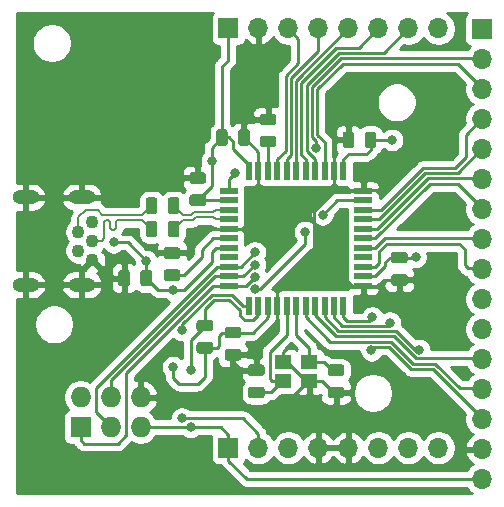
<source format=gtl>
G04 #@! TF.GenerationSoftware,KiCad,Pcbnew,(5.1.5)-3*
G04 #@! TF.CreationDate,2020-09-01T22:55:03-05:00*
G04 #@! TF.ProjectId,PikateaTPM,50696b61-7465-4615-9450-4d2e6b696361,rev?*
G04 #@! TF.SameCoordinates,Original*
G04 #@! TF.FileFunction,Copper,L1,Top*
G04 #@! TF.FilePolarity,Positive*
%FSLAX46Y46*%
G04 Gerber Fmt 4.6, Leading zero omitted, Abs format (unit mm)*
G04 Created by KiCad (PCBNEW (5.1.5)-3) date 2020-09-01 22:55:03*
%MOMM*%
%LPD*%
G04 APERTURE LIST*
%ADD10O,2.300000X1.200000*%
%ADD11C,1.100000*%
%ADD12C,0.100000*%
%ADD13R,1.700000X1.700000*%
%ADD14O,1.700000X1.700000*%
%ADD15R,1.400000X1.200000*%
%ADD16O,1.727200X1.727200*%
%ADD17R,1.727200X1.727200*%
%ADD18R,1.500000X0.550000*%
%ADD19R,0.550000X1.500000*%
%ADD20C,0.800000*%
%ADD21C,0.250000*%
%ADD22C,0.200000*%
%ADD23C,0.254000*%
G04 APERTURE END LIST*
D10*
X122334478Y-116450000D03*
X122334478Y-109050000D03*
D11*
X123234478Y-111150000D03*
X122034478Y-111950000D03*
X123234478Y-112750000D03*
X122034478Y-113550000D03*
X123234478Y-114350000D03*
D10*
X117584478Y-109050000D03*
X117584478Y-116450000D03*
G04 #@! TA.AperFunction,SMDPad,CuDef*
D12*
G36*
X128513063Y-109037388D02*
G01*
X128536724Y-109040898D01*
X128559928Y-109046710D01*
X128582450Y-109054768D01*
X128604074Y-109064996D01*
X128624591Y-109077293D01*
X128643804Y-109091543D01*
X128661528Y-109107607D01*
X128677592Y-109125331D01*
X128691842Y-109144544D01*
X128704139Y-109165061D01*
X128714367Y-109186685D01*
X128722425Y-109209207D01*
X128728237Y-109232411D01*
X128731747Y-109256072D01*
X128732921Y-109279964D01*
X128732921Y-110192464D01*
X128731747Y-110216356D01*
X128728237Y-110240017D01*
X128722425Y-110263221D01*
X128714367Y-110285743D01*
X128704139Y-110307367D01*
X128691842Y-110327884D01*
X128677592Y-110347097D01*
X128661528Y-110364821D01*
X128643804Y-110380885D01*
X128624591Y-110395135D01*
X128604074Y-110407432D01*
X128582450Y-110417660D01*
X128559928Y-110425718D01*
X128536724Y-110431530D01*
X128513063Y-110435040D01*
X128489171Y-110436214D01*
X128001671Y-110436214D01*
X127977779Y-110435040D01*
X127954118Y-110431530D01*
X127930914Y-110425718D01*
X127908392Y-110417660D01*
X127886768Y-110407432D01*
X127866251Y-110395135D01*
X127847038Y-110380885D01*
X127829314Y-110364821D01*
X127813250Y-110347097D01*
X127799000Y-110327884D01*
X127786703Y-110307367D01*
X127776475Y-110285743D01*
X127768417Y-110263221D01*
X127762605Y-110240017D01*
X127759095Y-110216356D01*
X127757921Y-110192464D01*
X127757921Y-109279964D01*
X127759095Y-109256072D01*
X127762605Y-109232411D01*
X127768417Y-109209207D01*
X127776475Y-109186685D01*
X127786703Y-109165061D01*
X127799000Y-109144544D01*
X127813250Y-109125331D01*
X127829314Y-109107607D01*
X127847038Y-109091543D01*
X127866251Y-109077293D01*
X127886768Y-109064996D01*
X127908392Y-109054768D01*
X127930914Y-109046710D01*
X127954118Y-109040898D01*
X127977779Y-109037388D01*
X128001671Y-109036214D01*
X128489171Y-109036214D01*
X128513063Y-109037388D01*
G37*
G04 #@! TD.AperFunction*
G04 #@! TA.AperFunction,SMDPad,CuDef*
G36*
X130388063Y-109037388D02*
G01*
X130411724Y-109040898D01*
X130434928Y-109046710D01*
X130457450Y-109054768D01*
X130479074Y-109064996D01*
X130499591Y-109077293D01*
X130518804Y-109091543D01*
X130536528Y-109107607D01*
X130552592Y-109125331D01*
X130566842Y-109144544D01*
X130579139Y-109165061D01*
X130589367Y-109186685D01*
X130597425Y-109209207D01*
X130603237Y-109232411D01*
X130606747Y-109256072D01*
X130607921Y-109279964D01*
X130607921Y-110192464D01*
X130606747Y-110216356D01*
X130603237Y-110240017D01*
X130597425Y-110263221D01*
X130589367Y-110285743D01*
X130579139Y-110307367D01*
X130566842Y-110327884D01*
X130552592Y-110347097D01*
X130536528Y-110364821D01*
X130518804Y-110380885D01*
X130499591Y-110395135D01*
X130479074Y-110407432D01*
X130457450Y-110417660D01*
X130434928Y-110425718D01*
X130411724Y-110431530D01*
X130388063Y-110435040D01*
X130364171Y-110436214D01*
X129876671Y-110436214D01*
X129852779Y-110435040D01*
X129829118Y-110431530D01*
X129805914Y-110425718D01*
X129783392Y-110417660D01*
X129761768Y-110407432D01*
X129741251Y-110395135D01*
X129722038Y-110380885D01*
X129704314Y-110364821D01*
X129688250Y-110347097D01*
X129674000Y-110327884D01*
X129661703Y-110307367D01*
X129651475Y-110285743D01*
X129643417Y-110263221D01*
X129637605Y-110240017D01*
X129634095Y-110216356D01*
X129632921Y-110192464D01*
X129632921Y-109279964D01*
X129634095Y-109256072D01*
X129637605Y-109232411D01*
X129643417Y-109209207D01*
X129651475Y-109186685D01*
X129661703Y-109165061D01*
X129674000Y-109144544D01*
X129688250Y-109125331D01*
X129704314Y-109107607D01*
X129722038Y-109091543D01*
X129741251Y-109077293D01*
X129761768Y-109064996D01*
X129783392Y-109054768D01*
X129805914Y-109046710D01*
X129829118Y-109040898D01*
X129852779Y-109037388D01*
X129876671Y-109036214D01*
X130364171Y-109036214D01*
X130388063Y-109037388D01*
G37*
G04 #@! TD.AperFunction*
G04 #@! TA.AperFunction,SMDPad,CuDef*
G36*
X128513063Y-111021768D02*
G01*
X128536724Y-111025278D01*
X128559928Y-111031090D01*
X128582450Y-111039148D01*
X128604074Y-111049376D01*
X128624591Y-111061673D01*
X128643804Y-111075923D01*
X128661528Y-111091987D01*
X128677592Y-111109711D01*
X128691842Y-111128924D01*
X128704139Y-111149441D01*
X128714367Y-111171065D01*
X128722425Y-111193587D01*
X128728237Y-111216791D01*
X128731747Y-111240452D01*
X128732921Y-111264344D01*
X128732921Y-112176844D01*
X128731747Y-112200736D01*
X128728237Y-112224397D01*
X128722425Y-112247601D01*
X128714367Y-112270123D01*
X128704139Y-112291747D01*
X128691842Y-112312264D01*
X128677592Y-112331477D01*
X128661528Y-112349201D01*
X128643804Y-112365265D01*
X128624591Y-112379515D01*
X128604074Y-112391812D01*
X128582450Y-112402040D01*
X128559928Y-112410098D01*
X128536724Y-112415910D01*
X128513063Y-112419420D01*
X128489171Y-112420594D01*
X128001671Y-112420594D01*
X127977779Y-112419420D01*
X127954118Y-112415910D01*
X127930914Y-112410098D01*
X127908392Y-112402040D01*
X127886768Y-112391812D01*
X127866251Y-112379515D01*
X127847038Y-112365265D01*
X127829314Y-112349201D01*
X127813250Y-112331477D01*
X127799000Y-112312264D01*
X127786703Y-112291747D01*
X127776475Y-112270123D01*
X127768417Y-112247601D01*
X127762605Y-112224397D01*
X127759095Y-112200736D01*
X127757921Y-112176844D01*
X127757921Y-111264344D01*
X127759095Y-111240452D01*
X127762605Y-111216791D01*
X127768417Y-111193587D01*
X127776475Y-111171065D01*
X127786703Y-111149441D01*
X127799000Y-111128924D01*
X127813250Y-111109711D01*
X127829314Y-111091987D01*
X127847038Y-111075923D01*
X127866251Y-111061673D01*
X127886768Y-111049376D01*
X127908392Y-111039148D01*
X127930914Y-111031090D01*
X127954118Y-111025278D01*
X127977779Y-111021768D01*
X128001671Y-111020594D01*
X128489171Y-111020594D01*
X128513063Y-111021768D01*
G37*
G04 #@! TD.AperFunction*
G04 #@! TA.AperFunction,SMDPad,CuDef*
G36*
X130388063Y-111021768D02*
G01*
X130411724Y-111025278D01*
X130434928Y-111031090D01*
X130457450Y-111039148D01*
X130479074Y-111049376D01*
X130499591Y-111061673D01*
X130518804Y-111075923D01*
X130536528Y-111091987D01*
X130552592Y-111109711D01*
X130566842Y-111128924D01*
X130579139Y-111149441D01*
X130589367Y-111171065D01*
X130597425Y-111193587D01*
X130603237Y-111216791D01*
X130606747Y-111240452D01*
X130607921Y-111264344D01*
X130607921Y-112176844D01*
X130606747Y-112200736D01*
X130603237Y-112224397D01*
X130597425Y-112247601D01*
X130589367Y-112270123D01*
X130579139Y-112291747D01*
X130566842Y-112312264D01*
X130552592Y-112331477D01*
X130536528Y-112349201D01*
X130518804Y-112365265D01*
X130499591Y-112379515D01*
X130479074Y-112391812D01*
X130457450Y-112402040D01*
X130434928Y-112410098D01*
X130411724Y-112415910D01*
X130388063Y-112419420D01*
X130364171Y-112420594D01*
X129876671Y-112420594D01*
X129852779Y-112419420D01*
X129829118Y-112415910D01*
X129805914Y-112410098D01*
X129783392Y-112402040D01*
X129761768Y-112391812D01*
X129741251Y-112379515D01*
X129722038Y-112365265D01*
X129704314Y-112349201D01*
X129688250Y-112331477D01*
X129674000Y-112312264D01*
X129661703Y-112291747D01*
X129651475Y-112270123D01*
X129643417Y-112247601D01*
X129637605Y-112224397D01*
X129634095Y-112200736D01*
X129632921Y-112176844D01*
X129632921Y-111264344D01*
X129634095Y-111240452D01*
X129637605Y-111216791D01*
X129643417Y-111193587D01*
X129651475Y-111171065D01*
X129661703Y-111149441D01*
X129674000Y-111128924D01*
X129688250Y-111109711D01*
X129704314Y-111091987D01*
X129722038Y-111075923D01*
X129741251Y-111061673D01*
X129761768Y-111049376D01*
X129783392Y-111039148D01*
X129805914Y-111031090D01*
X129829118Y-111025278D01*
X129852779Y-111021768D01*
X129876671Y-111020594D01*
X130364171Y-111020594D01*
X130388063Y-111021768D01*
G37*
G04 #@! TD.AperFunction*
G04 #@! TA.AperFunction,SMDPad,CuDef*
G36*
X133235164Y-121299916D02*
G01*
X133258825Y-121303426D01*
X133282029Y-121309238D01*
X133304551Y-121317296D01*
X133326175Y-121327524D01*
X133346692Y-121339821D01*
X133365905Y-121354071D01*
X133383629Y-121370135D01*
X133399693Y-121387859D01*
X133413943Y-121407072D01*
X133426240Y-121427589D01*
X133436468Y-121449213D01*
X133444526Y-121471735D01*
X133450338Y-121494939D01*
X133453848Y-121518600D01*
X133455022Y-121542492D01*
X133455022Y-122029992D01*
X133453848Y-122053884D01*
X133450338Y-122077545D01*
X133444526Y-122100749D01*
X133436468Y-122123271D01*
X133426240Y-122144895D01*
X133413943Y-122165412D01*
X133399693Y-122184625D01*
X133383629Y-122202349D01*
X133365905Y-122218413D01*
X133346692Y-122232663D01*
X133326175Y-122244960D01*
X133304551Y-122255188D01*
X133282029Y-122263246D01*
X133258825Y-122269058D01*
X133235164Y-122272568D01*
X133211272Y-122273742D01*
X132298772Y-122273742D01*
X132274880Y-122272568D01*
X132251219Y-122269058D01*
X132228015Y-122263246D01*
X132205493Y-122255188D01*
X132183869Y-122244960D01*
X132163352Y-122232663D01*
X132144139Y-122218413D01*
X132126415Y-122202349D01*
X132110351Y-122184625D01*
X132096101Y-122165412D01*
X132083804Y-122144895D01*
X132073576Y-122123271D01*
X132065518Y-122100749D01*
X132059706Y-122077545D01*
X132056196Y-122053884D01*
X132055022Y-122029992D01*
X132055022Y-121542492D01*
X132056196Y-121518600D01*
X132059706Y-121494939D01*
X132065518Y-121471735D01*
X132073576Y-121449213D01*
X132083804Y-121427589D01*
X132096101Y-121407072D01*
X132110351Y-121387859D01*
X132126415Y-121370135D01*
X132144139Y-121354071D01*
X132163352Y-121339821D01*
X132183869Y-121327524D01*
X132205493Y-121317296D01*
X132228015Y-121309238D01*
X132251219Y-121303426D01*
X132274880Y-121299916D01*
X132298772Y-121298742D01*
X133211272Y-121298742D01*
X133235164Y-121299916D01*
G37*
G04 #@! TD.AperFunction*
G04 #@! TA.AperFunction,SMDPad,CuDef*
G36*
X133235164Y-119424916D02*
G01*
X133258825Y-119428426D01*
X133282029Y-119434238D01*
X133304551Y-119442296D01*
X133326175Y-119452524D01*
X133346692Y-119464821D01*
X133365905Y-119479071D01*
X133383629Y-119495135D01*
X133399693Y-119512859D01*
X133413943Y-119532072D01*
X133426240Y-119552589D01*
X133436468Y-119574213D01*
X133444526Y-119596735D01*
X133450338Y-119619939D01*
X133453848Y-119643600D01*
X133455022Y-119667492D01*
X133455022Y-120154992D01*
X133453848Y-120178884D01*
X133450338Y-120202545D01*
X133444526Y-120225749D01*
X133436468Y-120248271D01*
X133426240Y-120269895D01*
X133413943Y-120290412D01*
X133399693Y-120309625D01*
X133383629Y-120327349D01*
X133365905Y-120343413D01*
X133346692Y-120357663D01*
X133326175Y-120369960D01*
X133304551Y-120380188D01*
X133282029Y-120388246D01*
X133258825Y-120394058D01*
X133235164Y-120397568D01*
X133211272Y-120398742D01*
X132298772Y-120398742D01*
X132274880Y-120397568D01*
X132251219Y-120394058D01*
X132228015Y-120388246D01*
X132205493Y-120380188D01*
X132183869Y-120369960D01*
X132163352Y-120357663D01*
X132144139Y-120343413D01*
X132126415Y-120327349D01*
X132110351Y-120309625D01*
X132096101Y-120290412D01*
X132083804Y-120269895D01*
X132073576Y-120248271D01*
X132065518Y-120225749D01*
X132059706Y-120202545D01*
X132056196Y-120178884D01*
X132055022Y-120154992D01*
X132055022Y-119667492D01*
X132056196Y-119643600D01*
X132059706Y-119619939D01*
X132065518Y-119596735D01*
X132073576Y-119574213D01*
X132083804Y-119552589D01*
X132096101Y-119532072D01*
X132110351Y-119512859D01*
X132126415Y-119495135D01*
X132144139Y-119479071D01*
X132163352Y-119464821D01*
X132183869Y-119452524D01*
X132205493Y-119442296D01*
X132228015Y-119434238D01*
X132251219Y-119428426D01*
X132274880Y-119424916D01*
X132298772Y-119423742D01*
X133211272Y-119423742D01*
X133235164Y-119424916D01*
G37*
G04 #@! TD.AperFunction*
G04 #@! TA.AperFunction,SMDPad,CuDef*
G36*
X138592758Y-101962372D02*
G01*
X138616419Y-101965882D01*
X138639623Y-101971694D01*
X138662145Y-101979752D01*
X138683769Y-101989980D01*
X138704286Y-102002277D01*
X138723499Y-102016527D01*
X138741223Y-102032591D01*
X138757287Y-102050315D01*
X138771537Y-102069528D01*
X138783834Y-102090045D01*
X138794062Y-102111669D01*
X138802120Y-102134191D01*
X138807932Y-102157395D01*
X138811442Y-102181056D01*
X138812616Y-102204948D01*
X138812616Y-102692448D01*
X138811442Y-102716340D01*
X138807932Y-102740001D01*
X138802120Y-102763205D01*
X138794062Y-102785727D01*
X138783834Y-102807351D01*
X138771537Y-102827868D01*
X138757287Y-102847081D01*
X138741223Y-102864805D01*
X138723499Y-102880869D01*
X138704286Y-102895119D01*
X138683769Y-102907416D01*
X138662145Y-102917644D01*
X138639623Y-102925702D01*
X138616419Y-102931514D01*
X138592758Y-102935024D01*
X138568866Y-102936198D01*
X137656366Y-102936198D01*
X137632474Y-102935024D01*
X137608813Y-102931514D01*
X137585609Y-102925702D01*
X137563087Y-102917644D01*
X137541463Y-102907416D01*
X137520946Y-102895119D01*
X137501733Y-102880869D01*
X137484009Y-102864805D01*
X137467945Y-102847081D01*
X137453695Y-102827868D01*
X137441398Y-102807351D01*
X137431170Y-102785727D01*
X137423112Y-102763205D01*
X137417300Y-102740001D01*
X137413790Y-102716340D01*
X137412616Y-102692448D01*
X137412616Y-102204948D01*
X137413790Y-102181056D01*
X137417300Y-102157395D01*
X137423112Y-102134191D01*
X137431170Y-102111669D01*
X137441398Y-102090045D01*
X137453695Y-102069528D01*
X137467945Y-102050315D01*
X137484009Y-102032591D01*
X137501733Y-102016527D01*
X137520946Y-102002277D01*
X137541463Y-101989980D01*
X137563087Y-101979752D01*
X137585609Y-101971694D01*
X137608813Y-101965882D01*
X137632474Y-101962372D01*
X137656366Y-101961198D01*
X138568866Y-101961198D01*
X138592758Y-101962372D01*
G37*
G04 #@! TD.AperFunction*
G04 #@! TA.AperFunction,SMDPad,CuDef*
G36*
X138592758Y-103837372D02*
G01*
X138616419Y-103840882D01*
X138639623Y-103846694D01*
X138662145Y-103854752D01*
X138683769Y-103864980D01*
X138704286Y-103877277D01*
X138723499Y-103891527D01*
X138741223Y-103907591D01*
X138757287Y-103925315D01*
X138771537Y-103944528D01*
X138783834Y-103965045D01*
X138794062Y-103986669D01*
X138802120Y-104009191D01*
X138807932Y-104032395D01*
X138811442Y-104056056D01*
X138812616Y-104079948D01*
X138812616Y-104567448D01*
X138811442Y-104591340D01*
X138807932Y-104615001D01*
X138802120Y-104638205D01*
X138794062Y-104660727D01*
X138783834Y-104682351D01*
X138771537Y-104702868D01*
X138757287Y-104722081D01*
X138741223Y-104739805D01*
X138723499Y-104755869D01*
X138704286Y-104770119D01*
X138683769Y-104782416D01*
X138662145Y-104792644D01*
X138639623Y-104800702D01*
X138616419Y-104806514D01*
X138592758Y-104810024D01*
X138568866Y-104811198D01*
X137656366Y-104811198D01*
X137632474Y-104810024D01*
X137608813Y-104806514D01*
X137585609Y-104800702D01*
X137563087Y-104792644D01*
X137541463Y-104782416D01*
X137520946Y-104770119D01*
X137501733Y-104755869D01*
X137484009Y-104739805D01*
X137467945Y-104722081D01*
X137453695Y-104702868D01*
X137441398Y-104682351D01*
X137431170Y-104660727D01*
X137423112Y-104638205D01*
X137417300Y-104615001D01*
X137413790Y-104591340D01*
X137412616Y-104567448D01*
X137412616Y-104079948D01*
X137413790Y-104056056D01*
X137417300Y-104032395D01*
X137423112Y-104009191D01*
X137431170Y-103986669D01*
X137441398Y-103965045D01*
X137453695Y-103944528D01*
X137467945Y-103925315D01*
X137484009Y-103907591D01*
X137501733Y-103891527D01*
X137520946Y-103877277D01*
X137541463Y-103864980D01*
X137563087Y-103854752D01*
X137585609Y-103846694D01*
X137608813Y-103840882D01*
X137632474Y-103837372D01*
X137656366Y-103836198D01*
X138568866Y-103836198D01*
X138592758Y-103837372D01*
G37*
G04 #@! TD.AperFunction*
G04 #@! TA.AperFunction,SMDPad,CuDef*
G36*
X130457032Y-113273338D02*
G01*
X130480693Y-113276848D01*
X130503897Y-113282660D01*
X130526419Y-113290718D01*
X130548043Y-113300946D01*
X130568560Y-113313243D01*
X130587773Y-113327493D01*
X130605497Y-113343557D01*
X130621561Y-113361281D01*
X130635811Y-113380494D01*
X130648108Y-113401011D01*
X130658336Y-113422635D01*
X130666394Y-113445157D01*
X130672206Y-113468361D01*
X130675716Y-113492022D01*
X130676890Y-113515914D01*
X130676890Y-114003414D01*
X130675716Y-114027306D01*
X130672206Y-114050967D01*
X130666394Y-114074171D01*
X130658336Y-114096693D01*
X130648108Y-114118317D01*
X130635811Y-114138834D01*
X130621561Y-114158047D01*
X130605497Y-114175771D01*
X130587773Y-114191835D01*
X130568560Y-114206085D01*
X130548043Y-114218382D01*
X130526419Y-114228610D01*
X130503897Y-114236668D01*
X130480693Y-114242480D01*
X130457032Y-114245990D01*
X130433140Y-114247164D01*
X129520640Y-114247164D01*
X129496748Y-114245990D01*
X129473087Y-114242480D01*
X129449883Y-114236668D01*
X129427361Y-114228610D01*
X129405737Y-114218382D01*
X129385220Y-114206085D01*
X129366007Y-114191835D01*
X129348283Y-114175771D01*
X129332219Y-114158047D01*
X129317969Y-114138834D01*
X129305672Y-114118317D01*
X129295444Y-114096693D01*
X129287386Y-114074171D01*
X129281574Y-114050967D01*
X129278064Y-114027306D01*
X129276890Y-114003414D01*
X129276890Y-113515914D01*
X129278064Y-113492022D01*
X129281574Y-113468361D01*
X129287386Y-113445157D01*
X129295444Y-113422635D01*
X129305672Y-113401011D01*
X129317969Y-113380494D01*
X129332219Y-113361281D01*
X129348283Y-113343557D01*
X129366007Y-113327493D01*
X129385220Y-113313243D01*
X129405737Y-113300946D01*
X129427361Y-113290718D01*
X129449883Y-113282660D01*
X129473087Y-113276848D01*
X129496748Y-113273338D01*
X129520640Y-113272164D01*
X130433140Y-113272164D01*
X130457032Y-113273338D01*
G37*
G04 #@! TD.AperFunction*
G04 #@! TA.AperFunction,SMDPad,CuDef*
G36*
X130457032Y-115148338D02*
G01*
X130480693Y-115151848D01*
X130503897Y-115157660D01*
X130526419Y-115165718D01*
X130548043Y-115175946D01*
X130568560Y-115188243D01*
X130587773Y-115202493D01*
X130605497Y-115218557D01*
X130621561Y-115236281D01*
X130635811Y-115255494D01*
X130648108Y-115276011D01*
X130658336Y-115297635D01*
X130666394Y-115320157D01*
X130672206Y-115343361D01*
X130675716Y-115367022D01*
X130676890Y-115390914D01*
X130676890Y-115878414D01*
X130675716Y-115902306D01*
X130672206Y-115925967D01*
X130666394Y-115949171D01*
X130658336Y-115971693D01*
X130648108Y-115993317D01*
X130635811Y-116013834D01*
X130621561Y-116033047D01*
X130605497Y-116050771D01*
X130587773Y-116066835D01*
X130568560Y-116081085D01*
X130548043Y-116093382D01*
X130526419Y-116103610D01*
X130503897Y-116111668D01*
X130480693Y-116117480D01*
X130457032Y-116120990D01*
X130433140Y-116122164D01*
X129520640Y-116122164D01*
X129496748Y-116120990D01*
X129473087Y-116117480D01*
X129449883Y-116111668D01*
X129427361Y-116103610D01*
X129405737Y-116093382D01*
X129385220Y-116081085D01*
X129366007Y-116066835D01*
X129348283Y-116050771D01*
X129332219Y-116033047D01*
X129317969Y-116013834D01*
X129305672Y-115993317D01*
X129295444Y-115971693D01*
X129287386Y-115949171D01*
X129281574Y-115925967D01*
X129278064Y-115902306D01*
X129276890Y-115878414D01*
X129276890Y-115390914D01*
X129278064Y-115367022D01*
X129281574Y-115343361D01*
X129287386Y-115320157D01*
X129295444Y-115297635D01*
X129305672Y-115276011D01*
X129317969Y-115255494D01*
X129332219Y-115236281D01*
X129348283Y-115218557D01*
X129366007Y-115202493D01*
X129385220Y-115188243D01*
X129405737Y-115175946D01*
X129427361Y-115165718D01*
X129449883Y-115157660D01*
X129473087Y-115151848D01*
X129496748Y-115148338D01*
X129520640Y-115147164D01*
X130433140Y-115147164D01*
X130457032Y-115148338D01*
G37*
G04 #@! TD.AperFunction*
G04 #@! TA.AperFunction,SMDPad,CuDef*
G36*
X137600800Y-123195238D02*
G01*
X137624461Y-123198748D01*
X137647665Y-123204560D01*
X137670187Y-123212618D01*
X137691811Y-123222846D01*
X137712328Y-123235143D01*
X137731541Y-123249393D01*
X137749265Y-123265457D01*
X137765329Y-123283181D01*
X137779579Y-123302394D01*
X137791876Y-123322911D01*
X137802104Y-123344535D01*
X137810162Y-123367057D01*
X137815974Y-123390261D01*
X137819484Y-123413922D01*
X137820658Y-123437814D01*
X137820658Y-123925314D01*
X137819484Y-123949206D01*
X137815974Y-123972867D01*
X137810162Y-123996071D01*
X137802104Y-124018593D01*
X137791876Y-124040217D01*
X137779579Y-124060734D01*
X137765329Y-124079947D01*
X137749265Y-124097671D01*
X137731541Y-124113735D01*
X137712328Y-124127985D01*
X137691811Y-124140282D01*
X137670187Y-124150510D01*
X137647665Y-124158568D01*
X137624461Y-124164380D01*
X137600800Y-124167890D01*
X137576908Y-124169064D01*
X136664408Y-124169064D01*
X136640516Y-124167890D01*
X136616855Y-124164380D01*
X136593651Y-124158568D01*
X136571129Y-124150510D01*
X136549505Y-124140282D01*
X136528988Y-124127985D01*
X136509775Y-124113735D01*
X136492051Y-124097671D01*
X136475987Y-124079947D01*
X136461737Y-124060734D01*
X136449440Y-124040217D01*
X136439212Y-124018593D01*
X136431154Y-123996071D01*
X136425342Y-123972867D01*
X136421832Y-123949206D01*
X136420658Y-123925314D01*
X136420658Y-123437814D01*
X136421832Y-123413922D01*
X136425342Y-123390261D01*
X136431154Y-123367057D01*
X136439212Y-123344535D01*
X136449440Y-123322911D01*
X136461737Y-123302394D01*
X136475987Y-123283181D01*
X136492051Y-123265457D01*
X136509775Y-123249393D01*
X136528988Y-123235143D01*
X136549505Y-123222846D01*
X136571129Y-123212618D01*
X136593651Y-123204560D01*
X136616855Y-123198748D01*
X136640516Y-123195238D01*
X136664408Y-123194064D01*
X137576908Y-123194064D01*
X137600800Y-123195238D01*
G37*
G04 #@! TD.AperFunction*
G04 #@! TA.AperFunction,SMDPad,CuDef*
G36*
X137600800Y-125070238D02*
G01*
X137624461Y-125073748D01*
X137647665Y-125079560D01*
X137670187Y-125087618D01*
X137691811Y-125097846D01*
X137712328Y-125110143D01*
X137731541Y-125124393D01*
X137749265Y-125140457D01*
X137765329Y-125158181D01*
X137779579Y-125177394D01*
X137791876Y-125197911D01*
X137802104Y-125219535D01*
X137810162Y-125242057D01*
X137815974Y-125265261D01*
X137819484Y-125288922D01*
X137820658Y-125312814D01*
X137820658Y-125800314D01*
X137819484Y-125824206D01*
X137815974Y-125847867D01*
X137810162Y-125871071D01*
X137802104Y-125893593D01*
X137791876Y-125915217D01*
X137779579Y-125935734D01*
X137765329Y-125954947D01*
X137749265Y-125972671D01*
X137731541Y-125988735D01*
X137712328Y-126002985D01*
X137691811Y-126015282D01*
X137670187Y-126025510D01*
X137647665Y-126033568D01*
X137624461Y-126039380D01*
X137600800Y-126042890D01*
X137576908Y-126044064D01*
X136664408Y-126044064D01*
X136640516Y-126042890D01*
X136616855Y-126039380D01*
X136593651Y-126033568D01*
X136571129Y-126025510D01*
X136549505Y-126015282D01*
X136528988Y-126002985D01*
X136509775Y-125988735D01*
X136492051Y-125972671D01*
X136475987Y-125954947D01*
X136461737Y-125935734D01*
X136449440Y-125915217D01*
X136439212Y-125893593D01*
X136431154Y-125871071D01*
X136425342Y-125847867D01*
X136421832Y-125824206D01*
X136420658Y-125800314D01*
X136420658Y-125312814D01*
X136421832Y-125288922D01*
X136425342Y-125265261D01*
X136431154Y-125242057D01*
X136439212Y-125219535D01*
X136449440Y-125197911D01*
X136461737Y-125177394D01*
X136475987Y-125158181D01*
X136492051Y-125140457D01*
X136509775Y-125124393D01*
X136528988Y-125110143D01*
X136549505Y-125097846D01*
X136571129Y-125087618D01*
X136593651Y-125079560D01*
X136616855Y-125073748D01*
X136640516Y-125070238D01*
X136664408Y-125069064D01*
X137576908Y-125069064D01*
X137600800Y-125070238D01*
G37*
G04 #@! TD.AperFunction*
G04 #@! TA.AperFunction,SMDPad,CuDef*
G36*
X144347692Y-125070238D02*
G01*
X144371353Y-125073748D01*
X144394557Y-125079560D01*
X144417079Y-125087618D01*
X144438703Y-125097846D01*
X144459220Y-125110143D01*
X144478433Y-125124393D01*
X144496157Y-125140457D01*
X144512221Y-125158181D01*
X144526471Y-125177394D01*
X144538768Y-125197911D01*
X144548996Y-125219535D01*
X144557054Y-125242057D01*
X144562866Y-125265261D01*
X144566376Y-125288922D01*
X144567550Y-125312814D01*
X144567550Y-125800314D01*
X144566376Y-125824206D01*
X144562866Y-125847867D01*
X144557054Y-125871071D01*
X144548996Y-125893593D01*
X144538768Y-125915217D01*
X144526471Y-125935734D01*
X144512221Y-125954947D01*
X144496157Y-125972671D01*
X144478433Y-125988735D01*
X144459220Y-126002985D01*
X144438703Y-126015282D01*
X144417079Y-126025510D01*
X144394557Y-126033568D01*
X144371353Y-126039380D01*
X144347692Y-126042890D01*
X144323800Y-126044064D01*
X143411300Y-126044064D01*
X143387408Y-126042890D01*
X143363747Y-126039380D01*
X143340543Y-126033568D01*
X143318021Y-126025510D01*
X143296397Y-126015282D01*
X143275880Y-126002985D01*
X143256667Y-125988735D01*
X143238943Y-125972671D01*
X143222879Y-125954947D01*
X143208629Y-125935734D01*
X143196332Y-125915217D01*
X143186104Y-125893593D01*
X143178046Y-125871071D01*
X143172234Y-125847867D01*
X143168724Y-125824206D01*
X143167550Y-125800314D01*
X143167550Y-125312814D01*
X143168724Y-125288922D01*
X143172234Y-125265261D01*
X143178046Y-125242057D01*
X143186104Y-125219535D01*
X143196332Y-125197911D01*
X143208629Y-125177394D01*
X143222879Y-125158181D01*
X143238943Y-125140457D01*
X143256667Y-125124393D01*
X143275880Y-125110143D01*
X143296397Y-125097846D01*
X143318021Y-125087618D01*
X143340543Y-125079560D01*
X143363747Y-125073748D01*
X143387408Y-125070238D01*
X143411300Y-125069064D01*
X144323800Y-125069064D01*
X144347692Y-125070238D01*
G37*
G04 #@! TD.AperFunction*
G04 #@! TA.AperFunction,SMDPad,CuDef*
G36*
X144347692Y-123195238D02*
G01*
X144371353Y-123198748D01*
X144394557Y-123204560D01*
X144417079Y-123212618D01*
X144438703Y-123222846D01*
X144459220Y-123235143D01*
X144478433Y-123249393D01*
X144496157Y-123265457D01*
X144512221Y-123283181D01*
X144526471Y-123302394D01*
X144538768Y-123322911D01*
X144548996Y-123344535D01*
X144557054Y-123367057D01*
X144562866Y-123390261D01*
X144566376Y-123413922D01*
X144567550Y-123437814D01*
X144567550Y-123925314D01*
X144566376Y-123949206D01*
X144562866Y-123972867D01*
X144557054Y-123996071D01*
X144548996Y-124018593D01*
X144538768Y-124040217D01*
X144526471Y-124060734D01*
X144512221Y-124079947D01*
X144496157Y-124097671D01*
X144478433Y-124113735D01*
X144459220Y-124127985D01*
X144438703Y-124140282D01*
X144417079Y-124150510D01*
X144394557Y-124158568D01*
X144371353Y-124164380D01*
X144347692Y-124167890D01*
X144323800Y-124169064D01*
X143411300Y-124169064D01*
X143387408Y-124167890D01*
X143363747Y-124164380D01*
X143340543Y-124158568D01*
X143318021Y-124150510D01*
X143296397Y-124140282D01*
X143275880Y-124127985D01*
X143256667Y-124113735D01*
X143238943Y-124097671D01*
X143222879Y-124079947D01*
X143208629Y-124060734D01*
X143196332Y-124040217D01*
X143186104Y-124018593D01*
X143178046Y-123996071D01*
X143172234Y-123972867D01*
X143168724Y-123949206D01*
X143167550Y-123925314D01*
X143167550Y-123437814D01*
X143168724Y-123413922D01*
X143172234Y-123390261D01*
X143178046Y-123367057D01*
X143186104Y-123344535D01*
X143196332Y-123322911D01*
X143208629Y-123302394D01*
X143222879Y-123283181D01*
X143238943Y-123265457D01*
X143256667Y-123249393D01*
X143275880Y-123235143D01*
X143296397Y-123222846D01*
X143318021Y-123212618D01*
X143340543Y-123204560D01*
X143363747Y-123198748D01*
X143387408Y-123195238D01*
X143411300Y-123194064D01*
X144323800Y-123194064D01*
X144347692Y-123195238D01*
G37*
G04 #@! TD.AperFunction*
G04 #@! TA.AperFunction,SMDPad,CuDef*
G36*
X126186714Y-115188966D02*
G01*
X126210375Y-115192476D01*
X126233579Y-115198288D01*
X126256101Y-115206346D01*
X126277725Y-115216574D01*
X126298242Y-115228871D01*
X126317455Y-115243121D01*
X126335179Y-115259185D01*
X126351243Y-115276909D01*
X126365493Y-115296122D01*
X126377790Y-115316639D01*
X126388018Y-115338263D01*
X126396076Y-115360785D01*
X126401888Y-115383989D01*
X126405398Y-115407650D01*
X126406572Y-115431542D01*
X126406572Y-116344042D01*
X126405398Y-116367934D01*
X126401888Y-116391595D01*
X126396076Y-116414799D01*
X126388018Y-116437321D01*
X126377790Y-116458945D01*
X126365493Y-116479462D01*
X126351243Y-116498675D01*
X126335179Y-116516399D01*
X126317455Y-116532463D01*
X126298242Y-116546713D01*
X126277725Y-116559010D01*
X126256101Y-116569238D01*
X126233579Y-116577296D01*
X126210375Y-116583108D01*
X126186714Y-116586618D01*
X126162822Y-116587792D01*
X125675322Y-116587792D01*
X125651430Y-116586618D01*
X125627769Y-116583108D01*
X125604565Y-116577296D01*
X125582043Y-116569238D01*
X125560419Y-116559010D01*
X125539902Y-116546713D01*
X125520689Y-116532463D01*
X125502965Y-116516399D01*
X125486901Y-116498675D01*
X125472651Y-116479462D01*
X125460354Y-116458945D01*
X125450126Y-116437321D01*
X125442068Y-116414799D01*
X125436256Y-116391595D01*
X125432746Y-116367934D01*
X125431572Y-116344042D01*
X125431572Y-115431542D01*
X125432746Y-115407650D01*
X125436256Y-115383989D01*
X125442068Y-115360785D01*
X125450126Y-115338263D01*
X125460354Y-115316639D01*
X125472651Y-115296122D01*
X125486901Y-115276909D01*
X125502965Y-115259185D01*
X125520689Y-115243121D01*
X125539902Y-115228871D01*
X125560419Y-115216574D01*
X125582043Y-115206346D01*
X125604565Y-115198288D01*
X125627769Y-115192476D01*
X125651430Y-115188966D01*
X125675322Y-115187792D01*
X126162822Y-115187792D01*
X126186714Y-115188966D01*
G37*
G04 #@! TD.AperFunction*
G04 #@! TA.AperFunction,SMDPad,CuDef*
G36*
X128061714Y-115188966D02*
G01*
X128085375Y-115192476D01*
X128108579Y-115198288D01*
X128131101Y-115206346D01*
X128152725Y-115216574D01*
X128173242Y-115228871D01*
X128192455Y-115243121D01*
X128210179Y-115259185D01*
X128226243Y-115276909D01*
X128240493Y-115296122D01*
X128252790Y-115316639D01*
X128263018Y-115338263D01*
X128271076Y-115360785D01*
X128276888Y-115383989D01*
X128280398Y-115407650D01*
X128281572Y-115431542D01*
X128281572Y-116344042D01*
X128280398Y-116367934D01*
X128276888Y-116391595D01*
X128271076Y-116414799D01*
X128263018Y-116437321D01*
X128252790Y-116458945D01*
X128240493Y-116479462D01*
X128226243Y-116498675D01*
X128210179Y-116516399D01*
X128192455Y-116532463D01*
X128173242Y-116546713D01*
X128152725Y-116559010D01*
X128131101Y-116569238D01*
X128108579Y-116577296D01*
X128085375Y-116583108D01*
X128061714Y-116586618D01*
X128037822Y-116587792D01*
X127550322Y-116587792D01*
X127526430Y-116586618D01*
X127502769Y-116583108D01*
X127479565Y-116577296D01*
X127457043Y-116569238D01*
X127435419Y-116559010D01*
X127414902Y-116546713D01*
X127395689Y-116532463D01*
X127377965Y-116516399D01*
X127361901Y-116498675D01*
X127347651Y-116479462D01*
X127335354Y-116458945D01*
X127325126Y-116437321D01*
X127317068Y-116414799D01*
X127311256Y-116391595D01*
X127307746Y-116367934D01*
X127306572Y-116344042D01*
X127306572Y-115431542D01*
X127307746Y-115407650D01*
X127311256Y-115383989D01*
X127317068Y-115360785D01*
X127325126Y-115338263D01*
X127335354Y-115316639D01*
X127347651Y-115296122D01*
X127361901Y-115276909D01*
X127377965Y-115259185D01*
X127395689Y-115243121D01*
X127414902Y-115228871D01*
X127435419Y-115216574D01*
X127457043Y-115206346D01*
X127479565Y-115198288D01*
X127502769Y-115192476D01*
X127526430Y-115188966D01*
X127550322Y-115187792D01*
X128037822Y-115187792D01*
X128061714Y-115188966D01*
G37*
G04 #@! TD.AperFunction*
G04 #@! TA.AperFunction,SMDPad,CuDef*
G36*
X132639628Y-106923140D02*
G01*
X132663289Y-106926650D01*
X132686493Y-106932462D01*
X132709015Y-106940520D01*
X132730639Y-106950748D01*
X132751156Y-106963045D01*
X132770369Y-106977295D01*
X132788093Y-106993359D01*
X132804157Y-107011083D01*
X132818407Y-107030296D01*
X132830704Y-107050813D01*
X132840932Y-107072437D01*
X132848990Y-107094959D01*
X132854802Y-107118163D01*
X132858312Y-107141824D01*
X132859486Y-107165716D01*
X132859486Y-107653216D01*
X132858312Y-107677108D01*
X132854802Y-107700769D01*
X132848990Y-107723973D01*
X132840932Y-107746495D01*
X132830704Y-107768119D01*
X132818407Y-107788636D01*
X132804157Y-107807849D01*
X132788093Y-107825573D01*
X132770369Y-107841637D01*
X132751156Y-107855887D01*
X132730639Y-107868184D01*
X132709015Y-107878412D01*
X132686493Y-107886470D01*
X132663289Y-107892282D01*
X132639628Y-107895792D01*
X132615736Y-107896966D01*
X131703236Y-107896966D01*
X131679344Y-107895792D01*
X131655683Y-107892282D01*
X131632479Y-107886470D01*
X131609957Y-107878412D01*
X131588333Y-107868184D01*
X131567816Y-107855887D01*
X131548603Y-107841637D01*
X131530879Y-107825573D01*
X131514815Y-107807849D01*
X131500565Y-107788636D01*
X131488268Y-107768119D01*
X131478040Y-107746495D01*
X131469982Y-107723973D01*
X131464170Y-107700769D01*
X131460660Y-107677108D01*
X131459486Y-107653216D01*
X131459486Y-107165716D01*
X131460660Y-107141824D01*
X131464170Y-107118163D01*
X131469982Y-107094959D01*
X131478040Y-107072437D01*
X131488268Y-107050813D01*
X131500565Y-107030296D01*
X131514815Y-107011083D01*
X131530879Y-106993359D01*
X131548603Y-106977295D01*
X131567816Y-106963045D01*
X131588333Y-106950748D01*
X131609957Y-106940520D01*
X131632479Y-106932462D01*
X131655683Y-106926650D01*
X131679344Y-106923140D01*
X131703236Y-106921966D01*
X132615736Y-106921966D01*
X132639628Y-106923140D01*
G37*
G04 #@! TD.AperFunction*
G04 #@! TA.AperFunction,SMDPad,CuDef*
G36*
X132639628Y-108798140D02*
G01*
X132663289Y-108801650D01*
X132686493Y-108807462D01*
X132709015Y-108815520D01*
X132730639Y-108825748D01*
X132751156Y-108838045D01*
X132770369Y-108852295D01*
X132788093Y-108868359D01*
X132804157Y-108886083D01*
X132818407Y-108905296D01*
X132830704Y-108925813D01*
X132840932Y-108947437D01*
X132848990Y-108969959D01*
X132854802Y-108993163D01*
X132858312Y-109016824D01*
X132859486Y-109040716D01*
X132859486Y-109528216D01*
X132858312Y-109552108D01*
X132854802Y-109575769D01*
X132848990Y-109598973D01*
X132840932Y-109621495D01*
X132830704Y-109643119D01*
X132818407Y-109663636D01*
X132804157Y-109682849D01*
X132788093Y-109700573D01*
X132770369Y-109716637D01*
X132751156Y-109730887D01*
X132730639Y-109743184D01*
X132709015Y-109753412D01*
X132686493Y-109761470D01*
X132663289Y-109767282D01*
X132639628Y-109770792D01*
X132615736Y-109771966D01*
X131703236Y-109771966D01*
X131679344Y-109770792D01*
X131655683Y-109767282D01*
X131632479Y-109761470D01*
X131609957Y-109753412D01*
X131588333Y-109743184D01*
X131567816Y-109730887D01*
X131548603Y-109716637D01*
X131530879Y-109700573D01*
X131514815Y-109682849D01*
X131500565Y-109663636D01*
X131488268Y-109643119D01*
X131478040Y-109621495D01*
X131469982Y-109598973D01*
X131464170Y-109575769D01*
X131460660Y-109552108D01*
X131459486Y-109528216D01*
X131459486Y-109040716D01*
X131460660Y-109016824D01*
X131464170Y-108993163D01*
X131469982Y-108969959D01*
X131478040Y-108947437D01*
X131488268Y-108925813D01*
X131500565Y-108905296D01*
X131514815Y-108886083D01*
X131530879Y-108868359D01*
X131548603Y-108852295D01*
X131567816Y-108838045D01*
X131588333Y-108825748D01*
X131609957Y-108815520D01*
X131632479Y-108807462D01*
X131655683Y-108801650D01*
X131679344Y-108798140D01*
X131703236Y-108796966D01*
X132615736Y-108796966D01*
X132639628Y-108798140D01*
G37*
G04 #@! TD.AperFunction*
G04 #@! TA.AperFunction,SMDPad,CuDef*
G36*
X136341420Y-103282686D02*
G01*
X136365081Y-103286196D01*
X136388285Y-103292008D01*
X136410807Y-103300066D01*
X136432431Y-103310294D01*
X136452948Y-103322591D01*
X136472161Y-103336841D01*
X136489885Y-103352905D01*
X136505949Y-103370629D01*
X136520199Y-103389842D01*
X136532496Y-103410359D01*
X136542724Y-103431983D01*
X136550782Y-103454505D01*
X136556594Y-103477709D01*
X136560104Y-103501370D01*
X136561278Y-103525262D01*
X136561278Y-104437762D01*
X136560104Y-104461654D01*
X136556594Y-104485315D01*
X136550782Y-104508519D01*
X136542724Y-104531041D01*
X136532496Y-104552665D01*
X136520199Y-104573182D01*
X136505949Y-104592395D01*
X136489885Y-104610119D01*
X136472161Y-104626183D01*
X136452948Y-104640433D01*
X136432431Y-104652730D01*
X136410807Y-104662958D01*
X136388285Y-104671016D01*
X136365081Y-104676828D01*
X136341420Y-104680338D01*
X136317528Y-104681512D01*
X135830028Y-104681512D01*
X135806136Y-104680338D01*
X135782475Y-104676828D01*
X135759271Y-104671016D01*
X135736749Y-104662958D01*
X135715125Y-104652730D01*
X135694608Y-104640433D01*
X135675395Y-104626183D01*
X135657671Y-104610119D01*
X135641607Y-104592395D01*
X135627357Y-104573182D01*
X135615060Y-104552665D01*
X135604832Y-104531041D01*
X135596774Y-104508519D01*
X135590962Y-104485315D01*
X135587452Y-104461654D01*
X135586278Y-104437762D01*
X135586278Y-103525262D01*
X135587452Y-103501370D01*
X135590962Y-103477709D01*
X135596774Y-103454505D01*
X135604832Y-103431983D01*
X135615060Y-103410359D01*
X135627357Y-103389842D01*
X135641607Y-103370629D01*
X135657671Y-103352905D01*
X135675395Y-103336841D01*
X135694608Y-103322591D01*
X135715125Y-103310294D01*
X135736749Y-103300066D01*
X135759271Y-103292008D01*
X135782475Y-103286196D01*
X135806136Y-103282686D01*
X135830028Y-103281512D01*
X136317528Y-103281512D01*
X136341420Y-103282686D01*
G37*
G04 #@! TD.AperFunction*
G04 #@! TA.AperFunction,SMDPad,CuDef*
G36*
X134466420Y-103282686D02*
G01*
X134490081Y-103286196D01*
X134513285Y-103292008D01*
X134535807Y-103300066D01*
X134557431Y-103310294D01*
X134577948Y-103322591D01*
X134597161Y-103336841D01*
X134614885Y-103352905D01*
X134630949Y-103370629D01*
X134645199Y-103389842D01*
X134657496Y-103410359D01*
X134667724Y-103431983D01*
X134675782Y-103454505D01*
X134681594Y-103477709D01*
X134685104Y-103501370D01*
X134686278Y-103525262D01*
X134686278Y-104437762D01*
X134685104Y-104461654D01*
X134681594Y-104485315D01*
X134675782Y-104508519D01*
X134667724Y-104531041D01*
X134657496Y-104552665D01*
X134645199Y-104573182D01*
X134630949Y-104592395D01*
X134614885Y-104610119D01*
X134597161Y-104626183D01*
X134577948Y-104640433D01*
X134557431Y-104652730D01*
X134535807Y-104662958D01*
X134513285Y-104671016D01*
X134490081Y-104676828D01*
X134466420Y-104680338D01*
X134442528Y-104681512D01*
X133955028Y-104681512D01*
X133931136Y-104680338D01*
X133907475Y-104676828D01*
X133884271Y-104671016D01*
X133861749Y-104662958D01*
X133840125Y-104652730D01*
X133819608Y-104640433D01*
X133800395Y-104626183D01*
X133782671Y-104610119D01*
X133766607Y-104592395D01*
X133752357Y-104573182D01*
X133740060Y-104552665D01*
X133729832Y-104531041D01*
X133721774Y-104508519D01*
X133715962Y-104485315D01*
X133712452Y-104461654D01*
X133711278Y-104437762D01*
X133711278Y-103525262D01*
X133712452Y-103501370D01*
X133715962Y-103477709D01*
X133721774Y-103454505D01*
X133729832Y-103431983D01*
X133740060Y-103410359D01*
X133752357Y-103389842D01*
X133766607Y-103370629D01*
X133782671Y-103352905D01*
X133800395Y-103336841D01*
X133819608Y-103322591D01*
X133840125Y-103310294D01*
X133861749Y-103300066D01*
X133884271Y-103292008D01*
X133907475Y-103286196D01*
X133931136Y-103282686D01*
X133955028Y-103281512D01*
X134442528Y-103281512D01*
X134466420Y-103282686D01*
G37*
G04 #@! TD.AperFunction*
G04 #@! TA.AperFunction,SMDPad,CuDef*
G36*
X149705518Y-115545214D02*
G01*
X149729179Y-115548724D01*
X149752383Y-115554536D01*
X149774905Y-115562594D01*
X149796529Y-115572822D01*
X149817046Y-115585119D01*
X149836259Y-115599369D01*
X149853983Y-115615433D01*
X149870047Y-115633157D01*
X149884297Y-115652370D01*
X149896594Y-115672887D01*
X149906822Y-115694511D01*
X149914880Y-115717033D01*
X149920692Y-115740237D01*
X149924202Y-115763898D01*
X149925376Y-115787790D01*
X149925376Y-116275290D01*
X149924202Y-116299182D01*
X149920692Y-116322843D01*
X149914880Y-116346047D01*
X149906822Y-116368569D01*
X149896594Y-116390193D01*
X149884297Y-116410710D01*
X149870047Y-116429923D01*
X149853983Y-116447647D01*
X149836259Y-116463711D01*
X149817046Y-116477961D01*
X149796529Y-116490258D01*
X149774905Y-116500486D01*
X149752383Y-116508544D01*
X149729179Y-116514356D01*
X149705518Y-116517866D01*
X149681626Y-116519040D01*
X148769126Y-116519040D01*
X148745234Y-116517866D01*
X148721573Y-116514356D01*
X148698369Y-116508544D01*
X148675847Y-116500486D01*
X148654223Y-116490258D01*
X148633706Y-116477961D01*
X148614493Y-116463711D01*
X148596769Y-116447647D01*
X148580705Y-116429923D01*
X148566455Y-116410710D01*
X148554158Y-116390193D01*
X148543930Y-116368569D01*
X148535872Y-116346047D01*
X148530060Y-116322843D01*
X148526550Y-116299182D01*
X148525376Y-116275290D01*
X148525376Y-115787790D01*
X148526550Y-115763898D01*
X148530060Y-115740237D01*
X148535872Y-115717033D01*
X148543930Y-115694511D01*
X148554158Y-115672887D01*
X148566455Y-115652370D01*
X148580705Y-115633157D01*
X148596769Y-115615433D01*
X148614493Y-115599369D01*
X148633706Y-115585119D01*
X148654223Y-115572822D01*
X148675847Y-115562594D01*
X148698369Y-115554536D01*
X148721573Y-115548724D01*
X148745234Y-115545214D01*
X148769126Y-115544040D01*
X149681626Y-115544040D01*
X149705518Y-115545214D01*
G37*
G04 #@! TD.AperFunction*
G04 #@! TA.AperFunction,SMDPad,CuDef*
G36*
X149705518Y-113670214D02*
G01*
X149729179Y-113673724D01*
X149752383Y-113679536D01*
X149774905Y-113687594D01*
X149796529Y-113697822D01*
X149817046Y-113710119D01*
X149836259Y-113724369D01*
X149853983Y-113740433D01*
X149870047Y-113758157D01*
X149884297Y-113777370D01*
X149896594Y-113797887D01*
X149906822Y-113819511D01*
X149914880Y-113842033D01*
X149920692Y-113865237D01*
X149924202Y-113888898D01*
X149925376Y-113912790D01*
X149925376Y-114400290D01*
X149924202Y-114424182D01*
X149920692Y-114447843D01*
X149914880Y-114471047D01*
X149906822Y-114493569D01*
X149896594Y-114515193D01*
X149884297Y-114535710D01*
X149870047Y-114554923D01*
X149853983Y-114572647D01*
X149836259Y-114588711D01*
X149817046Y-114602961D01*
X149796529Y-114615258D01*
X149774905Y-114625486D01*
X149752383Y-114633544D01*
X149729179Y-114639356D01*
X149705518Y-114642866D01*
X149681626Y-114644040D01*
X148769126Y-114644040D01*
X148745234Y-114642866D01*
X148721573Y-114639356D01*
X148698369Y-114633544D01*
X148675847Y-114625486D01*
X148654223Y-114615258D01*
X148633706Y-114602961D01*
X148614493Y-114588711D01*
X148596769Y-114572647D01*
X148580705Y-114554923D01*
X148566455Y-114535710D01*
X148554158Y-114515193D01*
X148543930Y-114493569D01*
X148535872Y-114471047D01*
X148530060Y-114447843D01*
X148526550Y-114424182D01*
X148525376Y-114400290D01*
X148525376Y-113912790D01*
X148526550Y-113888898D01*
X148530060Y-113865237D01*
X148535872Y-113842033D01*
X148543930Y-113819511D01*
X148554158Y-113797887D01*
X148566455Y-113777370D01*
X148580705Y-113758157D01*
X148596769Y-113740433D01*
X148614493Y-113724369D01*
X148633706Y-113710119D01*
X148654223Y-113697822D01*
X148675847Y-113687594D01*
X148698369Y-113679536D01*
X148721573Y-113673724D01*
X148745234Y-113670214D01*
X148769126Y-113669040D01*
X149681626Y-113669040D01*
X149705518Y-113670214D01*
G37*
G04 #@! TD.AperFunction*
G04 #@! TA.AperFunction,SMDPad,CuDef*
G36*
X145181827Y-103480949D02*
G01*
X145205488Y-103484459D01*
X145228692Y-103490271D01*
X145251214Y-103498329D01*
X145272838Y-103508557D01*
X145293355Y-103520854D01*
X145312568Y-103535104D01*
X145330292Y-103551168D01*
X145346356Y-103568892D01*
X145360606Y-103588105D01*
X145372903Y-103608622D01*
X145383131Y-103630246D01*
X145391189Y-103652768D01*
X145397001Y-103675972D01*
X145400511Y-103699633D01*
X145401685Y-103723525D01*
X145401685Y-104636025D01*
X145400511Y-104659917D01*
X145397001Y-104683578D01*
X145391189Y-104706782D01*
X145383131Y-104729304D01*
X145372903Y-104750928D01*
X145360606Y-104771445D01*
X145346356Y-104790658D01*
X145330292Y-104808382D01*
X145312568Y-104824446D01*
X145293355Y-104838696D01*
X145272838Y-104850993D01*
X145251214Y-104861221D01*
X145228692Y-104869279D01*
X145205488Y-104875091D01*
X145181827Y-104878601D01*
X145157935Y-104879775D01*
X144670435Y-104879775D01*
X144646543Y-104878601D01*
X144622882Y-104875091D01*
X144599678Y-104869279D01*
X144577156Y-104861221D01*
X144555532Y-104850993D01*
X144535015Y-104838696D01*
X144515802Y-104824446D01*
X144498078Y-104808382D01*
X144482014Y-104790658D01*
X144467764Y-104771445D01*
X144455467Y-104750928D01*
X144445239Y-104729304D01*
X144437181Y-104706782D01*
X144431369Y-104683578D01*
X144427859Y-104659917D01*
X144426685Y-104636025D01*
X144426685Y-103723525D01*
X144427859Y-103699633D01*
X144431369Y-103675972D01*
X144437181Y-103652768D01*
X144445239Y-103630246D01*
X144455467Y-103608622D01*
X144467764Y-103588105D01*
X144482014Y-103568892D01*
X144498078Y-103551168D01*
X144515802Y-103535104D01*
X144535015Y-103520854D01*
X144555532Y-103508557D01*
X144577156Y-103498329D01*
X144599678Y-103490271D01*
X144622882Y-103484459D01*
X144646543Y-103480949D01*
X144670435Y-103479775D01*
X145157935Y-103479775D01*
X145181827Y-103480949D01*
G37*
G04 #@! TD.AperFunction*
G04 #@! TA.AperFunction,SMDPad,CuDef*
G36*
X147056827Y-103480949D02*
G01*
X147080488Y-103484459D01*
X147103692Y-103490271D01*
X147126214Y-103498329D01*
X147147838Y-103508557D01*
X147168355Y-103520854D01*
X147187568Y-103535104D01*
X147205292Y-103551168D01*
X147221356Y-103568892D01*
X147235606Y-103588105D01*
X147247903Y-103608622D01*
X147258131Y-103630246D01*
X147266189Y-103652768D01*
X147272001Y-103675972D01*
X147275511Y-103699633D01*
X147276685Y-103723525D01*
X147276685Y-104636025D01*
X147275511Y-104659917D01*
X147272001Y-104683578D01*
X147266189Y-104706782D01*
X147258131Y-104729304D01*
X147247903Y-104750928D01*
X147235606Y-104771445D01*
X147221356Y-104790658D01*
X147205292Y-104808382D01*
X147187568Y-104824446D01*
X147168355Y-104838696D01*
X147147838Y-104850993D01*
X147126214Y-104861221D01*
X147103692Y-104869279D01*
X147080488Y-104875091D01*
X147056827Y-104878601D01*
X147032935Y-104879775D01*
X146545435Y-104879775D01*
X146521543Y-104878601D01*
X146497882Y-104875091D01*
X146474678Y-104869279D01*
X146452156Y-104861221D01*
X146430532Y-104850993D01*
X146410015Y-104838696D01*
X146390802Y-104824446D01*
X146373078Y-104808382D01*
X146357014Y-104790658D01*
X146342764Y-104771445D01*
X146330467Y-104750928D01*
X146320239Y-104729304D01*
X146312181Y-104706782D01*
X146306369Y-104683578D01*
X146302859Y-104659917D01*
X146301685Y-104636025D01*
X146301685Y-103723525D01*
X146302859Y-103699633D01*
X146306369Y-103675972D01*
X146312181Y-103652768D01*
X146320239Y-103630246D01*
X146330467Y-103608622D01*
X146342764Y-103588105D01*
X146357014Y-103568892D01*
X146373078Y-103551168D01*
X146390802Y-103535104D01*
X146410015Y-103520854D01*
X146430532Y-103508557D01*
X146452156Y-103498329D01*
X146474678Y-103490271D01*
X146497882Y-103484459D01*
X146521543Y-103480949D01*
X146545435Y-103479775D01*
X147032935Y-103479775D01*
X147056827Y-103480949D01*
G37*
G04 #@! TD.AperFunction*
G04 #@! TA.AperFunction,SMDPad,CuDef*
G36*
X135616193Y-121895026D02*
G01*
X135639854Y-121898536D01*
X135663058Y-121904348D01*
X135685580Y-121912406D01*
X135707204Y-121922634D01*
X135727721Y-121934931D01*
X135746934Y-121949181D01*
X135764658Y-121965245D01*
X135780722Y-121982969D01*
X135794972Y-122002182D01*
X135807269Y-122022699D01*
X135817497Y-122044323D01*
X135825555Y-122066845D01*
X135831367Y-122090049D01*
X135834877Y-122113710D01*
X135836051Y-122137602D01*
X135836051Y-122625102D01*
X135834877Y-122648994D01*
X135831367Y-122672655D01*
X135825555Y-122695859D01*
X135817497Y-122718381D01*
X135807269Y-122740005D01*
X135794972Y-122760522D01*
X135780722Y-122779735D01*
X135764658Y-122797459D01*
X135746934Y-122813523D01*
X135727721Y-122827773D01*
X135707204Y-122840070D01*
X135685580Y-122850298D01*
X135663058Y-122858356D01*
X135639854Y-122864168D01*
X135616193Y-122867678D01*
X135592301Y-122868852D01*
X134679801Y-122868852D01*
X134655909Y-122867678D01*
X134632248Y-122864168D01*
X134609044Y-122858356D01*
X134586522Y-122850298D01*
X134564898Y-122840070D01*
X134544381Y-122827773D01*
X134525168Y-122813523D01*
X134507444Y-122797459D01*
X134491380Y-122779735D01*
X134477130Y-122760522D01*
X134464833Y-122740005D01*
X134454605Y-122718381D01*
X134446547Y-122695859D01*
X134440735Y-122672655D01*
X134437225Y-122648994D01*
X134436051Y-122625102D01*
X134436051Y-122137602D01*
X134437225Y-122113710D01*
X134440735Y-122090049D01*
X134446547Y-122066845D01*
X134454605Y-122044323D01*
X134464833Y-122022699D01*
X134477130Y-122002182D01*
X134491380Y-121982969D01*
X134507444Y-121965245D01*
X134525168Y-121949181D01*
X134544381Y-121934931D01*
X134564898Y-121922634D01*
X134586522Y-121912406D01*
X134609044Y-121904348D01*
X134632248Y-121898536D01*
X134655909Y-121895026D01*
X134679801Y-121893852D01*
X135592301Y-121893852D01*
X135616193Y-121895026D01*
G37*
G04 #@! TD.AperFunction*
G04 #@! TA.AperFunction,SMDPad,CuDef*
G36*
X135616193Y-120020026D02*
G01*
X135639854Y-120023536D01*
X135663058Y-120029348D01*
X135685580Y-120037406D01*
X135707204Y-120047634D01*
X135727721Y-120059931D01*
X135746934Y-120074181D01*
X135764658Y-120090245D01*
X135780722Y-120107969D01*
X135794972Y-120127182D01*
X135807269Y-120147699D01*
X135817497Y-120169323D01*
X135825555Y-120191845D01*
X135831367Y-120215049D01*
X135834877Y-120238710D01*
X135836051Y-120262602D01*
X135836051Y-120750102D01*
X135834877Y-120773994D01*
X135831367Y-120797655D01*
X135825555Y-120820859D01*
X135817497Y-120843381D01*
X135807269Y-120865005D01*
X135794972Y-120885522D01*
X135780722Y-120904735D01*
X135764658Y-120922459D01*
X135746934Y-120938523D01*
X135727721Y-120952773D01*
X135707204Y-120965070D01*
X135685580Y-120975298D01*
X135663058Y-120983356D01*
X135639854Y-120989168D01*
X135616193Y-120992678D01*
X135592301Y-120993852D01*
X134679801Y-120993852D01*
X134655909Y-120992678D01*
X134632248Y-120989168D01*
X134609044Y-120983356D01*
X134586522Y-120975298D01*
X134564898Y-120965070D01*
X134544381Y-120952773D01*
X134525168Y-120938523D01*
X134507444Y-120922459D01*
X134491380Y-120904735D01*
X134477130Y-120885522D01*
X134464833Y-120865005D01*
X134454605Y-120843381D01*
X134446547Y-120820859D01*
X134440735Y-120797655D01*
X134437225Y-120773994D01*
X134436051Y-120750102D01*
X134436051Y-120262602D01*
X134437225Y-120238710D01*
X134440735Y-120215049D01*
X134446547Y-120191845D01*
X134454605Y-120169323D01*
X134464833Y-120147699D01*
X134477130Y-120127182D01*
X134491380Y-120107969D01*
X134507444Y-120090245D01*
X134525168Y-120074181D01*
X134544381Y-120059931D01*
X134564898Y-120047634D01*
X134586522Y-120037406D01*
X134609044Y-120029348D01*
X134632248Y-120023536D01*
X134655909Y-120020026D01*
X134679801Y-120018852D01*
X135592301Y-120018852D01*
X135616193Y-120020026D01*
G37*
G04 #@! TD.AperFunction*
D13*
X156200000Y-94800000D03*
D14*
X156200000Y-97340000D03*
X156200000Y-99880000D03*
X156200000Y-102420000D03*
X156200000Y-104960000D03*
X156200000Y-107500000D03*
X156200000Y-110040000D03*
X156200000Y-112580000D03*
X156200000Y-115120000D03*
X156200000Y-117660000D03*
X156200000Y-120200000D03*
X156200000Y-122740000D03*
X156200000Y-125280000D03*
X156200000Y-127820000D03*
X156200000Y-130360000D03*
X156200000Y-132900000D03*
D15*
X141593868Y-124625104D03*
X139393868Y-124625104D03*
X139393868Y-123025104D03*
X141593868Y-123025104D03*
D16*
X127330000Y-125960000D03*
X127330000Y-128500000D03*
X124790000Y-125960000D03*
X124790000Y-128500000D03*
X122250000Y-125960000D03*
D17*
X122250000Y-128500000D03*
D14*
X152530000Y-94750000D03*
X149990000Y-94750000D03*
X147450000Y-94750000D03*
X144910000Y-94750000D03*
X142370000Y-94750000D03*
X139830000Y-94750000D03*
X137290000Y-94750000D03*
D13*
X134750000Y-94750000D03*
D14*
X152530000Y-130250000D03*
X149990000Y-130250000D03*
X147450000Y-130250000D03*
X144910000Y-130250000D03*
X142370000Y-130250000D03*
X139830000Y-130250000D03*
X137290000Y-130250000D03*
D13*
X134750000Y-130250000D03*
D18*
X134793868Y-108514157D03*
X134793868Y-109314157D03*
X134793868Y-110114157D03*
X134793868Y-110914157D03*
X134793868Y-111714157D03*
X134793868Y-112514157D03*
X134793868Y-113314157D03*
X134793868Y-114114157D03*
X134793868Y-114914157D03*
X134793868Y-115714157D03*
X134793868Y-116514157D03*
D19*
X136493868Y-118214157D03*
X137293868Y-118214157D03*
X138093868Y-118214157D03*
X138893868Y-118214157D03*
X139693868Y-118214157D03*
X140493868Y-118214157D03*
X141293868Y-118214157D03*
X142093868Y-118214157D03*
X142893868Y-118214157D03*
X143693868Y-118214157D03*
X144493868Y-118214157D03*
D18*
X146193868Y-116514157D03*
X146193868Y-115714157D03*
X146193868Y-114914157D03*
X146193868Y-114114157D03*
X146193868Y-113314157D03*
X146193868Y-112514157D03*
X146193868Y-111714157D03*
X146193868Y-110914157D03*
X146193868Y-110114157D03*
X146193868Y-109314157D03*
X146193868Y-108514157D03*
D19*
X144493868Y-106814157D03*
X143693868Y-106814157D03*
X142893868Y-106814157D03*
X142093868Y-106814157D03*
X141293868Y-106814157D03*
X140493868Y-106814157D03*
X139693868Y-106814157D03*
X138893868Y-106814157D03*
X138093868Y-106814157D03*
X137293868Y-106814157D03*
X136493868Y-106814157D03*
D20*
X152260000Y-111210000D03*
X154340000Y-123770000D03*
X149160000Y-128440000D03*
X150760000Y-128440000D03*
X154420000Y-95900000D03*
X130080000Y-123420000D03*
X125040000Y-112870000D03*
X127770000Y-114420000D03*
X130080000Y-116879982D03*
X133350135Y-105965691D03*
X148630062Y-104179950D03*
X150614442Y-114101850D03*
X137000000Y-114740000D03*
X137002653Y-115762653D03*
X146870000Y-122005038D03*
X136990000Y-113700000D03*
X131564173Y-128500000D03*
X131564173Y-123626653D03*
X148422005Y-119655020D03*
X150904817Y-121965000D03*
X142162508Y-104857492D03*
X135334716Y-106958082D03*
X130820000Y-127770000D03*
X130820000Y-120302786D03*
X146930000Y-119205010D03*
X137015306Y-116775306D03*
X142730000Y-110510000D03*
X141260000Y-111980000D03*
D21*
X136458025Y-111714157D02*
X137958025Y-110214157D01*
X134793868Y-111714157D02*
X136458025Y-111714157D01*
X141993868Y-113314157D02*
X141993868Y-110214157D01*
X141993868Y-110214157D02*
X143693868Y-108514157D01*
X137958025Y-110214157D02*
X137293868Y-109550000D01*
X137958025Y-110214157D02*
X137958025Y-110214157D01*
X141993868Y-110214157D02*
X137958025Y-110214157D01*
X137293868Y-106814157D02*
X137293868Y-109550000D01*
X138893868Y-116414157D02*
X141993868Y-113314157D01*
X138893868Y-118214157D02*
X138893868Y-116414157D01*
X145193868Y-116514157D02*
X141993868Y-113314157D01*
X146193868Y-116514157D02*
X145193868Y-116514157D01*
X146193868Y-108514157D02*
X143693868Y-108514157D01*
X139708866Y-123025104D02*
X141308866Y-124625104D01*
X141308866Y-124625104D02*
X141593868Y-124625104D01*
X139393868Y-123025104D02*
X139708866Y-123025104D01*
X139393868Y-123025104D02*
X139393868Y-122175104D01*
X139393868Y-122175104D02*
X140080000Y-121488972D01*
X143693868Y-106814157D02*
X143693868Y-108514157D01*
X129976890Y-113759664D02*
X131509704Y-113759664D01*
X134793868Y-111714157D02*
X133158335Y-111714157D01*
X131762832Y-113109660D02*
X131762832Y-113506536D01*
X133158335Y-111714157D02*
X131762832Y-113109660D01*
X131509704Y-113759664D02*
X131762832Y-113506536D01*
X137293868Y-105201602D02*
X136073778Y-103981512D01*
X137293868Y-106814157D02*
X137293868Y-105201602D01*
X136073778Y-103981512D02*
X136073778Y-102845574D01*
X136470654Y-102448698D02*
X138112616Y-102448698D01*
X136073778Y-102845574D02*
X136470654Y-102448698D01*
X143693868Y-106814157D02*
X143693868Y-104552070D01*
X144066163Y-104179775D02*
X144914185Y-104179775D01*
X143693868Y-104552070D02*
X144066163Y-104179775D01*
X146193868Y-116514157D02*
X147408383Y-116514157D01*
X147891000Y-116031540D02*
X149225376Y-116031540D01*
X147408383Y-116514157D02*
X147891000Y-116031540D01*
X141593868Y-124625104D02*
X142682962Y-124625104D01*
X143867550Y-125556564D02*
X143614422Y-125556564D01*
X143614422Y-125556564D02*
X142682962Y-124625104D01*
X138893868Y-118214157D02*
X138893868Y-119869284D01*
X137120658Y-121642494D02*
X137120658Y-123681564D01*
X138893868Y-119869284D02*
X137120658Y-121642494D01*
X137120658Y-123681564D02*
X135786282Y-123681564D01*
X135136051Y-123031333D02*
X135786282Y-123681564D01*
X135136051Y-122381352D02*
X135136051Y-123031333D01*
X137120658Y-123681564D02*
X135875340Y-123681564D01*
X135875340Y-123681564D02*
X135533154Y-124023750D01*
X135533154Y-124023750D02*
X135533154Y-126206568D01*
X135533154Y-126206568D02*
X136128468Y-126801882D01*
X136128468Y-126801882D02*
X138311286Y-126801882D01*
X138311286Y-126801882D02*
X139303476Y-125809692D01*
X141493868Y-124625104D02*
X141593868Y-124625104D01*
X140309280Y-125809692D02*
X141493868Y-124625104D01*
X139303476Y-125809692D02*
X140309280Y-125809692D01*
X138093868Y-118214157D02*
X138093868Y-119214157D01*
X133740738Y-113314157D02*
X133350112Y-113704783D01*
X134793868Y-113314157D02*
X133740738Y-113314157D01*
X125040000Y-112870000D02*
X126220000Y-112870000D01*
X126220000Y-112870000D02*
X127770000Y-114420000D01*
X127770000Y-115863720D02*
X127794072Y-115887792D01*
X127770000Y-114420000D02*
X127770000Y-115863720D01*
X127794072Y-115887792D02*
X128786262Y-116879982D01*
X133350112Y-114498950D02*
X133350112Y-113704783D01*
X130969080Y-116879982D02*
X133350112Y-114498950D01*
X128786262Y-116879982D02*
X130080000Y-116879982D01*
X130080000Y-116879982D02*
X130969080Y-116879982D01*
X132189177Y-109314157D02*
X132159486Y-109284466D01*
X134793868Y-109314157D02*
X132189177Y-109314157D01*
X134198778Y-103981512D02*
X134198778Y-97973682D01*
X134750000Y-97422460D02*
X134750000Y-94750000D01*
X134198778Y-97973682D02*
X134750000Y-97422460D01*
X133350135Y-108093817D02*
X133350135Y-105965691D01*
X132159486Y-109284466D02*
X133350135Y-108093817D01*
X133350135Y-104830155D02*
X134198778Y-103981512D01*
X133350135Y-105965691D02*
X133350135Y-104830155D01*
X134786278Y-103981512D02*
X135136278Y-104331512D01*
X134198778Y-103981512D02*
X134786278Y-103981512D01*
X136493868Y-106339157D02*
X136493868Y-106814157D01*
X135136278Y-104981567D02*
X136493868Y-106339157D01*
X135136278Y-104331512D02*
X135136278Y-104981567D01*
X144493868Y-105814157D02*
X144937447Y-105370578D01*
X144493868Y-106814157D02*
X144493868Y-105814157D01*
X144937447Y-105370578D02*
X145598382Y-105370578D01*
X146789185Y-104179775D02*
X146789185Y-105028637D01*
X146447244Y-105370578D02*
X146050368Y-105370578D01*
X146789185Y-105028637D02*
X146447244Y-105370578D01*
X145598382Y-105370578D02*
X146050368Y-105370578D01*
X146050368Y-105370578D02*
X146248806Y-105370578D01*
X148629887Y-104179775D02*
X148630062Y-104179950D01*
X146789185Y-104179775D02*
X148629887Y-104179775D01*
X147193868Y-115714157D02*
X148034748Y-114873277D01*
X146193868Y-115714157D02*
X147193868Y-115714157D01*
X148034748Y-114547168D02*
X148034748Y-114873277D01*
X148425376Y-114156540D02*
X148034748Y-114547168D01*
X149225376Y-114156540D02*
X148425376Y-114156540D01*
X149225376Y-114156540D02*
X150559752Y-114156540D01*
X150559752Y-114156540D02*
X150614442Y-114101850D01*
X130080000Y-123420000D02*
X130080000Y-124325298D01*
X130572204Y-124817502D02*
X132159708Y-124817502D01*
X130080000Y-124325298D02*
X130572204Y-124817502D01*
X136801673Y-120506352D02*
X138093868Y-119214157D01*
X135136051Y-120506352D02*
X136801673Y-120506352D01*
X132755022Y-124222188D02*
X132159708Y-124817502D01*
X132755022Y-121786242D02*
X132755022Y-124222188D01*
X132755022Y-121786242D02*
X133801902Y-121786242D01*
X133801902Y-121786242D02*
X133945650Y-121642494D01*
X133945650Y-120759276D02*
X134198574Y-120506352D01*
X133945650Y-121642494D02*
X133945650Y-120759276D01*
X134198574Y-120506352D02*
X135136051Y-120506352D01*
X140493868Y-118214157D02*
X140493868Y-120683868D01*
X141593868Y-121783868D02*
X141593868Y-123025104D01*
X140493868Y-120683868D02*
X141593868Y-121783868D01*
X141593868Y-123025104D02*
X142868904Y-123025104D01*
X143867550Y-123681564D02*
X143525364Y-123681564D01*
X143525364Y-123681564D02*
X142868904Y-123025104D01*
X138443868Y-124625104D02*
X139393868Y-124625104D01*
X138260000Y-124441236D02*
X138443868Y-124625104D01*
X138260000Y-122110000D02*
X138260000Y-124441236D01*
X139693868Y-120676132D02*
X138260000Y-122110000D01*
X139693868Y-118214157D02*
X139693868Y-120676132D01*
X137120658Y-125556564D02*
X138365976Y-125556564D01*
X139293868Y-124625104D02*
X139393868Y-124625104D01*
X138365976Y-125552996D02*
X139293868Y-124625104D01*
X138365976Y-125556564D02*
X138365976Y-125552996D01*
X129976890Y-115634664D02*
X131023770Y-115634664D01*
X131023770Y-115634664D02*
X132529239Y-114129195D01*
X133494273Y-112514157D02*
X132529239Y-113479191D01*
X134793868Y-112514157D02*
X133494273Y-112514157D01*
X132529239Y-114129195D02*
X132529239Y-113479191D01*
X138093868Y-104198523D02*
X138112616Y-104179775D01*
X138093868Y-104342446D02*
X138112616Y-104323698D01*
X138093868Y-106814157D02*
X138093868Y-104342446D01*
D22*
X123680000Y-110110000D02*
X124073218Y-110503218D01*
X122034478Y-111950000D02*
X122034478Y-110745522D01*
X122034478Y-110745522D02*
X122670000Y-110110000D01*
X122670000Y-110110000D02*
X123680000Y-110110000D01*
X124073218Y-110503218D02*
X126280000Y-110503218D01*
X127478417Y-110503218D02*
X128245421Y-109736214D01*
X127370448Y-110503218D02*
X127478417Y-110503218D01*
X126280000Y-110503218D02*
X127370448Y-110503218D01*
X125240000Y-111620000D02*
X125240000Y-111093218D01*
X125080000Y-111780000D02*
X125240000Y-111620000D01*
X125240000Y-111093218D02*
X125380000Y-110953218D01*
X124700000Y-111620000D02*
X124860000Y-111780000D01*
X124700000Y-111100000D02*
X124700000Y-111620000D01*
X123234478Y-112750000D02*
X124012295Y-112750000D01*
X124012295Y-112750000D02*
X124240000Y-112522295D01*
X124240000Y-112522295D02*
X124240000Y-111110000D01*
X124860000Y-111780000D02*
X125080000Y-111780000D01*
X124240000Y-111110000D02*
X124396782Y-110953218D01*
X124396782Y-110953218D02*
X124553218Y-110953218D01*
X124553218Y-110953218D02*
X124700000Y-111100000D01*
X127478045Y-110953218D02*
X128245421Y-111720594D01*
X126577068Y-110953218D02*
X127478045Y-110953218D01*
X125380000Y-110953218D02*
X126577068Y-110953218D01*
D21*
X154160010Y-106999990D02*
X156250000Y-104910000D01*
X147521048Y-110914157D02*
X151435215Y-106999990D01*
X146193868Y-110914157D02*
X147521048Y-110914157D01*
X151435215Y-106999990D02*
X154160010Y-106999990D01*
X134793868Y-115714157D02*
X136025843Y-115714157D01*
X136025843Y-115714157D02*
X137000000Y-114740000D01*
X134793868Y-115714157D02*
X133630278Y-115714157D01*
X124790000Y-124554435D02*
X124790000Y-125960000D01*
X133630278Y-115714157D02*
X124790000Y-124554435D01*
X152070020Y-123590020D02*
X156250000Y-127770000D01*
X150231529Y-123590020D02*
X152070020Y-123590020D01*
X148371557Y-121730048D02*
X150231529Y-123590020D01*
X134793868Y-116514157D02*
X136251149Y-116514157D01*
X136251149Y-116514157D02*
X137002653Y-115762653D01*
X126060000Y-129200000D02*
X125370000Y-129890000D01*
X122250000Y-129613600D02*
X122250000Y-128500000D01*
X122526400Y-129890000D02*
X122250000Y-129613600D01*
X125370000Y-129890000D02*
X122526400Y-129890000D01*
X134793868Y-116514157D02*
X133466688Y-116514157D01*
X126060000Y-123920845D02*
X126060000Y-129200000D01*
X133466688Y-116514157D02*
X126060000Y-123920845D01*
X147129952Y-121730048D02*
X148371557Y-121730048D01*
X146870000Y-121990000D02*
X147129952Y-121730048D01*
X136990000Y-113718025D02*
X136990000Y-113700000D01*
X135793868Y-114914157D02*
X136990000Y-113718025D01*
X134793868Y-114914157D02*
X135793868Y-114914157D01*
X133793868Y-114914157D02*
X123520000Y-125188025D01*
X134793868Y-114914157D02*
X133793868Y-114914157D01*
X123520000Y-127230000D02*
X124790000Y-128500000D01*
X123520000Y-125188025D02*
X123520000Y-127230000D01*
X154160010Y-97740010D02*
X156250000Y-99830000D01*
X144465630Y-97740010D02*
X154160010Y-97740010D01*
X142293908Y-99911732D02*
X144465630Y-97740010D01*
X142293908Y-103786797D02*
X142293908Y-99911732D01*
X142893868Y-106814157D02*
X142893868Y-104386757D01*
X142893868Y-104386757D02*
X142293908Y-103786797D01*
X142093868Y-105814157D02*
X142093868Y-106814157D01*
X142093868Y-105814157D02*
X141393888Y-105114177D01*
X141393888Y-105114177D02*
X141393888Y-99538932D01*
X149990000Y-94750000D02*
X147900010Y-96839990D01*
X144092830Y-96839990D02*
X141393888Y-99538932D01*
X147900010Y-96839990D02*
X144092830Y-96839990D01*
X141293868Y-105814157D02*
X140943878Y-105464167D01*
X141293868Y-106814157D02*
X141293868Y-105814157D01*
X140943878Y-105464167D02*
X140943878Y-99352532D01*
X147450000Y-94750000D02*
X145810020Y-96389980D01*
X143906430Y-96389980D02*
X140943878Y-99352532D01*
X145810020Y-96389980D02*
X143906430Y-96389980D01*
X140493868Y-99166132D02*
X144910000Y-94750000D01*
X140493868Y-106814157D02*
X140493868Y-99166132D01*
X131531574Y-123594054D02*
X131564173Y-123626653D01*
X134750000Y-130250000D02*
X134750000Y-131350000D01*
X134750000Y-131350000D02*
X136300000Y-132900000D01*
X136300000Y-132900000D02*
X154997919Y-132900000D01*
X127330000Y-128500000D02*
X131564173Y-128500000D01*
X154997919Y-132900000D02*
X156200000Y-132900000D01*
X131564173Y-128500000D02*
X134100000Y-128500000D01*
X134100000Y-128500000D02*
X134750000Y-129150000D01*
X134750000Y-129150000D02*
X134750000Y-130250000D01*
X137293868Y-119024159D02*
X136858351Y-119459676D01*
X137293868Y-118214157D02*
X137293868Y-119024159D01*
X136858351Y-119459676D02*
X136128468Y-119459676D01*
X135731592Y-119062800D02*
X135731592Y-118613291D01*
X136128468Y-119459676D02*
X135731592Y-119062800D01*
X135731592Y-118613291D02*
X134845169Y-117726868D01*
X134845169Y-117726868D02*
X133526797Y-117726868D01*
X132755022Y-118498643D02*
X133526797Y-117726868D01*
X131564173Y-121102091D02*
X132755022Y-119911242D01*
X131564173Y-123626653D02*
X131564173Y-121102091D01*
X132755022Y-118498643D02*
X132755022Y-119911242D01*
X143693868Y-118214157D02*
X143693868Y-119214157D01*
X143693868Y-119214157D02*
X144409721Y-119930010D01*
X144409721Y-119930010D02*
X146640000Y-119930010D01*
X146640000Y-119930010D02*
X148147015Y-119930010D01*
X148147015Y-119930010D02*
X148422005Y-119655020D01*
X142893868Y-119214157D02*
X144059731Y-120380020D01*
X142893868Y-118214157D02*
X142893868Y-119214157D01*
X150904817Y-121965000D02*
X150515739Y-121965000D01*
X148930759Y-120380020D02*
X144059731Y-120380020D01*
X150515739Y-121965000D02*
X148930759Y-120380020D01*
X142093868Y-118214157D02*
X142093868Y-119050567D01*
X142093868Y-119050567D02*
X143873331Y-120830030D01*
X148744359Y-120830030D02*
X143873331Y-120830030D01*
X150604329Y-122690000D02*
X148744359Y-120830030D01*
X156250000Y-122690000D02*
X150604329Y-122690000D01*
X141293868Y-118214157D02*
X141293868Y-119214157D01*
X141293868Y-119214157D02*
X143359749Y-121280038D01*
X143359749Y-121280038D02*
X148557957Y-121280038D01*
X150417929Y-123140010D02*
X148557957Y-121280038D01*
X156250000Y-125230000D02*
X154346410Y-125230000D01*
X152256420Y-123140010D02*
X150417929Y-123140010D01*
X154346410Y-125230000D02*
X152256420Y-123140010D01*
X154300010Y-112980010D02*
X154760000Y-113440000D01*
X146193868Y-114914157D02*
X147193868Y-114914157D01*
X147520000Y-113624435D02*
X148164425Y-112980010D01*
X156250000Y-115070000D02*
X155047919Y-115070000D01*
X147193868Y-114914157D02*
X147520000Y-114588025D01*
X147520000Y-114588025D02*
X147520000Y-113624435D01*
X148164425Y-112980010D02*
X154300010Y-112980010D01*
X154760000Y-113440000D02*
X154760000Y-114782081D01*
X154760000Y-114782081D02*
X155047919Y-115070000D01*
X147684638Y-110114157D02*
X146193868Y-110114157D01*
X151248815Y-106549980D02*
X147684638Y-110114157D01*
X153970020Y-106549980D02*
X151248815Y-106549980D01*
X154870000Y-105650000D02*
X153970020Y-106549980D01*
X154870000Y-103750000D02*
X154870000Y-105650000D01*
X156250000Y-102370000D02*
X154870000Y-103750000D01*
X147193868Y-113314157D02*
X146193868Y-113314157D01*
X156250000Y-112530000D02*
X147978025Y-112530000D01*
X147978025Y-112530000D02*
X147193868Y-113314157D01*
X141843898Y-103973197D02*
X141843898Y-99725332D01*
X144279230Y-97290000D02*
X141843898Y-99725332D01*
X156250000Y-97290000D02*
X144279230Y-97290000D01*
X142162508Y-104291807D02*
X141843898Y-103973197D01*
X142162508Y-104857492D02*
X142162508Y-104291807D01*
X134793868Y-108514157D02*
X134793868Y-107498930D01*
X134793868Y-107498930D02*
X135334716Y-106958082D01*
X146193868Y-112514157D02*
X147193868Y-112514157D01*
X156250000Y-109990000D02*
X154160010Y-107900010D01*
X151808015Y-107900010D02*
X147193868Y-112514157D01*
X154160010Y-107900010D02*
X151808015Y-107900010D01*
X146193868Y-111714157D02*
X147357458Y-111714157D01*
X151621615Y-107450000D02*
X147357458Y-111714157D01*
X156250000Y-107450000D02*
X151621615Y-107450000D01*
X131385685Y-127770000D02*
X130820000Y-127770000D01*
X136012081Y-127770000D02*
X131385685Y-127770000D01*
X137290000Y-129047919D02*
X136012081Y-127770000D01*
X137290000Y-130250000D02*
X137290000Y-129047919D01*
X135968868Y-118214157D02*
X135031569Y-117276858D01*
X136493868Y-118214157D02*
X135968868Y-118214157D01*
X135031569Y-117276858D02*
X133340397Y-117276858D01*
X133340397Y-117276858D02*
X130820000Y-119797255D01*
X130820000Y-119797255D02*
X130820000Y-120302786D01*
X144493868Y-119214157D02*
X144759711Y-119480000D01*
X144493868Y-118214157D02*
X144493868Y-119214157D01*
X146655010Y-119480000D02*
X146930000Y-119205010D01*
X144970000Y-119480000D02*
X146655010Y-119480000D01*
X144759711Y-119480000D02*
X144970000Y-119480000D01*
X143925843Y-109314157D02*
X142730000Y-110510000D01*
X137454694Y-116775306D02*
X137015306Y-116775306D01*
X141260000Y-112970000D02*
X137454694Y-116775306D01*
X146193868Y-109314157D02*
X143925843Y-109314157D01*
X141260000Y-111980000D02*
X141260000Y-112970000D01*
X139693868Y-106814157D02*
X139693868Y-105814157D01*
X139693868Y-105814157D02*
X140043858Y-105464167D01*
X140043858Y-105464167D02*
X140043858Y-98979732D01*
X142370000Y-94750000D02*
X142370000Y-96653590D01*
X140043858Y-98979732D02*
X142370000Y-96653590D01*
X138893868Y-106814157D02*
X138893868Y-105814157D01*
X138893868Y-105814157D02*
X139593848Y-105114177D01*
X139593848Y-105114177D02*
X139593848Y-98793332D01*
X140679999Y-97707181D02*
X139593848Y-98793332D01*
X140679999Y-95599999D02*
X140679999Y-97707181D01*
X139830000Y-94750000D02*
X140679999Y-95599999D01*
D22*
X133668867Y-110914157D02*
X134793868Y-110914157D01*
X133493867Y-110739157D02*
X133668867Y-110914157D01*
X131784982Y-110953218D02*
X131999043Y-110739157D01*
X131999043Y-110739157D02*
X133493867Y-110739157D01*
X130887797Y-110953218D02*
X130120421Y-111720594D01*
X131193894Y-110953218D02*
X130887797Y-110953218D01*
X131193894Y-110953218D02*
X131784982Y-110953218D01*
X131812643Y-110289157D02*
X133493867Y-110289157D01*
X131598582Y-110503218D02*
X131812643Y-110289157D01*
X133493867Y-110289157D02*
X133668867Y-110114157D01*
X133668867Y-110114157D02*
X134793868Y-110114157D01*
X130887425Y-110503218D02*
X130120421Y-109736214D01*
X131194266Y-110503218D02*
X130887425Y-110503218D01*
X131194266Y-110503218D02*
X131598582Y-110503218D01*
D23*
G36*
X133448815Y-93448815D02*
G01*
X133369463Y-93545506D01*
X133310498Y-93655820D01*
X133274188Y-93775518D01*
X133261928Y-93900000D01*
X133261928Y-95600000D01*
X133274188Y-95724482D01*
X133310498Y-95844180D01*
X133369463Y-95954494D01*
X133448815Y-96051185D01*
X133545506Y-96130537D01*
X133655820Y-96189502D01*
X133775518Y-96225812D01*
X133900000Y-96238072D01*
X133990000Y-96238072D01*
X133990000Y-97107658D01*
X133687776Y-97409883D01*
X133658778Y-97433681D01*
X133634980Y-97462679D01*
X133634979Y-97462680D01*
X133563804Y-97549406D01*
X133493232Y-97681436D01*
X133465410Y-97773158D01*
X133449776Y-97824696D01*
X133447605Y-97846735D01*
X133435102Y-97973682D01*
X133438779Y-98011014D01*
X133438778Y-102813667D01*
X133331486Y-102901720D01*
X133221820Y-103035348D01*
X133140331Y-103187803D01*
X133090150Y-103353227D01*
X133073206Y-103525262D01*
X133073206Y-104032282D01*
X132839133Y-104266356D01*
X132810135Y-104290154D01*
X132786337Y-104319152D01*
X132786336Y-104319153D01*
X132715161Y-104405879D01*
X132644589Y-104537909D01*
X132640807Y-104550378D01*
X132601133Y-104681169D01*
X132595190Y-104741512D01*
X132586459Y-104830155D01*
X132590136Y-104867487D01*
X132590136Y-105261979D01*
X132546198Y-105305917D01*
X132432930Y-105475435D01*
X132354909Y-105663793D01*
X132315135Y-105863752D01*
X132315135Y-106067630D01*
X132354909Y-106267589D01*
X132387041Y-106345161D01*
X132286486Y-106445716D01*
X132286486Y-107282466D01*
X132306486Y-107282466D01*
X132306486Y-107536466D01*
X132286486Y-107536466D01*
X132286486Y-107556466D01*
X132032486Y-107556466D01*
X132032486Y-107536466D01*
X130983236Y-107536466D01*
X130824486Y-107695216D01*
X130821414Y-107896966D01*
X130833674Y-108021448D01*
X130869984Y-108141146D01*
X130928949Y-108251460D01*
X131008301Y-108348151D01*
X131086050Y-108411958D01*
X131079694Y-108417174D01*
X130970028Y-108550802D01*
X130936179Y-108614129D01*
X130854085Y-108546756D01*
X130701630Y-108465267D01*
X130536206Y-108415086D01*
X130364171Y-108398142D01*
X129876671Y-108398142D01*
X129704636Y-108415086D01*
X129539212Y-108465267D01*
X129386757Y-108546756D01*
X129253129Y-108656422D01*
X129182921Y-108741970D01*
X129112713Y-108656422D01*
X128979085Y-108546756D01*
X128826630Y-108465267D01*
X128661206Y-108415086D01*
X128489171Y-108398142D01*
X128001671Y-108398142D01*
X127829636Y-108415086D01*
X127664212Y-108465267D01*
X127511757Y-108546756D01*
X127378129Y-108656422D01*
X127268463Y-108790050D01*
X127186974Y-108942505D01*
X127136793Y-109107929D01*
X127119849Y-109279964D01*
X127119849Y-109768218D01*
X124377664Y-109768218D01*
X124225259Y-109615813D01*
X124202238Y-109587762D01*
X124090320Y-109495913D01*
X124046556Y-109472521D01*
X124074069Y-109405282D01*
X124077940Y-109367609D01*
X123953209Y-109177000D01*
X122461478Y-109177000D01*
X122461478Y-109197000D01*
X122207478Y-109197000D01*
X122207478Y-109177000D01*
X120715747Y-109177000D01*
X120591016Y-109367609D01*
X120594887Y-109405282D01*
X120687057Y-109630533D01*
X120821400Y-109833474D01*
X120992753Y-110006307D01*
X121194532Y-110142390D01*
X121418982Y-110236493D01*
X121489611Y-110250858D01*
X121420392Y-110335202D01*
X121379941Y-110410881D01*
X121352142Y-110462889D01*
X121310113Y-110601437D01*
X121295922Y-110745522D01*
X121299479Y-110781637D01*
X121299479Y-111015923D01*
X121279084Y-111029550D01*
X121114028Y-111194606D01*
X120984344Y-111388692D01*
X120895017Y-111604348D01*
X120849478Y-111833288D01*
X120849478Y-112066712D01*
X120895017Y-112295652D01*
X120984344Y-112511308D01*
X121114028Y-112705394D01*
X121158634Y-112750000D01*
X121114028Y-112794606D01*
X120984344Y-112988692D01*
X120895017Y-113204348D01*
X120849478Y-113433288D01*
X120849478Y-113666712D01*
X120895017Y-113895652D01*
X120984344Y-114111308D01*
X121114028Y-114305394D01*
X121279084Y-114470450D01*
X121473170Y-114600134D01*
X121688826Y-114689461D01*
X121917766Y-114735000D01*
X122113145Y-114735000D01*
X122167670Y-114878934D01*
X122202000Y-114943159D01*
X122420499Y-114984374D01*
X123054873Y-114350000D01*
X123040731Y-114335858D01*
X123220336Y-114156253D01*
X123234478Y-114170395D01*
X123248621Y-114156253D01*
X123428226Y-114335858D01*
X123414083Y-114350000D01*
X124048457Y-114984374D01*
X124266956Y-114943159D01*
X124362837Y-114730335D01*
X124415356Y-114502895D01*
X124422494Y-114269579D01*
X124383978Y-114039354D01*
X124301286Y-113821066D01*
X124266956Y-113756841D01*
X124048460Y-113715626D01*
X124165823Y-113598263D01*
X124113941Y-113546381D01*
X124154928Y-113505394D01*
X124180562Y-113467029D01*
X124191851Y-113463605D01*
X124236063Y-113529774D01*
X124380226Y-113673937D01*
X124549744Y-113787205D01*
X124738102Y-113865226D01*
X124938061Y-113905000D01*
X125141939Y-113905000D01*
X125341898Y-113865226D01*
X125530256Y-113787205D01*
X125699774Y-113673937D01*
X125743711Y-113630000D01*
X125905199Y-113630000D01*
X126735000Y-114459802D01*
X126735000Y-114521939D01*
X126762082Y-114658088D01*
X126761066Y-114657255D01*
X126650752Y-114598290D01*
X126531054Y-114561980D01*
X126406572Y-114549720D01*
X126204822Y-114552792D01*
X126046072Y-114711542D01*
X126046072Y-115760792D01*
X126066072Y-115760792D01*
X126066072Y-116014792D01*
X126046072Y-116014792D01*
X126046072Y-117064042D01*
X126204822Y-117222792D01*
X126406572Y-117225864D01*
X126531054Y-117213604D01*
X126650752Y-117177294D01*
X126761066Y-117118329D01*
X126857757Y-117038977D01*
X126921564Y-116961228D01*
X126926780Y-116967584D01*
X127060408Y-117077250D01*
X127212863Y-117158739D01*
X127378287Y-117208920D01*
X127550322Y-117225864D01*
X128037822Y-117225864D01*
X128055592Y-117224114D01*
X128222463Y-117390985D01*
X128246261Y-117419983D01*
X128275259Y-117443781D01*
X128361986Y-117514956D01*
X128494015Y-117585528D01*
X128637276Y-117628985D01*
X128786262Y-117643659D01*
X128823595Y-117639982D01*
X129376289Y-117639982D01*
X129420226Y-117683919D01*
X129589744Y-117797187D01*
X129763898Y-117869325D01*
X123009003Y-124624221D01*
X122981749Y-124646588D01*
X122959853Y-124631958D01*
X122687125Y-124518990D01*
X122397599Y-124461400D01*
X122102401Y-124461400D01*
X121812875Y-124518990D01*
X121540147Y-124631958D01*
X121294698Y-124795961D01*
X121085961Y-125004698D01*
X120921958Y-125250147D01*
X120808990Y-125522875D01*
X120751400Y-125812401D01*
X120751400Y-126107599D01*
X120808990Y-126397125D01*
X120921958Y-126669853D01*
X121085961Y-126915302D01*
X121200023Y-127029364D01*
X121142220Y-127046898D01*
X121031906Y-127105863D01*
X120935215Y-127185215D01*
X120855863Y-127281906D01*
X120796898Y-127392220D01*
X120760588Y-127511918D01*
X120748328Y-127636400D01*
X120748328Y-129363600D01*
X120760588Y-129488082D01*
X120796898Y-129607780D01*
X120855863Y-129718094D01*
X120935215Y-129814785D01*
X121031906Y-129894137D01*
X121142220Y-129953102D01*
X121261918Y-129989412D01*
X121386400Y-130001672D01*
X121595674Y-130001672D01*
X121615026Y-130037876D01*
X121654871Y-130086426D01*
X121709999Y-130153601D01*
X121739003Y-130177404D01*
X121962596Y-130400997D01*
X121986399Y-130430001D01*
X122102124Y-130524974D01*
X122234153Y-130595546D01*
X122377411Y-130639002D01*
X122377414Y-130639003D01*
X122526400Y-130653677D01*
X122563733Y-130650000D01*
X125332678Y-130650000D01*
X125370000Y-130653676D01*
X125407322Y-130650000D01*
X125407333Y-130650000D01*
X125518986Y-130639003D01*
X125662247Y-130595546D01*
X125794276Y-130524974D01*
X125910001Y-130430001D01*
X125933803Y-130400998D01*
X126552176Y-129782626D01*
X126620147Y-129828042D01*
X126892875Y-129941010D01*
X127182401Y-129998600D01*
X127477599Y-129998600D01*
X127767125Y-129941010D01*
X128039853Y-129828042D01*
X128285302Y-129664039D01*
X128494039Y-129455302D01*
X128624535Y-129260000D01*
X130860462Y-129260000D01*
X130904399Y-129303937D01*
X131073917Y-129417205D01*
X131262275Y-129495226D01*
X131462234Y-129535000D01*
X131666112Y-129535000D01*
X131866071Y-129495226D01*
X132054429Y-129417205D01*
X132223947Y-129303937D01*
X132267884Y-129260000D01*
X133278895Y-129260000D01*
X133274188Y-129275518D01*
X133261928Y-129400000D01*
X133261928Y-131100000D01*
X133274188Y-131224482D01*
X133310498Y-131344180D01*
X133369463Y-131454494D01*
X133448815Y-131551185D01*
X133545506Y-131630537D01*
X133655820Y-131689502D01*
X133775518Y-131725812D01*
X133900000Y-131738072D01*
X134095674Y-131738072D01*
X134115026Y-131774276D01*
X134186201Y-131861002D01*
X134210000Y-131890001D01*
X134238998Y-131913799D01*
X135736201Y-133411003D01*
X135759999Y-133440001D01*
X135788997Y-133463799D01*
X135875723Y-133534974D01*
X136003759Y-133603411D01*
X136007753Y-133605546D01*
X136151014Y-133649003D01*
X136262667Y-133660000D01*
X136262677Y-133660000D01*
X136299999Y-133663676D01*
X136337322Y-133660000D01*
X154921822Y-133660000D01*
X155046525Y-133846632D01*
X155253368Y-134053475D01*
X155345447Y-134115000D01*
X116890000Y-134115000D01*
X116890000Y-119632881D01*
X118303210Y-119632881D01*
X118303210Y-119967119D01*
X118368417Y-120294935D01*
X118496324Y-120603731D01*
X118682017Y-120881641D01*
X118918359Y-121117983D01*
X119196269Y-121303676D01*
X119505065Y-121431583D01*
X119832881Y-121496790D01*
X120167119Y-121496790D01*
X120494935Y-121431583D01*
X120803731Y-121303676D01*
X121081641Y-121117983D01*
X121317983Y-120881641D01*
X121503676Y-120603731D01*
X121631583Y-120294935D01*
X121696790Y-119967119D01*
X121696790Y-119632881D01*
X121631583Y-119305065D01*
X121503676Y-118996269D01*
X121317983Y-118718359D01*
X121081641Y-118482017D01*
X120803731Y-118296324D01*
X120494935Y-118168417D01*
X120167119Y-118103210D01*
X119832881Y-118103210D01*
X119505065Y-118168417D01*
X119196269Y-118296324D01*
X118918359Y-118482017D01*
X118682017Y-118718359D01*
X118496324Y-118996269D01*
X118368417Y-119305065D01*
X118303210Y-119632881D01*
X116890000Y-119632881D01*
X116890000Y-117681445D01*
X116907478Y-117685000D01*
X117457478Y-117685000D01*
X117457478Y-116577000D01*
X117711478Y-116577000D01*
X117711478Y-117685000D01*
X118261478Y-117685000D01*
X118499974Y-117636493D01*
X118724424Y-117542390D01*
X118926203Y-117406307D01*
X119097556Y-117233474D01*
X119231899Y-117030533D01*
X119324069Y-116805282D01*
X119327940Y-116767609D01*
X120591016Y-116767609D01*
X120594887Y-116805282D01*
X120687057Y-117030533D01*
X120821400Y-117233474D01*
X120992753Y-117406307D01*
X121194532Y-117542390D01*
X121418982Y-117636493D01*
X121657478Y-117685000D01*
X122207478Y-117685000D01*
X122207478Y-116577000D01*
X122461478Y-116577000D01*
X122461478Y-117685000D01*
X123011478Y-117685000D01*
X123249974Y-117636493D01*
X123474424Y-117542390D01*
X123676203Y-117406307D01*
X123847556Y-117233474D01*
X123981899Y-117030533D01*
X124074069Y-116805282D01*
X124077940Y-116767609D01*
X123960272Y-116587792D01*
X124793500Y-116587792D01*
X124805760Y-116712274D01*
X124842070Y-116831972D01*
X124901035Y-116942286D01*
X124980387Y-117038977D01*
X125077078Y-117118329D01*
X125187392Y-117177294D01*
X125307090Y-117213604D01*
X125431572Y-117225864D01*
X125633322Y-117222792D01*
X125792072Y-117064042D01*
X125792072Y-116014792D01*
X124955322Y-116014792D01*
X124796572Y-116173542D01*
X124793500Y-116587792D01*
X123960272Y-116587792D01*
X123953209Y-116577000D01*
X122461478Y-116577000D01*
X122207478Y-116577000D01*
X120715747Y-116577000D01*
X120591016Y-116767609D01*
X119327940Y-116767609D01*
X119203209Y-116577000D01*
X117711478Y-116577000D01*
X117457478Y-116577000D01*
X117437478Y-116577000D01*
X117437478Y-116323000D01*
X117457478Y-116323000D01*
X117457478Y-115215000D01*
X117711478Y-115215000D01*
X117711478Y-116323000D01*
X119203209Y-116323000D01*
X119327940Y-116132391D01*
X120591016Y-116132391D01*
X120715747Y-116323000D01*
X122207478Y-116323000D01*
X122207478Y-115215000D01*
X122461478Y-115215000D01*
X122461478Y-116323000D01*
X123953209Y-116323000D01*
X124077940Y-116132391D01*
X124074069Y-116094718D01*
X123981899Y-115869467D01*
X123847556Y-115666526D01*
X123676203Y-115493693D01*
X123634571Y-115465616D01*
X123763412Y-115416808D01*
X123827637Y-115382478D01*
X123864360Y-115187792D01*
X124793500Y-115187792D01*
X124796572Y-115602042D01*
X124955322Y-115760792D01*
X125792072Y-115760792D01*
X125792072Y-114711542D01*
X125633322Y-114552792D01*
X125431572Y-114549720D01*
X125307090Y-114561980D01*
X125187392Y-114598290D01*
X125077078Y-114657255D01*
X124980387Y-114736607D01*
X124901035Y-114833298D01*
X124842070Y-114943612D01*
X124805760Y-115063310D01*
X124793500Y-115187792D01*
X123864360Y-115187792D01*
X123868852Y-115163979D01*
X123234478Y-114529605D01*
X122600104Y-115163979D01*
X122609728Y-115215000D01*
X122461478Y-115215000D01*
X122207478Y-115215000D01*
X121657478Y-115215000D01*
X121418982Y-115263507D01*
X121194532Y-115357610D01*
X120992753Y-115493693D01*
X120821400Y-115666526D01*
X120687057Y-115869467D01*
X120594887Y-116094718D01*
X120591016Y-116132391D01*
X119327940Y-116132391D01*
X119324069Y-116094718D01*
X119231899Y-115869467D01*
X119097556Y-115666526D01*
X118926203Y-115493693D01*
X118724424Y-115357610D01*
X118499974Y-115263507D01*
X118261478Y-115215000D01*
X117711478Y-115215000D01*
X117457478Y-115215000D01*
X116907478Y-115215000D01*
X116890000Y-115218555D01*
X116890000Y-110281445D01*
X116907478Y-110285000D01*
X117457478Y-110285000D01*
X117457478Y-109177000D01*
X117711478Y-109177000D01*
X117711478Y-110285000D01*
X118261478Y-110285000D01*
X118499974Y-110236493D01*
X118724424Y-110142390D01*
X118926203Y-110006307D01*
X119097556Y-109833474D01*
X119231899Y-109630533D01*
X119324069Y-109405282D01*
X119327940Y-109367609D01*
X119203209Y-109177000D01*
X117711478Y-109177000D01*
X117457478Y-109177000D01*
X117437478Y-109177000D01*
X117437478Y-108923000D01*
X117457478Y-108923000D01*
X117457478Y-107815000D01*
X117711478Y-107815000D01*
X117711478Y-108923000D01*
X119203209Y-108923000D01*
X119327940Y-108732391D01*
X120591016Y-108732391D01*
X120715747Y-108923000D01*
X122207478Y-108923000D01*
X122207478Y-107815000D01*
X122461478Y-107815000D01*
X122461478Y-108923000D01*
X123953209Y-108923000D01*
X124077940Y-108732391D01*
X124074069Y-108694718D01*
X123981899Y-108469467D01*
X123847556Y-108266526D01*
X123676203Y-108093693D01*
X123474424Y-107957610D01*
X123249974Y-107863507D01*
X123011478Y-107815000D01*
X122461478Y-107815000D01*
X122207478Y-107815000D01*
X121657478Y-107815000D01*
X121418982Y-107863507D01*
X121194532Y-107957610D01*
X120992753Y-108093693D01*
X120821400Y-108266526D01*
X120687057Y-108469467D01*
X120594887Y-108694718D01*
X120591016Y-108732391D01*
X119327940Y-108732391D01*
X119324069Y-108694718D01*
X119231899Y-108469467D01*
X119097556Y-108266526D01*
X118926203Y-108093693D01*
X118724424Y-107957610D01*
X118499974Y-107863507D01*
X118261478Y-107815000D01*
X117711478Y-107815000D01*
X117457478Y-107815000D01*
X116907478Y-107815000D01*
X116890000Y-107818555D01*
X116890000Y-106921966D01*
X130821414Y-106921966D01*
X130824486Y-107123716D01*
X130983236Y-107282466D01*
X132032486Y-107282466D01*
X132032486Y-106445716D01*
X131873736Y-106286966D01*
X131459486Y-106283894D01*
X131335004Y-106296154D01*
X131215306Y-106332464D01*
X131104992Y-106391429D01*
X131008301Y-106470781D01*
X130928949Y-106567472D01*
X130869984Y-106677786D01*
X130833674Y-106797484D01*
X130821414Y-106921966D01*
X116890000Y-106921966D01*
X116890000Y-95832881D01*
X118103210Y-95832881D01*
X118103210Y-96167119D01*
X118168417Y-96494935D01*
X118296324Y-96803731D01*
X118482017Y-97081641D01*
X118718359Y-97317983D01*
X118996269Y-97503676D01*
X119305065Y-97631583D01*
X119632881Y-97696790D01*
X119967119Y-97696790D01*
X120294935Y-97631583D01*
X120603731Y-97503676D01*
X120881641Y-97317983D01*
X121117983Y-97081641D01*
X121303676Y-96803731D01*
X121431583Y-96494935D01*
X121496790Y-96167119D01*
X121496790Y-95832881D01*
X121431583Y-95505065D01*
X121303676Y-95196269D01*
X121117983Y-94918359D01*
X120881641Y-94682017D01*
X120603731Y-94496324D01*
X120294935Y-94368417D01*
X119967119Y-94303210D01*
X119632881Y-94303210D01*
X119305065Y-94368417D01*
X118996269Y-94496324D01*
X118718359Y-94682017D01*
X118482017Y-94918359D01*
X118296324Y-95196269D01*
X118168417Y-95505065D01*
X118103210Y-95832881D01*
X116890000Y-95832881D01*
X116890000Y-93435000D01*
X133465649Y-93435000D01*
X133448815Y-93448815D01*
G37*
X133448815Y-93448815D02*
X133369463Y-93545506D01*
X133310498Y-93655820D01*
X133274188Y-93775518D01*
X133261928Y-93900000D01*
X133261928Y-95600000D01*
X133274188Y-95724482D01*
X133310498Y-95844180D01*
X133369463Y-95954494D01*
X133448815Y-96051185D01*
X133545506Y-96130537D01*
X133655820Y-96189502D01*
X133775518Y-96225812D01*
X133900000Y-96238072D01*
X133990000Y-96238072D01*
X133990000Y-97107658D01*
X133687776Y-97409883D01*
X133658778Y-97433681D01*
X133634980Y-97462679D01*
X133634979Y-97462680D01*
X133563804Y-97549406D01*
X133493232Y-97681436D01*
X133465410Y-97773158D01*
X133449776Y-97824696D01*
X133447605Y-97846735D01*
X133435102Y-97973682D01*
X133438779Y-98011014D01*
X133438778Y-102813667D01*
X133331486Y-102901720D01*
X133221820Y-103035348D01*
X133140331Y-103187803D01*
X133090150Y-103353227D01*
X133073206Y-103525262D01*
X133073206Y-104032282D01*
X132839133Y-104266356D01*
X132810135Y-104290154D01*
X132786337Y-104319152D01*
X132786336Y-104319153D01*
X132715161Y-104405879D01*
X132644589Y-104537909D01*
X132640807Y-104550378D01*
X132601133Y-104681169D01*
X132595190Y-104741512D01*
X132586459Y-104830155D01*
X132590136Y-104867487D01*
X132590136Y-105261979D01*
X132546198Y-105305917D01*
X132432930Y-105475435D01*
X132354909Y-105663793D01*
X132315135Y-105863752D01*
X132315135Y-106067630D01*
X132354909Y-106267589D01*
X132387041Y-106345161D01*
X132286486Y-106445716D01*
X132286486Y-107282466D01*
X132306486Y-107282466D01*
X132306486Y-107536466D01*
X132286486Y-107536466D01*
X132286486Y-107556466D01*
X132032486Y-107556466D01*
X132032486Y-107536466D01*
X130983236Y-107536466D01*
X130824486Y-107695216D01*
X130821414Y-107896966D01*
X130833674Y-108021448D01*
X130869984Y-108141146D01*
X130928949Y-108251460D01*
X131008301Y-108348151D01*
X131086050Y-108411958D01*
X131079694Y-108417174D01*
X130970028Y-108550802D01*
X130936179Y-108614129D01*
X130854085Y-108546756D01*
X130701630Y-108465267D01*
X130536206Y-108415086D01*
X130364171Y-108398142D01*
X129876671Y-108398142D01*
X129704636Y-108415086D01*
X129539212Y-108465267D01*
X129386757Y-108546756D01*
X129253129Y-108656422D01*
X129182921Y-108741970D01*
X129112713Y-108656422D01*
X128979085Y-108546756D01*
X128826630Y-108465267D01*
X128661206Y-108415086D01*
X128489171Y-108398142D01*
X128001671Y-108398142D01*
X127829636Y-108415086D01*
X127664212Y-108465267D01*
X127511757Y-108546756D01*
X127378129Y-108656422D01*
X127268463Y-108790050D01*
X127186974Y-108942505D01*
X127136793Y-109107929D01*
X127119849Y-109279964D01*
X127119849Y-109768218D01*
X124377664Y-109768218D01*
X124225259Y-109615813D01*
X124202238Y-109587762D01*
X124090320Y-109495913D01*
X124046556Y-109472521D01*
X124074069Y-109405282D01*
X124077940Y-109367609D01*
X123953209Y-109177000D01*
X122461478Y-109177000D01*
X122461478Y-109197000D01*
X122207478Y-109197000D01*
X122207478Y-109177000D01*
X120715747Y-109177000D01*
X120591016Y-109367609D01*
X120594887Y-109405282D01*
X120687057Y-109630533D01*
X120821400Y-109833474D01*
X120992753Y-110006307D01*
X121194532Y-110142390D01*
X121418982Y-110236493D01*
X121489611Y-110250858D01*
X121420392Y-110335202D01*
X121379941Y-110410881D01*
X121352142Y-110462889D01*
X121310113Y-110601437D01*
X121295922Y-110745522D01*
X121299479Y-110781637D01*
X121299479Y-111015923D01*
X121279084Y-111029550D01*
X121114028Y-111194606D01*
X120984344Y-111388692D01*
X120895017Y-111604348D01*
X120849478Y-111833288D01*
X120849478Y-112066712D01*
X120895017Y-112295652D01*
X120984344Y-112511308D01*
X121114028Y-112705394D01*
X121158634Y-112750000D01*
X121114028Y-112794606D01*
X120984344Y-112988692D01*
X120895017Y-113204348D01*
X120849478Y-113433288D01*
X120849478Y-113666712D01*
X120895017Y-113895652D01*
X120984344Y-114111308D01*
X121114028Y-114305394D01*
X121279084Y-114470450D01*
X121473170Y-114600134D01*
X121688826Y-114689461D01*
X121917766Y-114735000D01*
X122113145Y-114735000D01*
X122167670Y-114878934D01*
X122202000Y-114943159D01*
X122420499Y-114984374D01*
X123054873Y-114350000D01*
X123040731Y-114335858D01*
X123220336Y-114156253D01*
X123234478Y-114170395D01*
X123248621Y-114156253D01*
X123428226Y-114335858D01*
X123414083Y-114350000D01*
X124048457Y-114984374D01*
X124266956Y-114943159D01*
X124362837Y-114730335D01*
X124415356Y-114502895D01*
X124422494Y-114269579D01*
X124383978Y-114039354D01*
X124301286Y-113821066D01*
X124266956Y-113756841D01*
X124048460Y-113715626D01*
X124165823Y-113598263D01*
X124113941Y-113546381D01*
X124154928Y-113505394D01*
X124180562Y-113467029D01*
X124191851Y-113463605D01*
X124236063Y-113529774D01*
X124380226Y-113673937D01*
X124549744Y-113787205D01*
X124738102Y-113865226D01*
X124938061Y-113905000D01*
X125141939Y-113905000D01*
X125341898Y-113865226D01*
X125530256Y-113787205D01*
X125699774Y-113673937D01*
X125743711Y-113630000D01*
X125905199Y-113630000D01*
X126735000Y-114459802D01*
X126735000Y-114521939D01*
X126762082Y-114658088D01*
X126761066Y-114657255D01*
X126650752Y-114598290D01*
X126531054Y-114561980D01*
X126406572Y-114549720D01*
X126204822Y-114552792D01*
X126046072Y-114711542D01*
X126046072Y-115760792D01*
X126066072Y-115760792D01*
X126066072Y-116014792D01*
X126046072Y-116014792D01*
X126046072Y-117064042D01*
X126204822Y-117222792D01*
X126406572Y-117225864D01*
X126531054Y-117213604D01*
X126650752Y-117177294D01*
X126761066Y-117118329D01*
X126857757Y-117038977D01*
X126921564Y-116961228D01*
X126926780Y-116967584D01*
X127060408Y-117077250D01*
X127212863Y-117158739D01*
X127378287Y-117208920D01*
X127550322Y-117225864D01*
X128037822Y-117225864D01*
X128055592Y-117224114D01*
X128222463Y-117390985D01*
X128246261Y-117419983D01*
X128275259Y-117443781D01*
X128361986Y-117514956D01*
X128494015Y-117585528D01*
X128637276Y-117628985D01*
X128786262Y-117643659D01*
X128823595Y-117639982D01*
X129376289Y-117639982D01*
X129420226Y-117683919D01*
X129589744Y-117797187D01*
X129763898Y-117869325D01*
X123009003Y-124624221D01*
X122981749Y-124646588D01*
X122959853Y-124631958D01*
X122687125Y-124518990D01*
X122397599Y-124461400D01*
X122102401Y-124461400D01*
X121812875Y-124518990D01*
X121540147Y-124631958D01*
X121294698Y-124795961D01*
X121085961Y-125004698D01*
X120921958Y-125250147D01*
X120808990Y-125522875D01*
X120751400Y-125812401D01*
X120751400Y-126107599D01*
X120808990Y-126397125D01*
X120921958Y-126669853D01*
X121085961Y-126915302D01*
X121200023Y-127029364D01*
X121142220Y-127046898D01*
X121031906Y-127105863D01*
X120935215Y-127185215D01*
X120855863Y-127281906D01*
X120796898Y-127392220D01*
X120760588Y-127511918D01*
X120748328Y-127636400D01*
X120748328Y-129363600D01*
X120760588Y-129488082D01*
X120796898Y-129607780D01*
X120855863Y-129718094D01*
X120935215Y-129814785D01*
X121031906Y-129894137D01*
X121142220Y-129953102D01*
X121261918Y-129989412D01*
X121386400Y-130001672D01*
X121595674Y-130001672D01*
X121615026Y-130037876D01*
X121654871Y-130086426D01*
X121709999Y-130153601D01*
X121739003Y-130177404D01*
X121962596Y-130400997D01*
X121986399Y-130430001D01*
X122102124Y-130524974D01*
X122234153Y-130595546D01*
X122377411Y-130639002D01*
X122377414Y-130639003D01*
X122526400Y-130653677D01*
X122563733Y-130650000D01*
X125332678Y-130650000D01*
X125370000Y-130653676D01*
X125407322Y-130650000D01*
X125407333Y-130650000D01*
X125518986Y-130639003D01*
X125662247Y-130595546D01*
X125794276Y-130524974D01*
X125910001Y-130430001D01*
X125933803Y-130400998D01*
X126552176Y-129782626D01*
X126620147Y-129828042D01*
X126892875Y-129941010D01*
X127182401Y-129998600D01*
X127477599Y-129998600D01*
X127767125Y-129941010D01*
X128039853Y-129828042D01*
X128285302Y-129664039D01*
X128494039Y-129455302D01*
X128624535Y-129260000D01*
X130860462Y-129260000D01*
X130904399Y-129303937D01*
X131073917Y-129417205D01*
X131262275Y-129495226D01*
X131462234Y-129535000D01*
X131666112Y-129535000D01*
X131866071Y-129495226D01*
X132054429Y-129417205D01*
X132223947Y-129303937D01*
X132267884Y-129260000D01*
X133278895Y-129260000D01*
X133274188Y-129275518D01*
X133261928Y-129400000D01*
X133261928Y-131100000D01*
X133274188Y-131224482D01*
X133310498Y-131344180D01*
X133369463Y-131454494D01*
X133448815Y-131551185D01*
X133545506Y-131630537D01*
X133655820Y-131689502D01*
X133775518Y-131725812D01*
X133900000Y-131738072D01*
X134095674Y-131738072D01*
X134115026Y-131774276D01*
X134186201Y-131861002D01*
X134210000Y-131890001D01*
X134238998Y-131913799D01*
X135736201Y-133411003D01*
X135759999Y-133440001D01*
X135788997Y-133463799D01*
X135875723Y-133534974D01*
X136003759Y-133603411D01*
X136007753Y-133605546D01*
X136151014Y-133649003D01*
X136262667Y-133660000D01*
X136262677Y-133660000D01*
X136299999Y-133663676D01*
X136337322Y-133660000D01*
X154921822Y-133660000D01*
X155046525Y-133846632D01*
X155253368Y-134053475D01*
X155345447Y-134115000D01*
X116890000Y-134115000D01*
X116890000Y-119632881D01*
X118303210Y-119632881D01*
X118303210Y-119967119D01*
X118368417Y-120294935D01*
X118496324Y-120603731D01*
X118682017Y-120881641D01*
X118918359Y-121117983D01*
X119196269Y-121303676D01*
X119505065Y-121431583D01*
X119832881Y-121496790D01*
X120167119Y-121496790D01*
X120494935Y-121431583D01*
X120803731Y-121303676D01*
X121081641Y-121117983D01*
X121317983Y-120881641D01*
X121503676Y-120603731D01*
X121631583Y-120294935D01*
X121696790Y-119967119D01*
X121696790Y-119632881D01*
X121631583Y-119305065D01*
X121503676Y-118996269D01*
X121317983Y-118718359D01*
X121081641Y-118482017D01*
X120803731Y-118296324D01*
X120494935Y-118168417D01*
X120167119Y-118103210D01*
X119832881Y-118103210D01*
X119505065Y-118168417D01*
X119196269Y-118296324D01*
X118918359Y-118482017D01*
X118682017Y-118718359D01*
X118496324Y-118996269D01*
X118368417Y-119305065D01*
X118303210Y-119632881D01*
X116890000Y-119632881D01*
X116890000Y-117681445D01*
X116907478Y-117685000D01*
X117457478Y-117685000D01*
X117457478Y-116577000D01*
X117711478Y-116577000D01*
X117711478Y-117685000D01*
X118261478Y-117685000D01*
X118499974Y-117636493D01*
X118724424Y-117542390D01*
X118926203Y-117406307D01*
X119097556Y-117233474D01*
X119231899Y-117030533D01*
X119324069Y-116805282D01*
X119327940Y-116767609D01*
X120591016Y-116767609D01*
X120594887Y-116805282D01*
X120687057Y-117030533D01*
X120821400Y-117233474D01*
X120992753Y-117406307D01*
X121194532Y-117542390D01*
X121418982Y-117636493D01*
X121657478Y-117685000D01*
X122207478Y-117685000D01*
X122207478Y-116577000D01*
X122461478Y-116577000D01*
X122461478Y-117685000D01*
X123011478Y-117685000D01*
X123249974Y-117636493D01*
X123474424Y-117542390D01*
X123676203Y-117406307D01*
X123847556Y-117233474D01*
X123981899Y-117030533D01*
X124074069Y-116805282D01*
X124077940Y-116767609D01*
X123960272Y-116587792D01*
X124793500Y-116587792D01*
X124805760Y-116712274D01*
X124842070Y-116831972D01*
X124901035Y-116942286D01*
X124980387Y-117038977D01*
X125077078Y-117118329D01*
X125187392Y-117177294D01*
X125307090Y-117213604D01*
X125431572Y-117225864D01*
X125633322Y-117222792D01*
X125792072Y-117064042D01*
X125792072Y-116014792D01*
X124955322Y-116014792D01*
X124796572Y-116173542D01*
X124793500Y-116587792D01*
X123960272Y-116587792D01*
X123953209Y-116577000D01*
X122461478Y-116577000D01*
X122207478Y-116577000D01*
X120715747Y-116577000D01*
X120591016Y-116767609D01*
X119327940Y-116767609D01*
X119203209Y-116577000D01*
X117711478Y-116577000D01*
X117457478Y-116577000D01*
X117437478Y-116577000D01*
X117437478Y-116323000D01*
X117457478Y-116323000D01*
X117457478Y-115215000D01*
X117711478Y-115215000D01*
X117711478Y-116323000D01*
X119203209Y-116323000D01*
X119327940Y-116132391D01*
X120591016Y-116132391D01*
X120715747Y-116323000D01*
X122207478Y-116323000D01*
X122207478Y-115215000D01*
X122461478Y-115215000D01*
X122461478Y-116323000D01*
X123953209Y-116323000D01*
X124077940Y-116132391D01*
X124074069Y-116094718D01*
X123981899Y-115869467D01*
X123847556Y-115666526D01*
X123676203Y-115493693D01*
X123634571Y-115465616D01*
X123763412Y-115416808D01*
X123827637Y-115382478D01*
X123864360Y-115187792D01*
X124793500Y-115187792D01*
X124796572Y-115602042D01*
X124955322Y-115760792D01*
X125792072Y-115760792D01*
X125792072Y-114711542D01*
X125633322Y-114552792D01*
X125431572Y-114549720D01*
X125307090Y-114561980D01*
X125187392Y-114598290D01*
X125077078Y-114657255D01*
X124980387Y-114736607D01*
X124901035Y-114833298D01*
X124842070Y-114943612D01*
X124805760Y-115063310D01*
X124793500Y-115187792D01*
X123864360Y-115187792D01*
X123868852Y-115163979D01*
X123234478Y-114529605D01*
X122600104Y-115163979D01*
X122609728Y-115215000D01*
X122461478Y-115215000D01*
X122207478Y-115215000D01*
X121657478Y-115215000D01*
X121418982Y-115263507D01*
X121194532Y-115357610D01*
X120992753Y-115493693D01*
X120821400Y-115666526D01*
X120687057Y-115869467D01*
X120594887Y-116094718D01*
X120591016Y-116132391D01*
X119327940Y-116132391D01*
X119324069Y-116094718D01*
X119231899Y-115869467D01*
X119097556Y-115666526D01*
X118926203Y-115493693D01*
X118724424Y-115357610D01*
X118499974Y-115263507D01*
X118261478Y-115215000D01*
X117711478Y-115215000D01*
X117457478Y-115215000D01*
X116907478Y-115215000D01*
X116890000Y-115218555D01*
X116890000Y-110281445D01*
X116907478Y-110285000D01*
X117457478Y-110285000D01*
X117457478Y-109177000D01*
X117711478Y-109177000D01*
X117711478Y-110285000D01*
X118261478Y-110285000D01*
X118499974Y-110236493D01*
X118724424Y-110142390D01*
X118926203Y-110006307D01*
X119097556Y-109833474D01*
X119231899Y-109630533D01*
X119324069Y-109405282D01*
X119327940Y-109367609D01*
X119203209Y-109177000D01*
X117711478Y-109177000D01*
X117457478Y-109177000D01*
X117437478Y-109177000D01*
X117437478Y-108923000D01*
X117457478Y-108923000D01*
X117457478Y-107815000D01*
X117711478Y-107815000D01*
X117711478Y-108923000D01*
X119203209Y-108923000D01*
X119327940Y-108732391D01*
X120591016Y-108732391D01*
X120715747Y-108923000D01*
X122207478Y-108923000D01*
X122207478Y-107815000D01*
X122461478Y-107815000D01*
X122461478Y-108923000D01*
X123953209Y-108923000D01*
X124077940Y-108732391D01*
X124074069Y-108694718D01*
X123981899Y-108469467D01*
X123847556Y-108266526D01*
X123676203Y-108093693D01*
X123474424Y-107957610D01*
X123249974Y-107863507D01*
X123011478Y-107815000D01*
X122461478Y-107815000D01*
X122207478Y-107815000D01*
X121657478Y-107815000D01*
X121418982Y-107863507D01*
X121194532Y-107957610D01*
X120992753Y-108093693D01*
X120821400Y-108266526D01*
X120687057Y-108469467D01*
X120594887Y-108694718D01*
X120591016Y-108732391D01*
X119327940Y-108732391D01*
X119324069Y-108694718D01*
X119231899Y-108469467D01*
X119097556Y-108266526D01*
X118926203Y-108093693D01*
X118724424Y-107957610D01*
X118499974Y-107863507D01*
X118261478Y-107815000D01*
X117711478Y-107815000D01*
X117457478Y-107815000D01*
X116907478Y-107815000D01*
X116890000Y-107818555D01*
X116890000Y-106921966D01*
X130821414Y-106921966D01*
X130824486Y-107123716D01*
X130983236Y-107282466D01*
X132032486Y-107282466D01*
X132032486Y-106445716D01*
X131873736Y-106286966D01*
X131459486Y-106283894D01*
X131335004Y-106296154D01*
X131215306Y-106332464D01*
X131104992Y-106391429D01*
X131008301Y-106470781D01*
X130928949Y-106567472D01*
X130869984Y-106677786D01*
X130833674Y-106797484D01*
X130821414Y-106921966D01*
X116890000Y-106921966D01*
X116890000Y-95832881D01*
X118103210Y-95832881D01*
X118103210Y-96167119D01*
X118168417Y-96494935D01*
X118296324Y-96803731D01*
X118482017Y-97081641D01*
X118718359Y-97317983D01*
X118996269Y-97503676D01*
X119305065Y-97631583D01*
X119632881Y-97696790D01*
X119967119Y-97696790D01*
X120294935Y-97631583D01*
X120603731Y-97503676D01*
X120881641Y-97317983D01*
X121117983Y-97081641D01*
X121303676Y-96803731D01*
X121431583Y-96494935D01*
X121496790Y-96167119D01*
X121496790Y-95832881D01*
X121431583Y-95505065D01*
X121303676Y-95196269D01*
X121117983Y-94918359D01*
X120881641Y-94682017D01*
X120603731Y-94496324D01*
X120294935Y-94368417D01*
X119967119Y-94303210D01*
X119632881Y-94303210D01*
X119305065Y-94368417D01*
X118996269Y-94496324D01*
X118718359Y-94682017D01*
X118482017Y-94918359D01*
X118296324Y-95196269D01*
X118168417Y-95505065D01*
X118103210Y-95832881D01*
X116890000Y-95832881D01*
X116890000Y-93435000D01*
X133465649Y-93435000D01*
X133448815Y-93448815D01*
G36*
X138933868Y-119374139D02*
G01*
X138933869Y-120361329D01*
X137749003Y-121546196D01*
X137719999Y-121569999D01*
X137672455Y-121627932D01*
X137625026Y-121685724D01*
X137592522Y-121746535D01*
X137554454Y-121817754D01*
X137510997Y-121961015D01*
X137500000Y-122072668D01*
X137500000Y-122072678D01*
X137496324Y-122110000D01*
X137500000Y-122147323D01*
X137500000Y-122558370D01*
X137406408Y-122559064D01*
X137247658Y-122717814D01*
X137247658Y-123554564D01*
X137267658Y-123554564D01*
X137267658Y-123808564D01*
X137247658Y-123808564D01*
X137247658Y-123828564D01*
X136993658Y-123828564D01*
X136993658Y-123808564D01*
X135944408Y-123808564D01*
X135785658Y-123967314D01*
X135782586Y-124169064D01*
X135794846Y-124293546D01*
X135831156Y-124413244D01*
X135890121Y-124523558D01*
X135969473Y-124620249D01*
X136047222Y-124684056D01*
X136040866Y-124689272D01*
X135931200Y-124822900D01*
X135849711Y-124975355D01*
X135799530Y-125140779D01*
X135782586Y-125312814D01*
X135782586Y-125800314D01*
X135799530Y-125972349D01*
X135849711Y-126137773D01*
X135931200Y-126290228D01*
X136040866Y-126423856D01*
X136174494Y-126533522D01*
X136326949Y-126615011D01*
X136492373Y-126665192D01*
X136664408Y-126682136D01*
X137576908Y-126682136D01*
X137748943Y-126665192D01*
X137914367Y-126615011D01*
X138066822Y-126533522D01*
X138200450Y-126423856D01*
X138288503Y-126316564D01*
X138328643Y-126316564D01*
X138365976Y-126320241D01*
X138403309Y-126316564D01*
X138514962Y-126305567D01*
X138658223Y-126262110D01*
X138790252Y-126191538D01*
X138905977Y-126096565D01*
X138946108Y-126047665D01*
X139130598Y-125863176D01*
X140093868Y-125863176D01*
X140218350Y-125850916D01*
X140338048Y-125814606D01*
X140448362Y-125755641D01*
X140493868Y-125718295D01*
X140539374Y-125755641D01*
X140649688Y-125814606D01*
X140769386Y-125850916D01*
X140893868Y-125863176D01*
X141308118Y-125860104D01*
X141466868Y-125701354D01*
X141466868Y-124752104D01*
X141446868Y-124752104D01*
X141446868Y-124498104D01*
X141466868Y-124498104D01*
X141466868Y-124478104D01*
X141720868Y-124478104D01*
X141720868Y-124498104D01*
X141740868Y-124498104D01*
X141740868Y-124752104D01*
X141720868Y-124752104D01*
X141720868Y-125701354D01*
X141879618Y-125860104D01*
X142293868Y-125863176D01*
X142418350Y-125850916D01*
X142538048Y-125814606D01*
X142585762Y-125789102D01*
X142532550Y-125842314D01*
X142529478Y-126044064D01*
X142541738Y-126168546D01*
X142578048Y-126288244D01*
X142637013Y-126398558D01*
X142716365Y-126495249D01*
X142813056Y-126574601D01*
X142923370Y-126633566D01*
X143043068Y-126669876D01*
X143167550Y-126682136D01*
X143581800Y-126679064D01*
X143740550Y-126520314D01*
X143740550Y-125683564D01*
X143994550Y-125683564D01*
X143994550Y-126520314D01*
X144153300Y-126679064D01*
X144567550Y-126682136D01*
X144692032Y-126669876D01*
X144811730Y-126633566D01*
X144922044Y-126574601D01*
X145018735Y-126495249D01*
X145098087Y-126398558D01*
X145157052Y-126288244D01*
X145193362Y-126168546D01*
X145205622Y-126044064D01*
X145202550Y-125842314D01*
X145043800Y-125683564D01*
X143994550Y-125683564D01*
X143740550Y-125683564D01*
X143720550Y-125683564D01*
X143720550Y-125432881D01*
X145303210Y-125432881D01*
X145303210Y-125767119D01*
X145368417Y-126094935D01*
X145496324Y-126403731D01*
X145682017Y-126681641D01*
X145918359Y-126917983D01*
X146196269Y-127103676D01*
X146505065Y-127231583D01*
X146832881Y-127296790D01*
X147167119Y-127296790D01*
X147494935Y-127231583D01*
X147803731Y-127103676D01*
X148081641Y-126917983D01*
X148317983Y-126681641D01*
X148503676Y-126403731D01*
X148631583Y-126094935D01*
X148696790Y-125767119D01*
X148696790Y-125432881D01*
X148631583Y-125105065D01*
X148503676Y-124796269D01*
X148317983Y-124518359D01*
X148081641Y-124282017D01*
X147803731Y-124096324D01*
X147494935Y-123968417D01*
X147167119Y-123903210D01*
X146832881Y-123903210D01*
X146505065Y-123968417D01*
X146196269Y-124096324D01*
X145918359Y-124282017D01*
X145682017Y-124518359D01*
X145496324Y-124796269D01*
X145368417Y-125105065D01*
X145303210Y-125432881D01*
X143720550Y-125432881D01*
X143720550Y-125429564D01*
X143740550Y-125429564D01*
X143740550Y-125409564D01*
X143994550Y-125409564D01*
X143994550Y-125429564D01*
X145043800Y-125429564D01*
X145202550Y-125270814D01*
X145205622Y-125069064D01*
X145193362Y-124944582D01*
X145157052Y-124824884D01*
X145098087Y-124714570D01*
X145018735Y-124617879D01*
X144940986Y-124554072D01*
X144947342Y-124548856D01*
X145057008Y-124415228D01*
X145138497Y-124262773D01*
X145188678Y-124097349D01*
X145205622Y-123925314D01*
X145205622Y-123437814D01*
X145188678Y-123265779D01*
X145138497Y-123100355D01*
X145057008Y-122947900D01*
X144947342Y-122814272D01*
X144813714Y-122704606D01*
X144661259Y-122623117D01*
X144495835Y-122572936D01*
X144323800Y-122555992D01*
X143474593Y-122555992D01*
X143432707Y-122514106D01*
X143408905Y-122485103D01*
X143293180Y-122390130D01*
X143161151Y-122319558D01*
X143017890Y-122276101D01*
X142908988Y-122265375D01*
X142883370Y-122180924D01*
X142824405Y-122070610D01*
X142745053Y-121973919D01*
X142648362Y-121894567D01*
X142538048Y-121835602D01*
X142418350Y-121799292D01*
X142356624Y-121793213D01*
X142357544Y-121783868D01*
X142353868Y-121746545D01*
X142353868Y-121746535D01*
X142342871Y-121634882D01*
X142299414Y-121491621D01*
X142285187Y-121465004D01*
X142228842Y-121359591D01*
X142157667Y-121272865D01*
X142133869Y-121243867D01*
X142104872Y-121220070D01*
X141253868Y-120369067D01*
X141253868Y-120248958D01*
X142795949Y-121791040D01*
X142819748Y-121820039D01*
X142848746Y-121843837D01*
X142935472Y-121915012D01*
X143065388Y-121984454D01*
X143067502Y-121985584D01*
X143210763Y-122029041D01*
X143322416Y-122040038D01*
X143322426Y-122040038D01*
X143359749Y-122043714D01*
X143397072Y-122040038D01*
X145835000Y-122040038D01*
X145835000Y-122106977D01*
X145874774Y-122306936D01*
X145952795Y-122495294D01*
X146066063Y-122664812D01*
X146210226Y-122808975D01*
X146379744Y-122922243D01*
X146568102Y-123000264D01*
X146768061Y-123040038D01*
X146971939Y-123040038D01*
X147171898Y-123000264D01*
X147360256Y-122922243D01*
X147529774Y-122808975D01*
X147673937Y-122664812D01*
X147787205Y-122495294D01*
X147789378Y-122490048D01*
X148056756Y-122490048D01*
X149667729Y-124101022D01*
X149691528Y-124130021D01*
X149720526Y-124153819D01*
X149807253Y-124224994D01*
X149939282Y-124295566D01*
X150082543Y-124339023D01*
X150231529Y-124353697D01*
X150268862Y-124350020D01*
X151755219Y-124350020D01*
X154777917Y-127372720D01*
X154772068Y-127386842D01*
X154715000Y-127673740D01*
X154715000Y-127966260D01*
X154772068Y-128253158D01*
X154884010Y-128523411D01*
X155046525Y-128766632D01*
X155253368Y-128973475D01*
X155435534Y-129095195D01*
X155318645Y-129164822D01*
X155102412Y-129359731D01*
X154928359Y-129593080D01*
X154803175Y-129855901D01*
X154758524Y-130003110D01*
X154879845Y-130233000D01*
X156073000Y-130233000D01*
X156073000Y-130213000D01*
X156327000Y-130213000D01*
X156327000Y-130233000D01*
X156347000Y-130233000D01*
X156347000Y-130487000D01*
X156327000Y-130487000D01*
X156327000Y-130507000D01*
X156073000Y-130507000D01*
X156073000Y-130487000D01*
X154879845Y-130487000D01*
X154758524Y-130716890D01*
X154803175Y-130864099D01*
X154928359Y-131126920D01*
X155102412Y-131360269D01*
X155318645Y-131555178D01*
X155435534Y-131624805D01*
X155253368Y-131746525D01*
X155046525Y-131953368D01*
X154921822Y-132140000D01*
X136614802Y-132140000D01*
X136037345Y-131562543D01*
X136051185Y-131551185D01*
X136130537Y-131454494D01*
X136189502Y-131344180D01*
X136211513Y-131271620D01*
X136343368Y-131403475D01*
X136586589Y-131565990D01*
X136856842Y-131677932D01*
X137143740Y-131735000D01*
X137436260Y-131735000D01*
X137723158Y-131677932D01*
X137993411Y-131565990D01*
X138236632Y-131403475D01*
X138443475Y-131196632D01*
X138560000Y-131022240D01*
X138676525Y-131196632D01*
X138883368Y-131403475D01*
X139126589Y-131565990D01*
X139396842Y-131677932D01*
X139683740Y-131735000D01*
X139976260Y-131735000D01*
X140263158Y-131677932D01*
X140533411Y-131565990D01*
X140776632Y-131403475D01*
X140983475Y-131196632D01*
X141105195Y-131014466D01*
X141174822Y-131131355D01*
X141369731Y-131347588D01*
X141603080Y-131521641D01*
X141865901Y-131646825D01*
X142013110Y-131691476D01*
X142243000Y-131570155D01*
X142243000Y-130377000D01*
X142497000Y-130377000D01*
X142497000Y-131570155D01*
X142726890Y-131691476D01*
X142874099Y-131646825D01*
X143136920Y-131521641D01*
X143370269Y-131347588D01*
X143565178Y-131131355D01*
X143640000Y-131005745D01*
X143714822Y-131131355D01*
X143909731Y-131347588D01*
X144143080Y-131521641D01*
X144405901Y-131646825D01*
X144553110Y-131691476D01*
X144783000Y-131570155D01*
X144783000Y-130377000D01*
X142497000Y-130377000D01*
X142243000Y-130377000D01*
X142223000Y-130377000D01*
X142223000Y-130123000D01*
X142243000Y-130123000D01*
X142243000Y-128929845D01*
X142497000Y-128929845D01*
X142497000Y-130123000D01*
X144783000Y-130123000D01*
X144783000Y-128929845D01*
X145037000Y-128929845D01*
X145037000Y-130123000D01*
X145057000Y-130123000D01*
X145057000Y-130377000D01*
X145037000Y-130377000D01*
X145037000Y-131570155D01*
X145266890Y-131691476D01*
X145414099Y-131646825D01*
X145676920Y-131521641D01*
X145910269Y-131347588D01*
X146105178Y-131131355D01*
X146174805Y-131014466D01*
X146296525Y-131196632D01*
X146503368Y-131403475D01*
X146746589Y-131565990D01*
X147016842Y-131677932D01*
X147303740Y-131735000D01*
X147596260Y-131735000D01*
X147883158Y-131677932D01*
X148153411Y-131565990D01*
X148396632Y-131403475D01*
X148603475Y-131196632D01*
X148720000Y-131022240D01*
X148836525Y-131196632D01*
X149043368Y-131403475D01*
X149286589Y-131565990D01*
X149556842Y-131677932D01*
X149843740Y-131735000D01*
X150136260Y-131735000D01*
X150423158Y-131677932D01*
X150693411Y-131565990D01*
X150936632Y-131403475D01*
X151143475Y-131196632D01*
X151260000Y-131022240D01*
X151376525Y-131196632D01*
X151583368Y-131403475D01*
X151826589Y-131565990D01*
X152096842Y-131677932D01*
X152383740Y-131735000D01*
X152676260Y-131735000D01*
X152963158Y-131677932D01*
X153233411Y-131565990D01*
X153476632Y-131403475D01*
X153683475Y-131196632D01*
X153845990Y-130953411D01*
X153957932Y-130683158D01*
X154015000Y-130396260D01*
X154015000Y-130103740D01*
X153957932Y-129816842D01*
X153845990Y-129546589D01*
X153683475Y-129303368D01*
X153476632Y-129096525D01*
X153233411Y-128934010D01*
X152963158Y-128822068D01*
X152676260Y-128765000D01*
X152383740Y-128765000D01*
X152096842Y-128822068D01*
X151826589Y-128934010D01*
X151583368Y-129096525D01*
X151376525Y-129303368D01*
X151260000Y-129477760D01*
X151143475Y-129303368D01*
X150936632Y-129096525D01*
X150693411Y-128934010D01*
X150423158Y-128822068D01*
X150136260Y-128765000D01*
X149843740Y-128765000D01*
X149556842Y-128822068D01*
X149286589Y-128934010D01*
X149043368Y-129096525D01*
X148836525Y-129303368D01*
X148720000Y-129477760D01*
X148603475Y-129303368D01*
X148396632Y-129096525D01*
X148153411Y-128934010D01*
X147883158Y-128822068D01*
X147596260Y-128765000D01*
X147303740Y-128765000D01*
X147016842Y-128822068D01*
X146746589Y-128934010D01*
X146503368Y-129096525D01*
X146296525Y-129303368D01*
X146174805Y-129485534D01*
X146105178Y-129368645D01*
X145910269Y-129152412D01*
X145676920Y-128978359D01*
X145414099Y-128853175D01*
X145266890Y-128808524D01*
X145037000Y-128929845D01*
X144783000Y-128929845D01*
X144553110Y-128808524D01*
X144405901Y-128853175D01*
X144143080Y-128978359D01*
X143909731Y-129152412D01*
X143714822Y-129368645D01*
X143640000Y-129494255D01*
X143565178Y-129368645D01*
X143370269Y-129152412D01*
X143136920Y-128978359D01*
X142874099Y-128853175D01*
X142726890Y-128808524D01*
X142497000Y-128929845D01*
X142243000Y-128929845D01*
X142013110Y-128808524D01*
X141865901Y-128853175D01*
X141603080Y-128978359D01*
X141369731Y-129152412D01*
X141174822Y-129368645D01*
X141105195Y-129485534D01*
X140983475Y-129303368D01*
X140776632Y-129096525D01*
X140533411Y-128934010D01*
X140263158Y-128822068D01*
X139976260Y-128765000D01*
X139683740Y-128765000D01*
X139396842Y-128822068D01*
X139126589Y-128934010D01*
X138883368Y-129096525D01*
X138676525Y-129303368D01*
X138560000Y-129477760D01*
X138443475Y-129303368D01*
X138236632Y-129096525D01*
X138045913Y-128969091D01*
X138039003Y-128898933D01*
X137995546Y-128755672D01*
X137924974Y-128623643D01*
X137907162Y-128601939D01*
X137853799Y-128536915D01*
X137853795Y-128536911D01*
X137830001Y-128507918D01*
X137801008Y-128484124D01*
X136575884Y-127259002D01*
X136552082Y-127229999D01*
X136436357Y-127135026D01*
X136304328Y-127064454D01*
X136161067Y-127020997D01*
X136049414Y-127010000D01*
X136049403Y-127010000D01*
X136012081Y-127006324D01*
X135974759Y-127010000D01*
X131523711Y-127010000D01*
X131479774Y-126966063D01*
X131310256Y-126852795D01*
X131121898Y-126774774D01*
X130921939Y-126735000D01*
X130718061Y-126735000D01*
X130518102Y-126774774D01*
X130329744Y-126852795D01*
X130160226Y-126966063D01*
X130016063Y-127110226D01*
X129902795Y-127279744D01*
X129824774Y-127468102D01*
X129785000Y-127668061D01*
X129785000Y-127740000D01*
X128624535Y-127740000D01*
X128494039Y-127544698D01*
X128285302Y-127335961D01*
X128124187Y-127228308D01*
X128340293Y-127066854D01*
X128536817Y-126848488D01*
X128686964Y-126595978D01*
X128784963Y-126319027D01*
X128664464Y-126087000D01*
X127457000Y-126087000D01*
X127457000Y-126107000D01*
X127203000Y-126107000D01*
X127203000Y-126087000D01*
X127183000Y-126087000D01*
X127183000Y-125833000D01*
X127203000Y-125833000D01*
X127203000Y-124626183D01*
X127457000Y-124626183D01*
X127457000Y-125833000D01*
X128664464Y-125833000D01*
X128784963Y-125600973D01*
X128686964Y-125324022D01*
X128536817Y-125071512D01*
X128340293Y-124853146D01*
X128104944Y-124677316D01*
X127839814Y-124550778D01*
X127689026Y-124505042D01*
X127457000Y-124626183D01*
X127203000Y-124626183D01*
X126970974Y-124505042D01*
X126820186Y-124550778D01*
X126820000Y-124550867D01*
X126820000Y-124235646D01*
X130054575Y-121001072D01*
X130160226Y-121106723D01*
X130329744Y-121219991D01*
X130518102Y-121298012D01*
X130718061Y-121337786D01*
X130804174Y-121337786D01*
X130804173Y-122680462D01*
X130739774Y-122616063D01*
X130570256Y-122502795D01*
X130381898Y-122424774D01*
X130181939Y-122385000D01*
X129978061Y-122385000D01*
X129778102Y-122424774D01*
X129589744Y-122502795D01*
X129420226Y-122616063D01*
X129276063Y-122760226D01*
X129162795Y-122929744D01*
X129084774Y-123118102D01*
X129045000Y-123318061D01*
X129045000Y-123521939D01*
X129084774Y-123721898D01*
X129162795Y-123910256D01*
X129276063Y-124079774D01*
X129320000Y-124123711D01*
X129320000Y-124287976D01*
X129316324Y-124325298D01*
X129320000Y-124362620D01*
X129320000Y-124362631D01*
X129330998Y-124474284D01*
X129333484Y-124482479D01*
X129374454Y-124617544D01*
X129445026Y-124749574D01*
X129500774Y-124817502D01*
X129540000Y-124865299D01*
X129568998Y-124889097D01*
X130008400Y-125328499D01*
X130032203Y-125357503D01*
X130146751Y-125451510D01*
X130147928Y-125452476D01*
X130279957Y-125523048D01*
X130423218Y-125566505D01*
X130572204Y-125581179D01*
X130609537Y-125577502D01*
X132122386Y-125577502D01*
X132159708Y-125581178D01*
X132197030Y-125577502D01*
X132197041Y-125577502D01*
X132308694Y-125566505D01*
X132451955Y-125523048D01*
X132583984Y-125452476D01*
X132699709Y-125357503D01*
X132723511Y-125328500D01*
X133266024Y-124785988D01*
X133295023Y-124762189D01*
X133334103Y-124714570D01*
X133389996Y-124646465D01*
X133460568Y-124514435D01*
X133469605Y-124484644D01*
X133504025Y-124371174D01*
X133515022Y-124259521D01*
X133515022Y-124259512D01*
X133518698Y-124222189D01*
X133515022Y-124184866D01*
X133515022Y-122854915D01*
X133548731Y-122844689D01*
X133701186Y-122763200D01*
X133800833Y-122681422D01*
X133797979Y-122868852D01*
X133810239Y-122993334D01*
X133846549Y-123113032D01*
X133905514Y-123223346D01*
X133984866Y-123320037D01*
X134081557Y-123399389D01*
X134191871Y-123458354D01*
X134311569Y-123494664D01*
X134436051Y-123506924D01*
X134850301Y-123503852D01*
X135009051Y-123345102D01*
X135009051Y-122508352D01*
X135263051Y-122508352D01*
X135263051Y-123345102D01*
X135421801Y-123503852D01*
X135836051Y-123506924D01*
X135891324Y-123501480D01*
X135944408Y-123554564D01*
X136993658Y-123554564D01*
X136993658Y-122717814D01*
X136834908Y-122559064D01*
X136420658Y-122555992D01*
X136365385Y-122561436D01*
X136312301Y-122508352D01*
X135263051Y-122508352D01*
X135009051Y-122508352D01*
X134989051Y-122508352D01*
X134989051Y-122254352D01*
X135009051Y-122254352D01*
X135009051Y-122234352D01*
X135263051Y-122234352D01*
X135263051Y-122254352D01*
X136312301Y-122254352D01*
X136471051Y-122095602D01*
X136474123Y-121893852D01*
X136461863Y-121769370D01*
X136425553Y-121649672D01*
X136366588Y-121539358D01*
X136287236Y-121442667D01*
X136209487Y-121378860D01*
X136215843Y-121373644D01*
X136303896Y-121266352D01*
X136764351Y-121266352D01*
X136801673Y-121270028D01*
X136838995Y-121266352D01*
X136839006Y-121266352D01*
X136950659Y-121255355D01*
X137093920Y-121211898D01*
X137225949Y-121141326D01*
X137341674Y-121046353D01*
X137365477Y-121017349D01*
X138604871Y-119777956D01*
X138633869Y-119754158D01*
X138728842Y-119638433D01*
X138799414Y-119506404D01*
X138831132Y-119401842D01*
X138893868Y-119325398D01*
X138933868Y-119374139D01*
G37*
X138933868Y-119374139D02*
X138933869Y-120361329D01*
X137749003Y-121546196D01*
X137719999Y-121569999D01*
X137672455Y-121627932D01*
X137625026Y-121685724D01*
X137592522Y-121746535D01*
X137554454Y-121817754D01*
X137510997Y-121961015D01*
X137500000Y-122072668D01*
X137500000Y-122072678D01*
X137496324Y-122110000D01*
X137500000Y-122147323D01*
X137500000Y-122558370D01*
X137406408Y-122559064D01*
X137247658Y-122717814D01*
X137247658Y-123554564D01*
X137267658Y-123554564D01*
X137267658Y-123808564D01*
X137247658Y-123808564D01*
X137247658Y-123828564D01*
X136993658Y-123828564D01*
X136993658Y-123808564D01*
X135944408Y-123808564D01*
X135785658Y-123967314D01*
X135782586Y-124169064D01*
X135794846Y-124293546D01*
X135831156Y-124413244D01*
X135890121Y-124523558D01*
X135969473Y-124620249D01*
X136047222Y-124684056D01*
X136040866Y-124689272D01*
X135931200Y-124822900D01*
X135849711Y-124975355D01*
X135799530Y-125140779D01*
X135782586Y-125312814D01*
X135782586Y-125800314D01*
X135799530Y-125972349D01*
X135849711Y-126137773D01*
X135931200Y-126290228D01*
X136040866Y-126423856D01*
X136174494Y-126533522D01*
X136326949Y-126615011D01*
X136492373Y-126665192D01*
X136664408Y-126682136D01*
X137576908Y-126682136D01*
X137748943Y-126665192D01*
X137914367Y-126615011D01*
X138066822Y-126533522D01*
X138200450Y-126423856D01*
X138288503Y-126316564D01*
X138328643Y-126316564D01*
X138365976Y-126320241D01*
X138403309Y-126316564D01*
X138514962Y-126305567D01*
X138658223Y-126262110D01*
X138790252Y-126191538D01*
X138905977Y-126096565D01*
X138946108Y-126047665D01*
X139130598Y-125863176D01*
X140093868Y-125863176D01*
X140218350Y-125850916D01*
X140338048Y-125814606D01*
X140448362Y-125755641D01*
X140493868Y-125718295D01*
X140539374Y-125755641D01*
X140649688Y-125814606D01*
X140769386Y-125850916D01*
X140893868Y-125863176D01*
X141308118Y-125860104D01*
X141466868Y-125701354D01*
X141466868Y-124752104D01*
X141446868Y-124752104D01*
X141446868Y-124498104D01*
X141466868Y-124498104D01*
X141466868Y-124478104D01*
X141720868Y-124478104D01*
X141720868Y-124498104D01*
X141740868Y-124498104D01*
X141740868Y-124752104D01*
X141720868Y-124752104D01*
X141720868Y-125701354D01*
X141879618Y-125860104D01*
X142293868Y-125863176D01*
X142418350Y-125850916D01*
X142538048Y-125814606D01*
X142585762Y-125789102D01*
X142532550Y-125842314D01*
X142529478Y-126044064D01*
X142541738Y-126168546D01*
X142578048Y-126288244D01*
X142637013Y-126398558D01*
X142716365Y-126495249D01*
X142813056Y-126574601D01*
X142923370Y-126633566D01*
X143043068Y-126669876D01*
X143167550Y-126682136D01*
X143581800Y-126679064D01*
X143740550Y-126520314D01*
X143740550Y-125683564D01*
X143994550Y-125683564D01*
X143994550Y-126520314D01*
X144153300Y-126679064D01*
X144567550Y-126682136D01*
X144692032Y-126669876D01*
X144811730Y-126633566D01*
X144922044Y-126574601D01*
X145018735Y-126495249D01*
X145098087Y-126398558D01*
X145157052Y-126288244D01*
X145193362Y-126168546D01*
X145205622Y-126044064D01*
X145202550Y-125842314D01*
X145043800Y-125683564D01*
X143994550Y-125683564D01*
X143740550Y-125683564D01*
X143720550Y-125683564D01*
X143720550Y-125432881D01*
X145303210Y-125432881D01*
X145303210Y-125767119D01*
X145368417Y-126094935D01*
X145496324Y-126403731D01*
X145682017Y-126681641D01*
X145918359Y-126917983D01*
X146196269Y-127103676D01*
X146505065Y-127231583D01*
X146832881Y-127296790D01*
X147167119Y-127296790D01*
X147494935Y-127231583D01*
X147803731Y-127103676D01*
X148081641Y-126917983D01*
X148317983Y-126681641D01*
X148503676Y-126403731D01*
X148631583Y-126094935D01*
X148696790Y-125767119D01*
X148696790Y-125432881D01*
X148631583Y-125105065D01*
X148503676Y-124796269D01*
X148317983Y-124518359D01*
X148081641Y-124282017D01*
X147803731Y-124096324D01*
X147494935Y-123968417D01*
X147167119Y-123903210D01*
X146832881Y-123903210D01*
X146505065Y-123968417D01*
X146196269Y-124096324D01*
X145918359Y-124282017D01*
X145682017Y-124518359D01*
X145496324Y-124796269D01*
X145368417Y-125105065D01*
X145303210Y-125432881D01*
X143720550Y-125432881D01*
X143720550Y-125429564D01*
X143740550Y-125429564D01*
X143740550Y-125409564D01*
X143994550Y-125409564D01*
X143994550Y-125429564D01*
X145043800Y-125429564D01*
X145202550Y-125270814D01*
X145205622Y-125069064D01*
X145193362Y-124944582D01*
X145157052Y-124824884D01*
X145098087Y-124714570D01*
X145018735Y-124617879D01*
X144940986Y-124554072D01*
X144947342Y-124548856D01*
X145057008Y-124415228D01*
X145138497Y-124262773D01*
X145188678Y-124097349D01*
X145205622Y-123925314D01*
X145205622Y-123437814D01*
X145188678Y-123265779D01*
X145138497Y-123100355D01*
X145057008Y-122947900D01*
X144947342Y-122814272D01*
X144813714Y-122704606D01*
X144661259Y-122623117D01*
X144495835Y-122572936D01*
X144323800Y-122555992D01*
X143474593Y-122555992D01*
X143432707Y-122514106D01*
X143408905Y-122485103D01*
X143293180Y-122390130D01*
X143161151Y-122319558D01*
X143017890Y-122276101D01*
X142908988Y-122265375D01*
X142883370Y-122180924D01*
X142824405Y-122070610D01*
X142745053Y-121973919D01*
X142648362Y-121894567D01*
X142538048Y-121835602D01*
X142418350Y-121799292D01*
X142356624Y-121793213D01*
X142357544Y-121783868D01*
X142353868Y-121746545D01*
X142353868Y-121746535D01*
X142342871Y-121634882D01*
X142299414Y-121491621D01*
X142285187Y-121465004D01*
X142228842Y-121359591D01*
X142157667Y-121272865D01*
X142133869Y-121243867D01*
X142104872Y-121220070D01*
X141253868Y-120369067D01*
X141253868Y-120248958D01*
X142795949Y-121791040D01*
X142819748Y-121820039D01*
X142848746Y-121843837D01*
X142935472Y-121915012D01*
X143065388Y-121984454D01*
X143067502Y-121985584D01*
X143210763Y-122029041D01*
X143322416Y-122040038D01*
X143322426Y-122040038D01*
X143359749Y-122043714D01*
X143397072Y-122040038D01*
X145835000Y-122040038D01*
X145835000Y-122106977D01*
X145874774Y-122306936D01*
X145952795Y-122495294D01*
X146066063Y-122664812D01*
X146210226Y-122808975D01*
X146379744Y-122922243D01*
X146568102Y-123000264D01*
X146768061Y-123040038D01*
X146971939Y-123040038D01*
X147171898Y-123000264D01*
X147360256Y-122922243D01*
X147529774Y-122808975D01*
X147673937Y-122664812D01*
X147787205Y-122495294D01*
X147789378Y-122490048D01*
X148056756Y-122490048D01*
X149667729Y-124101022D01*
X149691528Y-124130021D01*
X149720526Y-124153819D01*
X149807253Y-124224994D01*
X149939282Y-124295566D01*
X150082543Y-124339023D01*
X150231529Y-124353697D01*
X150268862Y-124350020D01*
X151755219Y-124350020D01*
X154777917Y-127372720D01*
X154772068Y-127386842D01*
X154715000Y-127673740D01*
X154715000Y-127966260D01*
X154772068Y-128253158D01*
X154884010Y-128523411D01*
X155046525Y-128766632D01*
X155253368Y-128973475D01*
X155435534Y-129095195D01*
X155318645Y-129164822D01*
X155102412Y-129359731D01*
X154928359Y-129593080D01*
X154803175Y-129855901D01*
X154758524Y-130003110D01*
X154879845Y-130233000D01*
X156073000Y-130233000D01*
X156073000Y-130213000D01*
X156327000Y-130213000D01*
X156327000Y-130233000D01*
X156347000Y-130233000D01*
X156347000Y-130487000D01*
X156327000Y-130487000D01*
X156327000Y-130507000D01*
X156073000Y-130507000D01*
X156073000Y-130487000D01*
X154879845Y-130487000D01*
X154758524Y-130716890D01*
X154803175Y-130864099D01*
X154928359Y-131126920D01*
X155102412Y-131360269D01*
X155318645Y-131555178D01*
X155435534Y-131624805D01*
X155253368Y-131746525D01*
X155046525Y-131953368D01*
X154921822Y-132140000D01*
X136614802Y-132140000D01*
X136037345Y-131562543D01*
X136051185Y-131551185D01*
X136130537Y-131454494D01*
X136189502Y-131344180D01*
X136211513Y-131271620D01*
X136343368Y-131403475D01*
X136586589Y-131565990D01*
X136856842Y-131677932D01*
X137143740Y-131735000D01*
X137436260Y-131735000D01*
X137723158Y-131677932D01*
X137993411Y-131565990D01*
X138236632Y-131403475D01*
X138443475Y-131196632D01*
X138560000Y-131022240D01*
X138676525Y-131196632D01*
X138883368Y-131403475D01*
X139126589Y-131565990D01*
X139396842Y-131677932D01*
X139683740Y-131735000D01*
X139976260Y-131735000D01*
X140263158Y-131677932D01*
X140533411Y-131565990D01*
X140776632Y-131403475D01*
X140983475Y-131196632D01*
X141105195Y-131014466D01*
X141174822Y-131131355D01*
X141369731Y-131347588D01*
X141603080Y-131521641D01*
X141865901Y-131646825D01*
X142013110Y-131691476D01*
X142243000Y-131570155D01*
X142243000Y-130377000D01*
X142497000Y-130377000D01*
X142497000Y-131570155D01*
X142726890Y-131691476D01*
X142874099Y-131646825D01*
X143136920Y-131521641D01*
X143370269Y-131347588D01*
X143565178Y-131131355D01*
X143640000Y-131005745D01*
X143714822Y-131131355D01*
X143909731Y-131347588D01*
X144143080Y-131521641D01*
X144405901Y-131646825D01*
X144553110Y-131691476D01*
X144783000Y-131570155D01*
X144783000Y-130377000D01*
X142497000Y-130377000D01*
X142243000Y-130377000D01*
X142223000Y-130377000D01*
X142223000Y-130123000D01*
X142243000Y-130123000D01*
X142243000Y-128929845D01*
X142497000Y-128929845D01*
X142497000Y-130123000D01*
X144783000Y-130123000D01*
X144783000Y-128929845D01*
X145037000Y-128929845D01*
X145037000Y-130123000D01*
X145057000Y-130123000D01*
X145057000Y-130377000D01*
X145037000Y-130377000D01*
X145037000Y-131570155D01*
X145266890Y-131691476D01*
X145414099Y-131646825D01*
X145676920Y-131521641D01*
X145910269Y-131347588D01*
X146105178Y-131131355D01*
X146174805Y-131014466D01*
X146296525Y-131196632D01*
X146503368Y-131403475D01*
X146746589Y-131565990D01*
X147016842Y-131677932D01*
X147303740Y-131735000D01*
X147596260Y-131735000D01*
X147883158Y-131677932D01*
X148153411Y-131565990D01*
X148396632Y-131403475D01*
X148603475Y-131196632D01*
X148720000Y-131022240D01*
X148836525Y-131196632D01*
X149043368Y-131403475D01*
X149286589Y-131565990D01*
X149556842Y-131677932D01*
X149843740Y-131735000D01*
X150136260Y-131735000D01*
X150423158Y-131677932D01*
X150693411Y-131565990D01*
X150936632Y-131403475D01*
X151143475Y-131196632D01*
X151260000Y-131022240D01*
X151376525Y-131196632D01*
X151583368Y-131403475D01*
X151826589Y-131565990D01*
X152096842Y-131677932D01*
X152383740Y-131735000D01*
X152676260Y-131735000D01*
X152963158Y-131677932D01*
X153233411Y-131565990D01*
X153476632Y-131403475D01*
X153683475Y-131196632D01*
X153845990Y-130953411D01*
X153957932Y-130683158D01*
X154015000Y-130396260D01*
X154015000Y-130103740D01*
X153957932Y-129816842D01*
X153845990Y-129546589D01*
X153683475Y-129303368D01*
X153476632Y-129096525D01*
X153233411Y-128934010D01*
X152963158Y-128822068D01*
X152676260Y-128765000D01*
X152383740Y-128765000D01*
X152096842Y-128822068D01*
X151826589Y-128934010D01*
X151583368Y-129096525D01*
X151376525Y-129303368D01*
X151260000Y-129477760D01*
X151143475Y-129303368D01*
X150936632Y-129096525D01*
X150693411Y-128934010D01*
X150423158Y-128822068D01*
X150136260Y-128765000D01*
X149843740Y-128765000D01*
X149556842Y-128822068D01*
X149286589Y-128934010D01*
X149043368Y-129096525D01*
X148836525Y-129303368D01*
X148720000Y-129477760D01*
X148603475Y-129303368D01*
X148396632Y-129096525D01*
X148153411Y-128934010D01*
X147883158Y-128822068D01*
X147596260Y-128765000D01*
X147303740Y-128765000D01*
X147016842Y-128822068D01*
X146746589Y-128934010D01*
X146503368Y-129096525D01*
X146296525Y-129303368D01*
X146174805Y-129485534D01*
X146105178Y-129368645D01*
X145910269Y-129152412D01*
X145676920Y-128978359D01*
X145414099Y-128853175D01*
X145266890Y-128808524D01*
X145037000Y-128929845D01*
X144783000Y-128929845D01*
X144553110Y-128808524D01*
X144405901Y-128853175D01*
X144143080Y-128978359D01*
X143909731Y-129152412D01*
X143714822Y-129368645D01*
X143640000Y-129494255D01*
X143565178Y-129368645D01*
X143370269Y-129152412D01*
X143136920Y-128978359D01*
X142874099Y-128853175D01*
X142726890Y-128808524D01*
X142497000Y-128929845D01*
X142243000Y-128929845D01*
X142013110Y-128808524D01*
X141865901Y-128853175D01*
X141603080Y-128978359D01*
X141369731Y-129152412D01*
X141174822Y-129368645D01*
X141105195Y-129485534D01*
X140983475Y-129303368D01*
X140776632Y-129096525D01*
X140533411Y-128934010D01*
X140263158Y-128822068D01*
X139976260Y-128765000D01*
X139683740Y-128765000D01*
X139396842Y-128822068D01*
X139126589Y-128934010D01*
X138883368Y-129096525D01*
X138676525Y-129303368D01*
X138560000Y-129477760D01*
X138443475Y-129303368D01*
X138236632Y-129096525D01*
X138045913Y-128969091D01*
X138039003Y-128898933D01*
X137995546Y-128755672D01*
X137924974Y-128623643D01*
X137907162Y-128601939D01*
X137853799Y-128536915D01*
X137853795Y-128536911D01*
X137830001Y-128507918D01*
X137801008Y-128484124D01*
X136575884Y-127259002D01*
X136552082Y-127229999D01*
X136436357Y-127135026D01*
X136304328Y-127064454D01*
X136161067Y-127020997D01*
X136049414Y-127010000D01*
X136049403Y-127010000D01*
X136012081Y-127006324D01*
X135974759Y-127010000D01*
X131523711Y-127010000D01*
X131479774Y-126966063D01*
X131310256Y-126852795D01*
X131121898Y-126774774D01*
X130921939Y-126735000D01*
X130718061Y-126735000D01*
X130518102Y-126774774D01*
X130329744Y-126852795D01*
X130160226Y-126966063D01*
X130016063Y-127110226D01*
X129902795Y-127279744D01*
X129824774Y-127468102D01*
X129785000Y-127668061D01*
X129785000Y-127740000D01*
X128624535Y-127740000D01*
X128494039Y-127544698D01*
X128285302Y-127335961D01*
X128124187Y-127228308D01*
X128340293Y-127066854D01*
X128536817Y-126848488D01*
X128686964Y-126595978D01*
X128784963Y-126319027D01*
X128664464Y-126087000D01*
X127457000Y-126087000D01*
X127457000Y-126107000D01*
X127203000Y-126107000D01*
X127203000Y-126087000D01*
X127183000Y-126087000D01*
X127183000Y-125833000D01*
X127203000Y-125833000D01*
X127203000Y-124626183D01*
X127457000Y-124626183D01*
X127457000Y-125833000D01*
X128664464Y-125833000D01*
X128784963Y-125600973D01*
X128686964Y-125324022D01*
X128536817Y-125071512D01*
X128340293Y-124853146D01*
X128104944Y-124677316D01*
X127839814Y-124550778D01*
X127689026Y-124505042D01*
X127457000Y-124626183D01*
X127203000Y-124626183D01*
X126970974Y-124505042D01*
X126820186Y-124550778D01*
X126820000Y-124550867D01*
X126820000Y-124235646D01*
X130054575Y-121001072D01*
X130160226Y-121106723D01*
X130329744Y-121219991D01*
X130518102Y-121298012D01*
X130718061Y-121337786D01*
X130804174Y-121337786D01*
X130804173Y-122680462D01*
X130739774Y-122616063D01*
X130570256Y-122502795D01*
X130381898Y-122424774D01*
X130181939Y-122385000D01*
X129978061Y-122385000D01*
X129778102Y-122424774D01*
X129589744Y-122502795D01*
X129420226Y-122616063D01*
X129276063Y-122760226D01*
X129162795Y-122929744D01*
X129084774Y-123118102D01*
X129045000Y-123318061D01*
X129045000Y-123521939D01*
X129084774Y-123721898D01*
X129162795Y-123910256D01*
X129276063Y-124079774D01*
X129320000Y-124123711D01*
X129320000Y-124287976D01*
X129316324Y-124325298D01*
X129320000Y-124362620D01*
X129320000Y-124362631D01*
X129330998Y-124474284D01*
X129333484Y-124482479D01*
X129374454Y-124617544D01*
X129445026Y-124749574D01*
X129500774Y-124817502D01*
X129540000Y-124865299D01*
X129568998Y-124889097D01*
X130008400Y-125328499D01*
X130032203Y-125357503D01*
X130146751Y-125451510D01*
X130147928Y-125452476D01*
X130279957Y-125523048D01*
X130423218Y-125566505D01*
X130572204Y-125581179D01*
X130609537Y-125577502D01*
X132122386Y-125577502D01*
X132159708Y-125581178D01*
X132197030Y-125577502D01*
X132197041Y-125577502D01*
X132308694Y-125566505D01*
X132451955Y-125523048D01*
X132583984Y-125452476D01*
X132699709Y-125357503D01*
X132723511Y-125328500D01*
X133266024Y-124785988D01*
X133295023Y-124762189D01*
X133334103Y-124714570D01*
X133389996Y-124646465D01*
X133460568Y-124514435D01*
X133469605Y-124484644D01*
X133504025Y-124371174D01*
X133515022Y-124259521D01*
X133515022Y-124259512D01*
X133518698Y-124222189D01*
X133515022Y-124184866D01*
X133515022Y-122854915D01*
X133548731Y-122844689D01*
X133701186Y-122763200D01*
X133800833Y-122681422D01*
X133797979Y-122868852D01*
X133810239Y-122993334D01*
X133846549Y-123113032D01*
X133905514Y-123223346D01*
X133984866Y-123320037D01*
X134081557Y-123399389D01*
X134191871Y-123458354D01*
X134311569Y-123494664D01*
X134436051Y-123506924D01*
X134850301Y-123503852D01*
X135009051Y-123345102D01*
X135009051Y-122508352D01*
X135263051Y-122508352D01*
X135263051Y-123345102D01*
X135421801Y-123503852D01*
X135836051Y-123506924D01*
X135891324Y-123501480D01*
X135944408Y-123554564D01*
X136993658Y-123554564D01*
X136993658Y-122717814D01*
X136834908Y-122559064D01*
X136420658Y-122555992D01*
X136365385Y-122561436D01*
X136312301Y-122508352D01*
X135263051Y-122508352D01*
X135009051Y-122508352D01*
X134989051Y-122508352D01*
X134989051Y-122254352D01*
X135009051Y-122254352D01*
X135009051Y-122234352D01*
X135263051Y-122234352D01*
X135263051Y-122254352D01*
X136312301Y-122254352D01*
X136471051Y-122095602D01*
X136474123Y-121893852D01*
X136461863Y-121769370D01*
X136425553Y-121649672D01*
X136366588Y-121539358D01*
X136287236Y-121442667D01*
X136209487Y-121378860D01*
X136215843Y-121373644D01*
X136303896Y-121266352D01*
X136764351Y-121266352D01*
X136801673Y-121270028D01*
X136838995Y-121266352D01*
X136839006Y-121266352D01*
X136950659Y-121255355D01*
X137093920Y-121211898D01*
X137225949Y-121141326D01*
X137341674Y-121046353D01*
X137365477Y-121017349D01*
X138604871Y-119777956D01*
X138633869Y-119754158D01*
X138728842Y-119638433D01*
X138799414Y-119506404D01*
X138831132Y-119401842D01*
X138893868Y-119325398D01*
X138933868Y-119374139D01*
G36*
X155046525Y-123686632D02*
G01*
X155253368Y-123893475D01*
X155427760Y-124010000D01*
X155253368Y-124126525D01*
X155046525Y-124333368D01*
X154955230Y-124470000D01*
X154661212Y-124470000D01*
X153641211Y-123450000D01*
X154888413Y-123450000D01*
X155046525Y-123686632D01*
G37*
X155046525Y-123686632D02*
X155253368Y-123893475D01*
X155427760Y-124010000D01*
X155253368Y-124126525D01*
X155046525Y-124333368D01*
X154955230Y-124470000D01*
X154661212Y-124470000D01*
X153641211Y-123450000D01*
X154888413Y-123450000D01*
X155046525Y-123686632D01*
G36*
X139520868Y-122898104D02*
G01*
X139540868Y-122898104D01*
X139540868Y-123152104D01*
X139520868Y-123152104D01*
X139520868Y-123172104D01*
X139266868Y-123172104D01*
X139266868Y-123152104D01*
X139246868Y-123152104D01*
X139246868Y-122898104D01*
X139266868Y-122898104D01*
X139266868Y-122878104D01*
X139520868Y-122878104D01*
X139520868Y-122898104D01*
G37*
X139520868Y-122898104D02*
X139540868Y-122898104D01*
X139540868Y-123152104D01*
X139520868Y-123152104D01*
X139520868Y-123172104D01*
X139266868Y-123172104D01*
X139266868Y-123152104D01*
X139246868Y-123152104D01*
X139246868Y-122898104D01*
X139266868Y-122898104D01*
X139266868Y-122878104D01*
X139520868Y-122878104D01*
X139520868Y-122898104D01*
G36*
X140598279Y-121863081D02*
G01*
X140539374Y-121894567D01*
X140493868Y-121931913D01*
X140448362Y-121894567D01*
X140338048Y-121835602D01*
X140218350Y-121799292D01*
X140093868Y-121787032D01*
X139679618Y-121790104D01*
X139520870Y-121948852D01*
X139520870Y-121923931D01*
X140090000Y-121354802D01*
X140598279Y-121863081D01*
G37*
X140598279Y-121863081D02*
X140539374Y-121894567D01*
X140493868Y-121931913D01*
X140448362Y-121894567D01*
X140338048Y-121835602D01*
X140218350Y-121799292D01*
X140093868Y-121787032D01*
X139679618Y-121790104D01*
X139520870Y-121948852D01*
X139520870Y-121923931D01*
X140090000Y-121354802D01*
X140598279Y-121863081D01*
G36*
X154777918Y-99432719D02*
G01*
X154772068Y-99446842D01*
X154715000Y-99733740D01*
X154715000Y-100026260D01*
X154772068Y-100313158D01*
X154884010Y-100583411D01*
X155046525Y-100826632D01*
X155253368Y-101033475D01*
X155427760Y-101150000D01*
X155253368Y-101266525D01*
X155046525Y-101473368D01*
X154884010Y-101716589D01*
X154772068Y-101986842D01*
X154715000Y-102273740D01*
X154715000Y-102566260D01*
X154758791Y-102786408D01*
X154359003Y-103186196D01*
X154329999Y-103209999D01*
X154299801Y-103246796D01*
X154235026Y-103325724D01*
X154190301Y-103409398D01*
X154164454Y-103457754D01*
X154120997Y-103601015D01*
X154110000Y-103712668D01*
X154110000Y-103712678D01*
X154106324Y-103750000D01*
X154110000Y-103787323D01*
X154110001Y-105335197D01*
X153655219Y-105789980D01*
X151286137Y-105789980D01*
X151248814Y-105786304D01*
X151211491Y-105789980D01*
X151211482Y-105789980D01*
X151099829Y-105800977D01*
X150956568Y-105844434D01*
X150824539Y-105915006D01*
X150824537Y-105915007D01*
X150824538Y-105915007D01*
X150737811Y-105986181D01*
X150737807Y-105986185D01*
X150708814Y-106009979D01*
X150685020Y-106038972D01*
X147581940Y-109142054D01*
X147581940Y-109039157D01*
X147569680Y-108914675D01*
X147569322Y-108913494D01*
X147578868Y-108799907D01*
X147486785Y-108707824D01*
X147474405Y-108684663D01*
X147395053Y-108587972D01*
X147298362Y-108508620D01*
X147188048Y-108449655D01*
X147068350Y-108413345D01*
X146943868Y-108401085D01*
X145443868Y-108401085D01*
X145319386Y-108413345D01*
X145199688Y-108449655D01*
X145089374Y-108508620D01*
X145033887Y-108554157D01*
X143963165Y-108554157D01*
X143925842Y-108550481D01*
X143888519Y-108554157D01*
X143888510Y-108554157D01*
X143776857Y-108565154D01*
X143633596Y-108608611D01*
X143501567Y-108679183D01*
X143501565Y-108679184D01*
X143501566Y-108679184D01*
X143414839Y-108750358D01*
X143414835Y-108750362D01*
X143385842Y-108774156D01*
X143362048Y-108803149D01*
X142690198Y-109475000D01*
X142628061Y-109475000D01*
X142428102Y-109514774D01*
X142239744Y-109592795D01*
X142070226Y-109706063D01*
X141926063Y-109850226D01*
X141812795Y-110019744D01*
X141734774Y-110208102D01*
X141695000Y-110408061D01*
X141695000Y-110611939D01*
X141734774Y-110811898D01*
X141812795Y-111000256D01*
X141926063Y-111169774D01*
X142070226Y-111313937D01*
X142239744Y-111427205D01*
X142428102Y-111505226D01*
X142628061Y-111545000D01*
X142831939Y-111545000D01*
X143031898Y-111505226D01*
X143220256Y-111427205D01*
X143389774Y-111313937D01*
X143533937Y-111169774D01*
X143647205Y-111000256D01*
X143725226Y-110811898D01*
X143765000Y-110611939D01*
X143765000Y-110549802D01*
X144240646Y-110074157D01*
X144805796Y-110074157D01*
X144805796Y-110389157D01*
X144818056Y-110513639D01*
X144818213Y-110514157D01*
X144818056Y-110514675D01*
X144805796Y-110639157D01*
X144805796Y-111189157D01*
X144818056Y-111313639D01*
X144818213Y-111314157D01*
X144818056Y-111314675D01*
X144805796Y-111439157D01*
X144805796Y-111989157D01*
X144818056Y-112113639D01*
X144818213Y-112114157D01*
X144818056Y-112114675D01*
X144805796Y-112239157D01*
X144805796Y-112789157D01*
X144818056Y-112913639D01*
X144818213Y-112914157D01*
X144818056Y-112914675D01*
X144805796Y-113039157D01*
X144805796Y-113589157D01*
X144818056Y-113713639D01*
X144818213Y-113714157D01*
X144818056Y-113714675D01*
X144805796Y-113839157D01*
X144805796Y-114389157D01*
X144818056Y-114513639D01*
X144818213Y-114514157D01*
X144818056Y-114514675D01*
X144805796Y-114639157D01*
X144805796Y-115189157D01*
X144818056Y-115313639D01*
X144818213Y-115314157D01*
X144818056Y-115314675D01*
X144805796Y-115439157D01*
X144805796Y-115989157D01*
X144818056Y-116113639D01*
X144818414Y-116114820D01*
X144808868Y-116228407D01*
X144900951Y-116320490D01*
X144913331Y-116343651D01*
X144992683Y-116440342D01*
X145089374Y-116519694D01*
X145199688Y-116578659D01*
X145319386Y-116614969D01*
X145443868Y-116627229D01*
X146943868Y-116627229D01*
X147068350Y-116614969D01*
X147188048Y-116578659D01*
X147298362Y-116519694D01*
X147381553Y-116451421D01*
X147486115Y-116419703D01*
X147618144Y-116349131D01*
X147733869Y-116254158D01*
X147757671Y-116225155D01*
X147890376Y-116092450D01*
X147890376Y-116158542D01*
X148049124Y-116158542D01*
X147890376Y-116317290D01*
X147887304Y-116519040D01*
X147899564Y-116643522D01*
X147935874Y-116763220D01*
X147994839Y-116873534D01*
X148074191Y-116970225D01*
X148170882Y-117049577D01*
X148281196Y-117108542D01*
X148400894Y-117144852D01*
X148525376Y-117157112D01*
X148939626Y-117154040D01*
X149098376Y-116995290D01*
X149098376Y-116158540D01*
X149352376Y-116158540D01*
X149352376Y-116995290D01*
X149511126Y-117154040D01*
X149925376Y-117157112D01*
X150049858Y-117144852D01*
X150169556Y-117108542D01*
X150279870Y-117049577D01*
X150376561Y-116970225D01*
X150455913Y-116873534D01*
X150514878Y-116763220D01*
X150551188Y-116643522D01*
X150563448Y-116519040D01*
X150560376Y-116317290D01*
X150401626Y-116158540D01*
X149352376Y-116158540D01*
X149098376Y-116158540D01*
X149078376Y-116158540D01*
X149078376Y-115904540D01*
X149098376Y-115904540D01*
X149098376Y-115884540D01*
X149352376Y-115884540D01*
X149352376Y-115904540D01*
X150401626Y-115904540D01*
X150560376Y-115745790D01*
X150563448Y-115544040D01*
X150551188Y-115419558D01*
X150514878Y-115299860D01*
X150455913Y-115189546D01*
X150393190Y-115113117D01*
X150512503Y-115136850D01*
X150716381Y-115136850D01*
X150916340Y-115097076D01*
X151104698Y-115019055D01*
X151274216Y-114905787D01*
X151418379Y-114761624D01*
X151531647Y-114592106D01*
X151609668Y-114403748D01*
X151649442Y-114203789D01*
X151649442Y-113999911D01*
X151609668Y-113799952D01*
X151584839Y-113740010D01*
X153985209Y-113740010D01*
X154000000Y-113754801D01*
X154000001Y-114744749D01*
X153996324Y-114782081D01*
X154000001Y-114819414D01*
X154010998Y-114931067D01*
X154016887Y-114950481D01*
X154054454Y-115074327D01*
X154125026Y-115206357D01*
X154187197Y-115282112D01*
X154220000Y-115322082D01*
X154248998Y-115345880D01*
X154484115Y-115580997D01*
X154507918Y-115610001D01*
X154623643Y-115704974D01*
X154755672Y-115775546D01*
X154879777Y-115813192D01*
X154884010Y-115823411D01*
X155046525Y-116066632D01*
X155253368Y-116273475D01*
X155427760Y-116390000D01*
X155253368Y-116506525D01*
X155046525Y-116713368D01*
X154884010Y-116956589D01*
X154772068Y-117226842D01*
X154715000Y-117513740D01*
X154715000Y-117806260D01*
X154772068Y-118093158D01*
X154884010Y-118363411D01*
X155046525Y-118606632D01*
X155253368Y-118813475D01*
X155427760Y-118930000D01*
X155253368Y-119046525D01*
X155046525Y-119253368D01*
X154884010Y-119496589D01*
X154772068Y-119766842D01*
X154715000Y-120053740D01*
X154715000Y-120346260D01*
X154772068Y-120633158D01*
X154884010Y-120903411D01*
X155046525Y-121146632D01*
X155253368Y-121353475D01*
X155427760Y-121470000D01*
X155253368Y-121586525D01*
X155046525Y-121793368D01*
X154955230Y-121930000D01*
X151939817Y-121930000D01*
X151939817Y-121863061D01*
X151900043Y-121663102D01*
X151822022Y-121474744D01*
X151708754Y-121305226D01*
X151564591Y-121161063D01*
X151395073Y-121047795D01*
X151206715Y-120969774D01*
X151006756Y-120930000D01*
X150802878Y-120930000D01*
X150602919Y-120969774D01*
X150597542Y-120972001D01*
X149494563Y-119869023D01*
X149470760Y-119840019D01*
X149444732Y-119818659D01*
X149457005Y-119756959D01*
X149457005Y-119553081D01*
X149417231Y-119353122D01*
X149339210Y-119164764D01*
X149225942Y-118995246D01*
X149081779Y-118851083D01*
X148912261Y-118737815D01*
X148723903Y-118659794D01*
X148523944Y-118620020D01*
X148320066Y-118620020D01*
X148120107Y-118659794D01*
X147931749Y-118737815D01*
X147873013Y-118777061D01*
X147847205Y-118714754D01*
X147733937Y-118545236D01*
X147589774Y-118401073D01*
X147420256Y-118287805D01*
X147231898Y-118209784D01*
X147031939Y-118170010D01*
X146828061Y-118170010D01*
X146628102Y-118209784D01*
X146439744Y-118287805D01*
X146270226Y-118401073D01*
X146126063Y-118545236D01*
X146012795Y-118714754D01*
X146010622Y-118720000D01*
X145406940Y-118720000D01*
X145406940Y-117464157D01*
X145402896Y-117423093D01*
X145447081Y-117427221D01*
X145908118Y-117424157D01*
X146066868Y-117265407D01*
X146066868Y-116641157D01*
X146320868Y-116641157D01*
X146320868Y-117265407D01*
X146479618Y-117424157D01*
X146940655Y-117427221D01*
X147065197Y-117415587D01*
X147185076Y-117379881D01*
X147295686Y-117321473D01*
X147392776Y-117242608D01*
X147472614Y-117146318D01*
X147532133Y-117036302D01*
X147569045Y-116916788D01*
X147578868Y-116799907D01*
X147420118Y-116641157D01*
X146320868Y-116641157D01*
X146066868Y-116641157D01*
X144967618Y-116641157D01*
X144808868Y-116799907D01*
X144811420Y-116830276D01*
X144768868Y-116826085D01*
X144218868Y-116826085D01*
X144094386Y-116838345D01*
X144093868Y-116838502D01*
X144093350Y-116838345D01*
X143968868Y-116826085D01*
X143418868Y-116826085D01*
X143294386Y-116838345D01*
X143293868Y-116838502D01*
X143293350Y-116838345D01*
X143168868Y-116826085D01*
X142618868Y-116826085D01*
X142494386Y-116838345D01*
X142493868Y-116838502D01*
X142493350Y-116838345D01*
X142368868Y-116826085D01*
X141818868Y-116826085D01*
X141694386Y-116838345D01*
X141693868Y-116838502D01*
X141693350Y-116838345D01*
X141568868Y-116826085D01*
X141018868Y-116826085D01*
X140894386Y-116838345D01*
X140893868Y-116838502D01*
X140893350Y-116838345D01*
X140768868Y-116826085D01*
X140218868Y-116826085D01*
X140094386Y-116838345D01*
X140093868Y-116838502D01*
X140093350Y-116838345D01*
X139968868Y-116826085D01*
X139418868Y-116826085D01*
X139294386Y-116838345D01*
X139293205Y-116838703D01*
X139179618Y-116829157D01*
X139087535Y-116921240D01*
X139064374Y-116933620D01*
X138967683Y-117012972D01*
X138893868Y-117102916D01*
X138820053Y-117012972D01*
X138723362Y-116933620D01*
X138700201Y-116921240D01*
X138608118Y-116829157D01*
X138494531Y-116838703D01*
X138493350Y-116838345D01*
X138468867Y-116835934D01*
X141771003Y-113533799D01*
X141800001Y-113510001D01*
X141894974Y-113394276D01*
X141965546Y-113262247D01*
X142009003Y-113118986D01*
X142020000Y-113007333D01*
X142020000Y-113007324D01*
X142023676Y-112970001D01*
X142020000Y-112932678D01*
X142020000Y-112683711D01*
X142063937Y-112639774D01*
X142177205Y-112470256D01*
X142255226Y-112281898D01*
X142295000Y-112081939D01*
X142295000Y-111878061D01*
X142255226Y-111678102D01*
X142177205Y-111489744D01*
X142063937Y-111320226D01*
X141919774Y-111176063D01*
X141750256Y-111062795D01*
X141561898Y-110984774D01*
X141361939Y-110945000D01*
X141158061Y-110945000D01*
X140958102Y-110984774D01*
X140769744Y-111062795D01*
X140600226Y-111176063D01*
X140456063Y-111320226D01*
X140342795Y-111489744D01*
X140264774Y-111678102D01*
X140225000Y-111878061D01*
X140225000Y-112081939D01*
X140264774Y-112281898D01*
X140342795Y-112470256D01*
X140456063Y-112639774D01*
X140485744Y-112669455D01*
X137905015Y-115250183D01*
X137904453Y-115249341D01*
X137917205Y-115230256D01*
X137995226Y-115041898D01*
X138035000Y-114841939D01*
X138035000Y-114638061D01*
X137995226Y-114438102D01*
X137917205Y-114249744D01*
X137892331Y-114212517D01*
X137907205Y-114190256D01*
X137985226Y-114001898D01*
X138025000Y-113801939D01*
X138025000Y-113598061D01*
X137985226Y-113398102D01*
X137907205Y-113209744D01*
X137793937Y-113040226D01*
X137649774Y-112896063D01*
X137480256Y-112782795D01*
X137291898Y-112704774D01*
X137091939Y-112665000D01*
X136888061Y-112665000D01*
X136688102Y-112704774D01*
X136499744Y-112782795D01*
X136330226Y-112896063D01*
X136186063Y-113040226D01*
X136181940Y-113046397D01*
X136181940Y-113039157D01*
X136169680Y-112914675D01*
X136169523Y-112914157D01*
X136169680Y-112913639D01*
X136181940Y-112789157D01*
X136181940Y-112239157D01*
X136169680Y-112114675D01*
X136169322Y-112113494D01*
X136178868Y-111999907D01*
X136086785Y-111907824D01*
X136074405Y-111884663D01*
X135995053Y-111787972D01*
X135905109Y-111714157D01*
X135995053Y-111640342D01*
X136074405Y-111543651D01*
X136086785Y-111520490D01*
X136178868Y-111428407D01*
X136169322Y-111314820D01*
X136169680Y-111313639D01*
X136181940Y-111189157D01*
X136181940Y-110639157D01*
X136169680Y-110514675D01*
X136169523Y-110514157D01*
X136169680Y-110513639D01*
X136181940Y-110389157D01*
X136181940Y-109839157D01*
X136169680Y-109714675D01*
X136169523Y-109714157D01*
X136169680Y-109713639D01*
X136181940Y-109589157D01*
X136181940Y-109039157D01*
X136169680Y-108914675D01*
X136169523Y-108914157D01*
X136169680Y-108913639D01*
X136181940Y-108789157D01*
X136181940Y-108239157D01*
X136177906Y-108198195D01*
X136218868Y-108202229D01*
X136768868Y-108202229D01*
X136893350Y-108189969D01*
X136894531Y-108189611D01*
X137008118Y-108199157D01*
X137100201Y-108107074D01*
X137123362Y-108094694D01*
X137220053Y-108015342D01*
X137293868Y-107925398D01*
X137367683Y-108015342D01*
X137464374Y-108094694D01*
X137487535Y-108107074D01*
X137579618Y-108199157D01*
X137693205Y-108189611D01*
X137694386Y-108189969D01*
X137818868Y-108202229D01*
X138368868Y-108202229D01*
X138493350Y-108189969D01*
X138493868Y-108189812D01*
X138494386Y-108189969D01*
X138618868Y-108202229D01*
X139168868Y-108202229D01*
X139293350Y-108189969D01*
X139293868Y-108189812D01*
X139294386Y-108189969D01*
X139418868Y-108202229D01*
X139968868Y-108202229D01*
X140093350Y-108189969D01*
X140093868Y-108189812D01*
X140094386Y-108189969D01*
X140218868Y-108202229D01*
X140768868Y-108202229D01*
X140893350Y-108189969D01*
X140893868Y-108189812D01*
X140894386Y-108189969D01*
X141018868Y-108202229D01*
X141568868Y-108202229D01*
X141693350Y-108189969D01*
X141693868Y-108189812D01*
X141694386Y-108189969D01*
X141818868Y-108202229D01*
X142368868Y-108202229D01*
X142493350Y-108189969D01*
X142493868Y-108189812D01*
X142494386Y-108189969D01*
X142618868Y-108202229D01*
X143168868Y-108202229D01*
X143293350Y-108189969D01*
X143294531Y-108189611D01*
X143408118Y-108199157D01*
X143500201Y-108107074D01*
X143523362Y-108094694D01*
X143620053Y-108015342D01*
X143693868Y-107925398D01*
X143767683Y-108015342D01*
X143864374Y-108094694D01*
X143887535Y-108107074D01*
X143979618Y-108199157D01*
X144093205Y-108189611D01*
X144094386Y-108189969D01*
X144218868Y-108202229D01*
X144768868Y-108202229D01*
X144811420Y-108198038D01*
X144808868Y-108228407D01*
X144967618Y-108387157D01*
X146066868Y-108387157D01*
X146066868Y-107762907D01*
X146320868Y-107762907D01*
X146320868Y-108387157D01*
X147420118Y-108387157D01*
X147578868Y-108228407D01*
X147569045Y-108111526D01*
X147532133Y-107992012D01*
X147472614Y-107881996D01*
X147392776Y-107785706D01*
X147295686Y-107706841D01*
X147185076Y-107648433D01*
X147065197Y-107612727D01*
X146940655Y-107601093D01*
X146479618Y-107604157D01*
X146320868Y-107762907D01*
X146066868Y-107762907D01*
X145908118Y-107604157D01*
X145447081Y-107601093D01*
X145402896Y-107605221D01*
X145406940Y-107564157D01*
X145406940Y-106130578D01*
X146409922Y-106130578D01*
X146447244Y-106134254D01*
X146484566Y-106130578D01*
X146484577Y-106130578D01*
X146596230Y-106119581D01*
X146739491Y-106076124D01*
X146871520Y-106005552D01*
X146987245Y-105910579D01*
X147011048Y-105881575D01*
X147300182Y-105592441D01*
X147329186Y-105568638D01*
X147424159Y-105452913D01*
X147447304Y-105409613D01*
X147522849Y-105369233D01*
X147656477Y-105259567D01*
X147766143Y-105125939D01*
X147847632Y-104973484D01*
X147857858Y-104939775D01*
X147926176Y-104939775D01*
X147970288Y-104983887D01*
X148139806Y-105097155D01*
X148328164Y-105175176D01*
X148528123Y-105214950D01*
X148732001Y-105214950D01*
X148931960Y-105175176D01*
X149120318Y-105097155D01*
X149289836Y-104983887D01*
X149433999Y-104839724D01*
X149547267Y-104670206D01*
X149625288Y-104481848D01*
X149665062Y-104281889D01*
X149665062Y-104078011D01*
X149625288Y-103878052D01*
X149547267Y-103689694D01*
X149433999Y-103520176D01*
X149289836Y-103376013D01*
X149120318Y-103262745D01*
X148931960Y-103184724D01*
X148732001Y-103144950D01*
X148528123Y-103144950D01*
X148328164Y-103184724D01*
X148139806Y-103262745D01*
X147970288Y-103376013D01*
X147926526Y-103419775D01*
X147857858Y-103419775D01*
X147847632Y-103386066D01*
X147766143Y-103233611D01*
X147656477Y-103099983D01*
X147522849Y-102990317D01*
X147370394Y-102908828D01*
X147204970Y-102858647D01*
X147032935Y-102841703D01*
X146545435Y-102841703D01*
X146373400Y-102858647D01*
X146207976Y-102908828D01*
X146055521Y-102990317D01*
X145921893Y-103099983D01*
X145916677Y-103106339D01*
X145852870Y-103028590D01*
X145756179Y-102949238D01*
X145645865Y-102890273D01*
X145526167Y-102853963D01*
X145401685Y-102841703D01*
X145199935Y-102844775D01*
X145041185Y-103003525D01*
X145041185Y-104052775D01*
X145061185Y-104052775D01*
X145061185Y-104306775D01*
X145041185Y-104306775D01*
X145041185Y-104326775D01*
X144787185Y-104326775D01*
X144787185Y-104306775D01*
X143950435Y-104306775D01*
X143791685Y-104465525D01*
X143788613Y-104879775D01*
X143800873Y-105004257D01*
X143837183Y-105123955D01*
X143896148Y-105234269D01*
X143941375Y-105289379D01*
X143930070Y-105303154D01*
X143930069Y-105303155D01*
X143858894Y-105389881D01*
X143788322Y-105521911D01*
X143760645Y-105613153D01*
X143756606Y-105626470D01*
X143693868Y-105702916D01*
X143653868Y-105654176D01*
X143653868Y-104424090D01*
X143657545Y-104386757D01*
X143651640Y-104326798D01*
X143642871Y-104237771D01*
X143599414Y-104094510D01*
X143528842Y-103962481D01*
X143433869Y-103846756D01*
X143404870Y-103822957D01*
X143061688Y-103479775D01*
X143788613Y-103479775D01*
X143791685Y-103894025D01*
X143950435Y-104052775D01*
X144787185Y-104052775D01*
X144787185Y-103003525D01*
X144628435Y-102844775D01*
X144426685Y-102841703D01*
X144302203Y-102853963D01*
X144182505Y-102890273D01*
X144072191Y-102949238D01*
X143975500Y-103028590D01*
X143896148Y-103125281D01*
X143837183Y-103235595D01*
X143800873Y-103355293D01*
X143788613Y-103479775D01*
X143061688Y-103479775D01*
X143053908Y-103471996D01*
X143053908Y-100832881D01*
X147303210Y-100832881D01*
X147303210Y-101167119D01*
X147368417Y-101494935D01*
X147496324Y-101803731D01*
X147682017Y-102081641D01*
X147918359Y-102317983D01*
X148196269Y-102503676D01*
X148505065Y-102631583D01*
X148832881Y-102696790D01*
X149167119Y-102696790D01*
X149494935Y-102631583D01*
X149803731Y-102503676D01*
X150081641Y-102317983D01*
X150317983Y-102081641D01*
X150503676Y-101803731D01*
X150631583Y-101494935D01*
X150696790Y-101167119D01*
X150696790Y-100832881D01*
X150631583Y-100505065D01*
X150503676Y-100196269D01*
X150317983Y-99918359D01*
X150081641Y-99682017D01*
X149803731Y-99496324D01*
X149494935Y-99368417D01*
X149167119Y-99303210D01*
X148832881Y-99303210D01*
X148505065Y-99368417D01*
X148196269Y-99496324D01*
X147918359Y-99682017D01*
X147682017Y-99918359D01*
X147496324Y-100196269D01*
X147368417Y-100505065D01*
X147303210Y-100832881D01*
X143053908Y-100832881D01*
X143053908Y-100226533D01*
X144780432Y-98500010D01*
X153845209Y-98500010D01*
X154777918Y-99432719D01*
G37*
X154777918Y-99432719D02*
X154772068Y-99446842D01*
X154715000Y-99733740D01*
X154715000Y-100026260D01*
X154772068Y-100313158D01*
X154884010Y-100583411D01*
X155046525Y-100826632D01*
X155253368Y-101033475D01*
X155427760Y-101150000D01*
X155253368Y-101266525D01*
X155046525Y-101473368D01*
X154884010Y-101716589D01*
X154772068Y-101986842D01*
X154715000Y-102273740D01*
X154715000Y-102566260D01*
X154758791Y-102786408D01*
X154359003Y-103186196D01*
X154329999Y-103209999D01*
X154299801Y-103246796D01*
X154235026Y-103325724D01*
X154190301Y-103409398D01*
X154164454Y-103457754D01*
X154120997Y-103601015D01*
X154110000Y-103712668D01*
X154110000Y-103712678D01*
X154106324Y-103750000D01*
X154110000Y-103787323D01*
X154110001Y-105335197D01*
X153655219Y-105789980D01*
X151286137Y-105789980D01*
X151248814Y-105786304D01*
X151211491Y-105789980D01*
X151211482Y-105789980D01*
X151099829Y-105800977D01*
X150956568Y-105844434D01*
X150824539Y-105915006D01*
X150824537Y-105915007D01*
X150824538Y-105915007D01*
X150737811Y-105986181D01*
X150737807Y-105986185D01*
X150708814Y-106009979D01*
X150685020Y-106038972D01*
X147581940Y-109142054D01*
X147581940Y-109039157D01*
X147569680Y-108914675D01*
X147569322Y-108913494D01*
X147578868Y-108799907D01*
X147486785Y-108707824D01*
X147474405Y-108684663D01*
X147395053Y-108587972D01*
X147298362Y-108508620D01*
X147188048Y-108449655D01*
X147068350Y-108413345D01*
X146943868Y-108401085D01*
X145443868Y-108401085D01*
X145319386Y-108413345D01*
X145199688Y-108449655D01*
X145089374Y-108508620D01*
X145033887Y-108554157D01*
X143963165Y-108554157D01*
X143925842Y-108550481D01*
X143888519Y-108554157D01*
X143888510Y-108554157D01*
X143776857Y-108565154D01*
X143633596Y-108608611D01*
X143501567Y-108679183D01*
X143501565Y-108679184D01*
X143501566Y-108679184D01*
X143414839Y-108750358D01*
X143414835Y-108750362D01*
X143385842Y-108774156D01*
X143362048Y-108803149D01*
X142690198Y-109475000D01*
X142628061Y-109475000D01*
X142428102Y-109514774D01*
X142239744Y-109592795D01*
X142070226Y-109706063D01*
X141926063Y-109850226D01*
X141812795Y-110019744D01*
X141734774Y-110208102D01*
X141695000Y-110408061D01*
X141695000Y-110611939D01*
X141734774Y-110811898D01*
X141812795Y-111000256D01*
X141926063Y-111169774D01*
X142070226Y-111313937D01*
X142239744Y-111427205D01*
X142428102Y-111505226D01*
X142628061Y-111545000D01*
X142831939Y-111545000D01*
X143031898Y-111505226D01*
X143220256Y-111427205D01*
X143389774Y-111313937D01*
X143533937Y-111169774D01*
X143647205Y-111000256D01*
X143725226Y-110811898D01*
X143765000Y-110611939D01*
X143765000Y-110549802D01*
X144240646Y-110074157D01*
X144805796Y-110074157D01*
X144805796Y-110389157D01*
X144818056Y-110513639D01*
X144818213Y-110514157D01*
X144818056Y-110514675D01*
X144805796Y-110639157D01*
X144805796Y-111189157D01*
X144818056Y-111313639D01*
X144818213Y-111314157D01*
X144818056Y-111314675D01*
X144805796Y-111439157D01*
X144805796Y-111989157D01*
X144818056Y-112113639D01*
X144818213Y-112114157D01*
X144818056Y-112114675D01*
X144805796Y-112239157D01*
X144805796Y-112789157D01*
X144818056Y-112913639D01*
X144818213Y-112914157D01*
X144818056Y-112914675D01*
X144805796Y-113039157D01*
X144805796Y-113589157D01*
X144818056Y-113713639D01*
X144818213Y-113714157D01*
X144818056Y-113714675D01*
X144805796Y-113839157D01*
X144805796Y-114389157D01*
X144818056Y-114513639D01*
X144818213Y-114514157D01*
X144818056Y-114514675D01*
X144805796Y-114639157D01*
X144805796Y-115189157D01*
X144818056Y-115313639D01*
X144818213Y-115314157D01*
X144818056Y-115314675D01*
X144805796Y-115439157D01*
X144805796Y-115989157D01*
X144818056Y-116113639D01*
X144818414Y-116114820D01*
X144808868Y-116228407D01*
X144900951Y-116320490D01*
X144913331Y-116343651D01*
X144992683Y-116440342D01*
X145089374Y-116519694D01*
X145199688Y-116578659D01*
X145319386Y-116614969D01*
X145443868Y-116627229D01*
X146943868Y-116627229D01*
X147068350Y-116614969D01*
X147188048Y-116578659D01*
X147298362Y-116519694D01*
X147381553Y-116451421D01*
X147486115Y-116419703D01*
X147618144Y-116349131D01*
X147733869Y-116254158D01*
X147757671Y-116225155D01*
X147890376Y-116092450D01*
X147890376Y-116158542D01*
X148049124Y-116158542D01*
X147890376Y-116317290D01*
X147887304Y-116519040D01*
X147899564Y-116643522D01*
X147935874Y-116763220D01*
X147994839Y-116873534D01*
X148074191Y-116970225D01*
X148170882Y-117049577D01*
X148281196Y-117108542D01*
X148400894Y-117144852D01*
X148525376Y-117157112D01*
X148939626Y-117154040D01*
X149098376Y-116995290D01*
X149098376Y-116158540D01*
X149352376Y-116158540D01*
X149352376Y-116995290D01*
X149511126Y-117154040D01*
X149925376Y-117157112D01*
X150049858Y-117144852D01*
X150169556Y-117108542D01*
X150279870Y-117049577D01*
X150376561Y-116970225D01*
X150455913Y-116873534D01*
X150514878Y-116763220D01*
X150551188Y-116643522D01*
X150563448Y-116519040D01*
X150560376Y-116317290D01*
X150401626Y-116158540D01*
X149352376Y-116158540D01*
X149098376Y-116158540D01*
X149078376Y-116158540D01*
X149078376Y-115904540D01*
X149098376Y-115904540D01*
X149098376Y-115884540D01*
X149352376Y-115884540D01*
X149352376Y-115904540D01*
X150401626Y-115904540D01*
X150560376Y-115745790D01*
X150563448Y-115544040D01*
X150551188Y-115419558D01*
X150514878Y-115299860D01*
X150455913Y-115189546D01*
X150393190Y-115113117D01*
X150512503Y-115136850D01*
X150716381Y-115136850D01*
X150916340Y-115097076D01*
X151104698Y-115019055D01*
X151274216Y-114905787D01*
X151418379Y-114761624D01*
X151531647Y-114592106D01*
X151609668Y-114403748D01*
X151649442Y-114203789D01*
X151649442Y-113999911D01*
X151609668Y-113799952D01*
X151584839Y-113740010D01*
X153985209Y-113740010D01*
X154000000Y-113754801D01*
X154000001Y-114744749D01*
X153996324Y-114782081D01*
X154000001Y-114819414D01*
X154010998Y-114931067D01*
X154016887Y-114950481D01*
X154054454Y-115074327D01*
X154125026Y-115206357D01*
X154187197Y-115282112D01*
X154220000Y-115322082D01*
X154248998Y-115345880D01*
X154484115Y-115580997D01*
X154507918Y-115610001D01*
X154623643Y-115704974D01*
X154755672Y-115775546D01*
X154879777Y-115813192D01*
X154884010Y-115823411D01*
X155046525Y-116066632D01*
X155253368Y-116273475D01*
X155427760Y-116390000D01*
X155253368Y-116506525D01*
X155046525Y-116713368D01*
X154884010Y-116956589D01*
X154772068Y-117226842D01*
X154715000Y-117513740D01*
X154715000Y-117806260D01*
X154772068Y-118093158D01*
X154884010Y-118363411D01*
X155046525Y-118606632D01*
X155253368Y-118813475D01*
X155427760Y-118930000D01*
X155253368Y-119046525D01*
X155046525Y-119253368D01*
X154884010Y-119496589D01*
X154772068Y-119766842D01*
X154715000Y-120053740D01*
X154715000Y-120346260D01*
X154772068Y-120633158D01*
X154884010Y-120903411D01*
X155046525Y-121146632D01*
X155253368Y-121353475D01*
X155427760Y-121470000D01*
X155253368Y-121586525D01*
X155046525Y-121793368D01*
X154955230Y-121930000D01*
X151939817Y-121930000D01*
X151939817Y-121863061D01*
X151900043Y-121663102D01*
X151822022Y-121474744D01*
X151708754Y-121305226D01*
X151564591Y-121161063D01*
X151395073Y-121047795D01*
X151206715Y-120969774D01*
X151006756Y-120930000D01*
X150802878Y-120930000D01*
X150602919Y-120969774D01*
X150597542Y-120972001D01*
X149494563Y-119869023D01*
X149470760Y-119840019D01*
X149444732Y-119818659D01*
X149457005Y-119756959D01*
X149457005Y-119553081D01*
X149417231Y-119353122D01*
X149339210Y-119164764D01*
X149225942Y-118995246D01*
X149081779Y-118851083D01*
X148912261Y-118737815D01*
X148723903Y-118659794D01*
X148523944Y-118620020D01*
X148320066Y-118620020D01*
X148120107Y-118659794D01*
X147931749Y-118737815D01*
X147873013Y-118777061D01*
X147847205Y-118714754D01*
X147733937Y-118545236D01*
X147589774Y-118401073D01*
X147420256Y-118287805D01*
X147231898Y-118209784D01*
X147031939Y-118170010D01*
X146828061Y-118170010D01*
X146628102Y-118209784D01*
X146439744Y-118287805D01*
X146270226Y-118401073D01*
X146126063Y-118545236D01*
X146012795Y-118714754D01*
X146010622Y-118720000D01*
X145406940Y-118720000D01*
X145406940Y-117464157D01*
X145402896Y-117423093D01*
X145447081Y-117427221D01*
X145908118Y-117424157D01*
X146066868Y-117265407D01*
X146066868Y-116641157D01*
X146320868Y-116641157D01*
X146320868Y-117265407D01*
X146479618Y-117424157D01*
X146940655Y-117427221D01*
X147065197Y-117415587D01*
X147185076Y-117379881D01*
X147295686Y-117321473D01*
X147392776Y-117242608D01*
X147472614Y-117146318D01*
X147532133Y-117036302D01*
X147569045Y-116916788D01*
X147578868Y-116799907D01*
X147420118Y-116641157D01*
X146320868Y-116641157D01*
X146066868Y-116641157D01*
X144967618Y-116641157D01*
X144808868Y-116799907D01*
X144811420Y-116830276D01*
X144768868Y-116826085D01*
X144218868Y-116826085D01*
X144094386Y-116838345D01*
X144093868Y-116838502D01*
X144093350Y-116838345D01*
X143968868Y-116826085D01*
X143418868Y-116826085D01*
X143294386Y-116838345D01*
X143293868Y-116838502D01*
X143293350Y-116838345D01*
X143168868Y-116826085D01*
X142618868Y-116826085D01*
X142494386Y-116838345D01*
X142493868Y-116838502D01*
X142493350Y-116838345D01*
X142368868Y-116826085D01*
X141818868Y-116826085D01*
X141694386Y-116838345D01*
X141693868Y-116838502D01*
X141693350Y-116838345D01*
X141568868Y-116826085D01*
X141018868Y-116826085D01*
X140894386Y-116838345D01*
X140893868Y-116838502D01*
X140893350Y-116838345D01*
X140768868Y-116826085D01*
X140218868Y-116826085D01*
X140094386Y-116838345D01*
X140093868Y-116838502D01*
X140093350Y-116838345D01*
X139968868Y-116826085D01*
X139418868Y-116826085D01*
X139294386Y-116838345D01*
X139293205Y-116838703D01*
X139179618Y-116829157D01*
X139087535Y-116921240D01*
X139064374Y-116933620D01*
X138967683Y-117012972D01*
X138893868Y-117102916D01*
X138820053Y-117012972D01*
X138723362Y-116933620D01*
X138700201Y-116921240D01*
X138608118Y-116829157D01*
X138494531Y-116838703D01*
X138493350Y-116838345D01*
X138468867Y-116835934D01*
X141771003Y-113533799D01*
X141800001Y-113510001D01*
X141894974Y-113394276D01*
X141965546Y-113262247D01*
X142009003Y-113118986D01*
X142020000Y-113007333D01*
X142020000Y-113007324D01*
X142023676Y-112970001D01*
X142020000Y-112932678D01*
X142020000Y-112683711D01*
X142063937Y-112639774D01*
X142177205Y-112470256D01*
X142255226Y-112281898D01*
X142295000Y-112081939D01*
X142295000Y-111878061D01*
X142255226Y-111678102D01*
X142177205Y-111489744D01*
X142063937Y-111320226D01*
X141919774Y-111176063D01*
X141750256Y-111062795D01*
X141561898Y-110984774D01*
X141361939Y-110945000D01*
X141158061Y-110945000D01*
X140958102Y-110984774D01*
X140769744Y-111062795D01*
X140600226Y-111176063D01*
X140456063Y-111320226D01*
X140342795Y-111489744D01*
X140264774Y-111678102D01*
X140225000Y-111878061D01*
X140225000Y-112081939D01*
X140264774Y-112281898D01*
X140342795Y-112470256D01*
X140456063Y-112639774D01*
X140485744Y-112669455D01*
X137905015Y-115250183D01*
X137904453Y-115249341D01*
X137917205Y-115230256D01*
X137995226Y-115041898D01*
X138035000Y-114841939D01*
X138035000Y-114638061D01*
X137995226Y-114438102D01*
X137917205Y-114249744D01*
X137892331Y-114212517D01*
X137907205Y-114190256D01*
X137985226Y-114001898D01*
X138025000Y-113801939D01*
X138025000Y-113598061D01*
X137985226Y-113398102D01*
X137907205Y-113209744D01*
X137793937Y-113040226D01*
X137649774Y-112896063D01*
X137480256Y-112782795D01*
X137291898Y-112704774D01*
X137091939Y-112665000D01*
X136888061Y-112665000D01*
X136688102Y-112704774D01*
X136499744Y-112782795D01*
X136330226Y-112896063D01*
X136186063Y-113040226D01*
X136181940Y-113046397D01*
X136181940Y-113039157D01*
X136169680Y-112914675D01*
X136169523Y-112914157D01*
X136169680Y-112913639D01*
X136181940Y-112789157D01*
X136181940Y-112239157D01*
X136169680Y-112114675D01*
X136169322Y-112113494D01*
X136178868Y-111999907D01*
X136086785Y-111907824D01*
X136074405Y-111884663D01*
X135995053Y-111787972D01*
X135905109Y-111714157D01*
X135995053Y-111640342D01*
X136074405Y-111543651D01*
X136086785Y-111520490D01*
X136178868Y-111428407D01*
X136169322Y-111314820D01*
X136169680Y-111313639D01*
X136181940Y-111189157D01*
X136181940Y-110639157D01*
X136169680Y-110514675D01*
X136169523Y-110514157D01*
X136169680Y-110513639D01*
X136181940Y-110389157D01*
X136181940Y-109839157D01*
X136169680Y-109714675D01*
X136169523Y-109714157D01*
X136169680Y-109713639D01*
X136181940Y-109589157D01*
X136181940Y-109039157D01*
X136169680Y-108914675D01*
X136169523Y-108914157D01*
X136169680Y-108913639D01*
X136181940Y-108789157D01*
X136181940Y-108239157D01*
X136177906Y-108198195D01*
X136218868Y-108202229D01*
X136768868Y-108202229D01*
X136893350Y-108189969D01*
X136894531Y-108189611D01*
X137008118Y-108199157D01*
X137100201Y-108107074D01*
X137123362Y-108094694D01*
X137220053Y-108015342D01*
X137293868Y-107925398D01*
X137367683Y-108015342D01*
X137464374Y-108094694D01*
X137487535Y-108107074D01*
X137579618Y-108199157D01*
X137693205Y-108189611D01*
X137694386Y-108189969D01*
X137818868Y-108202229D01*
X138368868Y-108202229D01*
X138493350Y-108189969D01*
X138493868Y-108189812D01*
X138494386Y-108189969D01*
X138618868Y-108202229D01*
X139168868Y-108202229D01*
X139293350Y-108189969D01*
X139293868Y-108189812D01*
X139294386Y-108189969D01*
X139418868Y-108202229D01*
X139968868Y-108202229D01*
X140093350Y-108189969D01*
X140093868Y-108189812D01*
X140094386Y-108189969D01*
X140218868Y-108202229D01*
X140768868Y-108202229D01*
X140893350Y-108189969D01*
X140893868Y-108189812D01*
X140894386Y-108189969D01*
X141018868Y-108202229D01*
X141568868Y-108202229D01*
X141693350Y-108189969D01*
X141693868Y-108189812D01*
X141694386Y-108189969D01*
X141818868Y-108202229D01*
X142368868Y-108202229D01*
X142493350Y-108189969D01*
X142493868Y-108189812D01*
X142494386Y-108189969D01*
X142618868Y-108202229D01*
X143168868Y-108202229D01*
X143293350Y-108189969D01*
X143294531Y-108189611D01*
X143408118Y-108199157D01*
X143500201Y-108107074D01*
X143523362Y-108094694D01*
X143620053Y-108015342D01*
X143693868Y-107925398D01*
X143767683Y-108015342D01*
X143864374Y-108094694D01*
X143887535Y-108107074D01*
X143979618Y-108199157D01*
X144093205Y-108189611D01*
X144094386Y-108189969D01*
X144218868Y-108202229D01*
X144768868Y-108202229D01*
X144811420Y-108198038D01*
X144808868Y-108228407D01*
X144967618Y-108387157D01*
X146066868Y-108387157D01*
X146066868Y-107762907D01*
X146320868Y-107762907D01*
X146320868Y-108387157D01*
X147420118Y-108387157D01*
X147578868Y-108228407D01*
X147569045Y-108111526D01*
X147532133Y-107992012D01*
X147472614Y-107881996D01*
X147392776Y-107785706D01*
X147295686Y-107706841D01*
X147185076Y-107648433D01*
X147065197Y-107612727D01*
X146940655Y-107601093D01*
X146479618Y-107604157D01*
X146320868Y-107762907D01*
X146066868Y-107762907D01*
X145908118Y-107604157D01*
X145447081Y-107601093D01*
X145402896Y-107605221D01*
X145406940Y-107564157D01*
X145406940Y-106130578D01*
X146409922Y-106130578D01*
X146447244Y-106134254D01*
X146484566Y-106130578D01*
X146484577Y-106130578D01*
X146596230Y-106119581D01*
X146739491Y-106076124D01*
X146871520Y-106005552D01*
X146987245Y-105910579D01*
X147011048Y-105881575D01*
X147300182Y-105592441D01*
X147329186Y-105568638D01*
X147424159Y-105452913D01*
X147447304Y-105409613D01*
X147522849Y-105369233D01*
X147656477Y-105259567D01*
X147766143Y-105125939D01*
X147847632Y-104973484D01*
X147857858Y-104939775D01*
X147926176Y-104939775D01*
X147970288Y-104983887D01*
X148139806Y-105097155D01*
X148328164Y-105175176D01*
X148528123Y-105214950D01*
X148732001Y-105214950D01*
X148931960Y-105175176D01*
X149120318Y-105097155D01*
X149289836Y-104983887D01*
X149433999Y-104839724D01*
X149547267Y-104670206D01*
X149625288Y-104481848D01*
X149665062Y-104281889D01*
X149665062Y-104078011D01*
X149625288Y-103878052D01*
X149547267Y-103689694D01*
X149433999Y-103520176D01*
X149289836Y-103376013D01*
X149120318Y-103262745D01*
X148931960Y-103184724D01*
X148732001Y-103144950D01*
X148528123Y-103144950D01*
X148328164Y-103184724D01*
X148139806Y-103262745D01*
X147970288Y-103376013D01*
X147926526Y-103419775D01*
X147857858Y-103419775D01*
X147847632Y-103386066D01*
X147766143Y-103233611D01*
X147656477Y-103099983D01*
X147522849Y-102990317D01*
X147370394Y-102908828D01*
X147204970Y-102858647D01*
X147032935Y-102841703D01*
X146545435Y-102841703D01*
X146373400Y-102858647D01*
X146207976Y-102908828D01*
X146055521Y-102990317D01*
X145921893Y-103099983D01*
X145916677Y-103106339D01*
X145852870Y-103028590D01*
X145756179Y-102949238D01*
X145645865Y-102890273D01*
X145526167Y-102853963D01*
X145401685Y-102841703D01*
X145199935Y-102844775D01*
X145041185Y-103003525D01*
X145041185Y-104052775D01*
X145061185Y-104052775D01*
X145061185Y-104306775D01*
X145041185Y-104306775D01*
X145041185Y-104326775D01*
X144787185Y-104326775D01*
X144787185Y-104306775D01*
X143950435Y-104306775D01*
X143791685Y-104465525D01*
X143788613Y-104879775D01*
X143800873Y-105004257D01*
X143837183Y-105123955D01*
X143896148Y-105234269D01*
X143941375Y-105289379D01*
X143930070Y-105303154D01*
X143930069Y-105303155D01*
X143858894Y-105389881D01*
X143788322Y-105521911D01*
X143760645Y-105613153D01*
X143756606Y-105626470D01*
X143693868Y-105702916D01*
X143653868Y-105654176D01*
X143653868Y-104424090D01*
X143657545Y-104386757D01*
X143651640Y-104326798D01*
X143642871Y-104237771D01*
X143599414Y-104094510D01*
X143528842Y-103962481D01*
X143433869Y-103846756D01*
X143404870Y-103822957D01*
X143061688Y-103479775D01*
X143788613Y-103479775D01*
X143791685Y-103894025D01*
X143950435Y-104052775D01*
X144787185Y-104052775D01*
X144787185Y-103003525D01*
X144628435Y-102844775D01*
X144426685Y-102841703D01*
X144302203Y-102853963D01*
X144182505Y-102890273D01*
X144072191Y-102949238D01*
X143975500Y-103028590D01*
X143896148Y-103125281D01*
X143837183Y-103235595D01*
X143800873Y-103355293D01*
X143788613Y-103479775D01*
X143061688Y-103479775D01*
X143053908Y-103471996D01*
X143053908Y-100832881D01*
X147303210Y-100832881D01*
X147303210Y-101167119D01*
X147368417Y-101494935D01*
X147496324Y-101803731D01*
X147682017Y-102081641D01*
X147918359Y-102317983D01*
X148196269Y-102503676D01*
X148505065Y-102631583D01*
X148832881Y-102696790D01*
X149167119Y-102696790D01*
X149494935Y-102631583D01*
X149803731Y-102503676D01*
X150081641Y-102317983D01*
X150317983Y-102081641D01*
X150503676Y-101803731D01*
X150631583Y-101494935D01*
X150696790Y-101167119D01*
X150696790Y-100832881D01*
X150631583Y-100505065D01*
X150503676Y-100196269D01*
X150317983Y-99918359D01*
X150081641Y-99682017D01*
X149803731Y-99496324D01*
X149494935Y-99368417D01*
X149167119Y-99303210D01*
X148832881Y-99303210D01*
X148505065Y-99368417D01*
X148196269Y-99496324D01*
X147918359Y-99682017D01*
X147682017Y-99918359D01*
X147496324Y-100196269D01*
X147368417Y-100505065D01*
X147303210Y-100832881D01*
X143053908Y-100832881D01*
X143053908Y-100226533D01*
X144780432Y-98500010D01*
X153845209Y-98500010D01*
X154777918Y-99432719D01*
G36*
X133258547Y-111528244D02*
G01*
X133386234Y-111596494D01*
X133524782Y-111638522D01*
X133599423Y-111645873D01*
X133682627Y-111714157D01*
X133633887Y-111754157D01*
X133531595Y-111754157D01*
X133494272Y-111750481D01*
X133456949Y-111754157D01*
X133456940Y-111754157D01*
X133345287Y-111765154D01*
X133202026Y-111808611D01*
X133069997Y-111879183D01*
X132954272Y-111974156D01*
X132930474Y-112003154D01*
X132018237Y-112915392D01*
X131989239Y-112939190D01*
X131965441Y-112968188D01*
X131965440Y-112968189D01*
X131894265Y-113054915D01*
X131860018Y-113118986D01*
X131823693Y-113186944D01*
X131780236Y-113330205D01*
X131769239Y-113441858D01*
X131769239Y-113441869D01*
X131765563Y-113479191D01*
X131769239Y-113516513D01*
X131769239Y-113814393D01*
X131312612Y-114271020D01*
X131314962Y-114247164D01*
X131311890Y-114045414D01*
X131153140Y-113886664D01*
X130103890Y-113886664D01*
X130103890Y-113906664D01*
X129849890Y-113906664D01*
X129849890Y-113886664D01*
X128800640Y-113886664D01*
X128707812Y-113979492D01*
X128687205Y-113929744D01*
X128573937Y-113760226D01*
X128429774Y-113616063D01*
X128260256Y-113502795D01*
X128071898Y-113424774D01*
X127871939Y-113385000D01*
X127809802Y-113385000D01*
X126783804Y-112359003D01*
X126760001Y-112329999D01*
X126644276Y-112235026D01*
X126512247Y-112164454D01*
X126368986Y-112120997D01*
X126257333Y-112110000D01*
X126257322Y-112110000D01*
X126220000Y-112106324D01*
X126182678Y-112110000D01*
X125788694Y-112110000D01*
X125854087Y-112030320D01*
X125922337Y-111902633D01*
X125963686Y-111766324D01*
X125964365Y-111764086D01*
X125965765Y-111749868D01*
X125971837Y-111688218D01*
X127119849Y-111688218D01*
X127119849Y-112176844D01*
X127136793Y-112348879D01*
X127186974Y-112514303D01*
X127268463Y-112666758D01*
X127378129Y-112800386D01*
X127511757Y-112910052D01*
X127664212Y-112991541D01*
X127829636Y-113041722D01*
X128001671Y-113058666D01*
X128489171Y-113058666D01*
X128661206Y-113041722D01*
X128685452Y-113034367D01*
X128651078Y-113147682D01*
X128638818Y-113272164D01*
X128641890Y-113473914D01*
X128800640Y-113632664D01*
X129849890Y-113632664D01*
X129849890Y-113612664D01*
X130103890Y-113612664D01*
X130103890Y-113632664D01*
X131153140Y-113632664D01*
X131311890Y-113473914D01*
X131314962Y-113272164D01*
X131302702Y-113147682D01*
X131266392Y-113027984D01*
X131207427Y-112917670D01*
X131128075Y-112820979D01*
X131034104Y-112743859D01*
X131097379Y-112666758D01*
X131178868Y-112514303D01*
X131229049Y-112348879D01*
X131245993Y-112176844D01*
X131245993Y-111688218D01*
X131748877Y-111688218D01*
X131784982Y-111691774D01*
X131821087Y-111688218D01*
X131929067Y-111677583D01*
X132067615Y-111635555D01*
X132195302Y-111567305D01*
X132307220Y-111475456D01*
X132308286Y-111474157D01*
X133192642Y-111474157D01*
X133258547Y-111528244D01*
G37*
X133258547Y-111528244D02*
X133386234Y-111596494D01*
X133524782Y-111638522D01*
X133599423Y-111645873D01*
X133682627Y-111714157D01*
X133633887Y-111754157D01*
X133531595Y-111754157D01*
X133494272Y-111750481D01*
X133456949Y-111754157D01*
X133456940Y-111754157D01*
X133345287Y-111765154D01*
X133202026Y-111808611D01*
X133069997Y-111879183D01*
X132954272Y-111974156D01*
X132930474Y-112003154D01*
X132018237Y-112915392D01*
X131989239Y-112939190D01*
X131965441Y-112968188D01*
X131965440Y-112968189D01*
X131894265Y-113054915D01*
X131860018Y-113118986D01*
X131823693Y-113186944D01*
X131780236Y-113330205D01*
X131769239Y-113441858D01*
X131769239Y-113441869D01*
X131765563Y-113479191D01*
X131769239Y-113516513D01*
X131769239Y-113814393D01*
X131312612Y-114271020D01*
X131314962Y-114247164D01*
X131311890Y-114045414D01*
X131153140Y-113886664D01*
X130103890Y-113886664D01*
X130103890Y-113906664D01*
X129849890Y-113906664D01*
X129849890Y-113886664D01*
X128800640Y-113886664D01*
X128707812Y-113979492D01*
X128687205Y-113929744D01*
X128573937Y-113760226D01*
X128429774Y-113616063D01*
X128260256Y-113502795D01*
X128071898Y-113424774D01*
X127871939Y-113385000D01*
X127809802Y-113385000D01*
X126783804Y-112359003D01*
X126760001Y-112329999D01*
X126644276Y-112235026D01*
X126512247Y-112164454D01*
X126368986Y-112120997D01*
X126257333Y-112110000D01*
X126257322Y-112110000D01*
X126220000Y-112106324D01*
X126182678Y-112110000D01*
X125788694Y-112110000D01*
X125854087Y-112030320D01*
X125922337Y-111902633D01*
X125963686Y-111766324D01*
X125964365Y-111764086D01*
X125965765Y-111749868D01*
X125971837Y-111688218D01*
X127119849Y-111688218D01*
X127119849Y-112176844D01*
X127136793Y-112348879D01*
X127186974Y-112514303D01*
X127268463Y-112666758D01*
X127378129Y-112800386D01*
X127511757Y-112910052D01*
X127664212Y-112991541D01*
X127829636Y-113041722D01*
X128001671Y-113058666D01*
X128489171Y-113058666D01*
X128661206Y-113041722D01*
X128685452Y-113034367D01*
X128651078Y-113147682D01*
X128638818Y-113272164D01*
X128641890Y-113473914D01*
X128800640Y-113632664D01*
X129849890Y-113632664D01*
X129849890Y-113612664D01*
X130103890Y-113612664D01*
X130103890Y-113632664D01*
X131153140Y-113632664D01*
X131311890Y-113473914D01*
X131314962Y-113272164D01*
X131302702Y-113147682D01*
X131266392Y-113027984D01*
X131207427Y-112917670D01*
X131128075Y-112820979D01*
X131034104Y-112743859D01*
X131097379Y-112666758D01*
X131178868Y-112514303D01*
X131229049Y-112348879D01*
X131245993Y-112176844D01*
X131245993Y-111688218D01*
X131748877Y-111688218D01*
X131784982Y-111691774D01*
X131821087Y-111688218D01*
X131929067Y-111677583D01*
X132067615Y-111635555D01*
X132195302Y-111567305D01*
X132307220Y-111475456D01*
X132308286Y-111474157D01*
X133192642Y-111474157D01*
X133258547Y-111528244D01*
G36*
X154777918Y-109592719D02*
G01*
X154772068Y-109606842D01*
X154715000Y-109893740D01*
X154715000Y-110186260D01*
X154772068Y-110473158D01*
X154884010Y-110743411D01*
X155046525Y-110986632D01*
X155253368Y-111193475D01*
X155427760Y-111310000D01*
X155253368Y-111426525D01*
X155046525Y-111633368D01*
X154955230Y-111770000D01*
X149012826Y-111770000D01*
X152122817Y-108660010D01*
X153845209Y-108660010D01*
X154777918Y-109592719D01*
G37*
X154777918Y-109592719D02*
X154772068Y-109606842D01*
X154715000Y-109893740D01*
X154715000Y-110186260D01*
X154772068Y-110473158D01*
X154884010Y-110743411D01*
X155046525Y-110986632D01*
X155253368Y-111193475D01*
X155427760Y-111310000D01*
X155253368Y-111426525D01*
X155046525Y-111633368D01*
X154955230Y-111770000D01*
X149012826Y-111770000D01*
X152122817Y-108660010D01*
X153845209Y-108660010D01*
X154777918Y-109592719D01*
G36*
X137417000Y-94623000D02*
G01*
X137437000Y-94623000D01*
X137437000Y-94877000D01*
X137417000Y-94877000D01*
X137417000Y-96070155D01*
X137646890Y-96191476D01*
X137794099Y-96146825D01*
X138056920Y-96021641D01*
X138290269Y-95847588D01*
X138485178Y-95631355D01*
X138554805Y-95514466D01*
X138676525Y-95696632D01*
X138883368Y-95903475D01*
X139126589Y-96065990D01*
X139396842Y-96177932D01*
X139683740Y-96235000D01*
X139919999Y-96235000D01*
X139920000Y-97392378D01*
X139082846Y-98229533D01*
X139053848Y-98253331D01*
X139030050Y-98282329D01*
X139030049Y-98282330D01*
X138958874Y-98369056D01*
X138888302Y-98501086D01*
X138871810Y-98555456D01*
X138850372Y-98626131D01*
X138844846Y-98644347D01*
X138830172Y-98793332D01*
X138833849Y-98830664D01*
X138833849Y-101325217D01*
X138812616Y-101323126D01*
X138398366Y-101326198D01*
X138239616Y-101484948D01*
X138239616Y-102321698D01*
X138259616Y-102321698D01*
X138259616Y-102575698D01*
X138239616Y-102575698D01*
X138239616Y-102595698D01*
X137985616Y-102595698D01*
X137985616Y-102575698D01*
X136936366Y-102575698D01*
X136814970Y-102697094D01*
X136805458Y-102692010D01*
X136685760Y-102655700D01*
X136561278Y-102643440D01*
X136359528Y-102646512D01*
X136200778Y-102805262D01*
X136200778Y-103854512D01*
X136220778Y-103854512D01*
X136220778Y-104108512D01*
X136200778Y-104108512D01*
X136200778Y-104128512D01*
X135946778Y-104128512D01*
X135946778Y-104108512D01*
X135926778Y-104108512D01*
X135926778Y-103854512D01*
X135946778Y-103854512D01*
X135946778Y-102805262D01*
X135788028Y-102646512D01*
X135586278Y-102643440D01*
X135461796Y-102655700D01*
X135342098Y-102692010D01*
X135231784Y-102750975D01*
X135135093Y-102830327D01*
X135071286Y-102908076D01*
X135066070Y-102901720D01*
X134958778Y-102813667D01*
X134958778Y-101961198D01*
X136774544Y-101961198D01*
X136777616Y-102162948D01*
X136936366Y-102321698D01*
X137985616Y-102321698D01*
X137985616Y-101484948D01*
X137826866Y-101326198D01*
X137412616Y-101323126D01*
X137288134Y-101335386D01*
X137168436Y-101371696D01*
X137058122Y-101430661D01*
X136961431Y-101510013D01*
X136882079Y-101606704D01*
X136823114Y-101717018D01*
X136786804Y-101836716D01*
X136774544Y-101961198D01*
X134958778Y-101961198D01*
X134958778Y-98288483D01*
X135261003Y-97986258D01*
X135290001Y-97962461D01*
X135384974Y-97846736D01*
X135455546Y-97714707D01*
X135499003Y-97571446D01*
X135510000Y-97459793D01*
X135510000Y-97459792D01*
X135513677Y-97422460D01*
X135510000Y-97385127D01*
X135510000Y-96238072D01*
X135600000Y-96238072D01*
X135724482Y-96225812D01*
X135844180Y-96189502D01*
X135954494Y-96130537D01*
X136051185Y-96051185D01*
X136130537Y-95954494D01*
X136189502Y-95844180D01*
X136213966Y-95763534D01*
X136289731Y-95847588D01*
X136523080Y-96021641D01*
X136785901Y-96146825D01*
X136933110Y-96191476D01*
X137163000Y-96070155D01*
X137163000Y-94877000D01*
X137143000Y-94877000D01*
X137143000Y-94623000D01*
X137163000Y-94623000D01*
X137163000Y-94603000D01*
X137417000Y-94603000D01*
X137417000Y-94623000D01*
G37*
X137417000Y-94623000D02*
X137437000Y-94623000D01*
X137437000Y-94877000D01*
X137417000Y-94877000D01*
X137417000Y-96070155D01*
X137646890Y-96191476D01*
X137794099Y-96146825D01*
X138056920Y-96021641D01*
X138290269Y-95847588D01*
X138485178Y-95631355D01*
X138554805Y-95514466D01*
X138676525Y-95696632D01*
X138883368Y-95903475D01*
X139126589Y-96065990D01*
X139396842Y-96177932D01*
X139683740Y-96235000D01*
X139919999Y-96235000D01*
X139920000Y-97392378D01*
X139082846Y-98229533D01*
X139053848Y-98253331D01*
X139030050Y-98282329D01*
X139030049Y-98282330D01*
X138958874Y-98369056D01*
X138888302Y-98501086D01*
X138871810Y-98555456D01*
X138850372Y-98626131D01*
X138844846Y-98644347D01*
X138830172Y-98793332D01*
X138833849Y-98830664D01*
X138833849Y-101325217D01*
X138812616Y-101323126D01*
X138398366Y-101326198D01*
X138239616Y-101484948D01*
X138239616Y-102321698D01*
X138259616Y-102321698D01*
X138259616Y-102575698D01*
X138239616Y-102575698D01*
X138239616Y-102595698D01*
X137985616Y-102595698D01*
X137985616Y-102575698D01*
X136936366Y-102575698D01*
X136814970Y-102697094D01*
X136805458Y-102692010D01*
X136685760Y-102655700D01*
X136561278Y-102643440D01*
X136359528Y-102646512D01*
X136200778Y-102805262D01*
X136200778Y-103854512D01*
X136220778Y-103854512D01*
X136220778Y-104108512D01*
X136200778Y-104108512D01*
X136200778Y-104128512D01*
X135946778Y-104128512D01*
X135946778Y-104108512D01*
X135926778Y-104108512D01*
X135926778Y-103854512D01*
X135946778Y-103854512D01*
X135946778Y-102805262D01*
X135788028Y-102646512D01*
X135586278Y-102643440D01*
X135461796Y-102655700D01*
X135342098Y-102692010D01*
X135231784Y-102750975D01*
X135135093Y-102830327D01*
X135071286Y-102908076D01*
X135066070Y-102901720D01*
X134958778Y-102813667D01*
X134958778Y-101961198D01*
X136774544Y-101961198D01*
X136777616Y-102162948D01*
X136936366Y-102321698D01*
X137985616Y-102321698D01*
X137985616Y-101484948D01*
X137826866Y-101326198D01*
X137412616Y-101323126D01*
X137288134Y-101335386D01*
X137168436Y-101371696D01*
X137058122Y-101430661D01*
X136961431Y-101510013D01*
X136882079Y-101606704D01*
X136823114Y-101717018D01*
X136786804Y-101836716D01*
X136774544Y-101961198D01*
X134958778Y-101961198D01*
X134958778Y-98288483D01*
X135261003Y-97986258D01*
X135290001Y-97962461D01*
X135384974Y-97846736D01*
X135455546Y-97714707D01*
X135499003Y-97571446D01*
X135510000Y-97459793D01*
X135510000Y-97459792D01*
X135513677Y-97422460D01*
X135510000Y-97385127D01*
X135510000Y-96238072D01*
X135600000Y-96238072D01*
X135724482Y-96225812D01*
X135844180Y-96189502D01*
X135954494Y-96130537D01*
X136051185Y-96051185D01*
X136130537Y-95954494D01*
X136189502Y-95844180D01*
X136213966Y-95763534D01*
X136289731Y-95847588D01*
X136523080Y-96021641D01*
X136785901Y-96146825D01*
X136933110Y-96191476D01*
X137163000Y-96070155D01*
X137163000Y-94877000D01*
X137143000Y-94877000D01*
X137143000Y-94623000D01*
X137163000Y-94623000D01*
X137163000Y-94603000D01*
X137417000Y-94603000D01*
X137417000Y-94623000D01*
G36*
X154898815Y-93498815D02*
G01*
X154819463Y-93595506D01*
X154760498Y-93705820D01*
X154724188Y-93825518D01*
X154711928Y-93950000D01*
X154711928Y-95650000D01*
X154724188Y-95774482D01*
X154760498Y-95894180D01*
X154819463Y-96004494D01*
X154898815Y-96101185D01*
X154995506Y-96180537D01*
X155105820Y-96239502D01*
X155178380Y-96261513D01*
X155046525Y-96393368D01*
X154955230Y-96530000D01*
X149284801Y-96530000D01*
X149623592Y-96191210D01*
X149843740Y-96235000D01*
X150136260Y-96235000D01*
X150423158Y-96177932D01*
X150693411Y-96065990D01*
X150936632Y-95903475D01*
X151143475Y-95696632D01*
X151260000Y-95522240D01*
X151376525Y-95696632D01*
X151583368Y-95903475D01*
X151826589Y-96065990D01*
X152096842Y-96177932D01*
X152383740Y-96235000D01*
X152676260Y-96235000D01*
X152963158Y-96177932D01*
X153233411Y-96065990D01*
X153476632Y-95903475D01*
X153683475Y-95696632D01*
X153845990Y-95453411D01*
X153957932Y-95183158D01*
X154015000Y-94896260D01*
X154015000Y-94603740D01*
X153957932Y-94316842D01*
X153845990Y-94046589D01*
X153683475Y-93803368D01*
X153476632Y-93596525D01*
X153234893Y-93435000D01*
X154976574Y-93435000D01*
X154898815Y-93498815D01*
G37*
X154898815Y-93498815D02*
X154819463Y-93595506D01*
X154760498Y-93705820D01*
X154724188Y-93825518D01*
X154711928Y-93950000D01*
X154711928Y-95650000D01*
X154724188Y-95774482D01*
X154760498Y-95894180D01*
X154819463Y-96004494D01*
X154898815Y-96101185D01*
X154995506Y-96180537D01*
X155105820Y-96239502D01*
X155178380Y-96261513D01*
X155046525Y-96393368D01*
X154955230Y-96530000D01*
X149284801Y-96530000D01*
X149623592Y-96191210D01*
X149843740Y-96235000D01*
X150136260Y-96235000D01*
X150423158Y-96177932D01*
X150693411Y-96065990D01*
X150936632Y-95903475D01*
X151143475Y-95696632D01*
X151260000Y-95522240D01*
X151376525Y-95696632D01*
X151583368Y-95903475D01*
X151826589Y-96065990D01*
X152096842Y-96177932D01*
X152383740Y-96235000D01*
X152676260Y-96235000D01*
X152963158Y-96177932D01*
X153233411Y-96065990D01*
X153476632Y-95903475D01*
X153683475Y-95696632D01*
X153845990Y-95453411D01*
X153957932Y-95183158D01*
X154015000Y-94896260D01*
X154015000Y-94603740D01*
X153957932Y-94316842D01*
X153845990Y-94046589D01*
X153683475Y-93803368D01*
X153476632Y-93596525D01*
X153234893Y-93435000D01*
X154976574Y-93435000D01*
X154898815Y-93498815D01*
M02*

</source>
